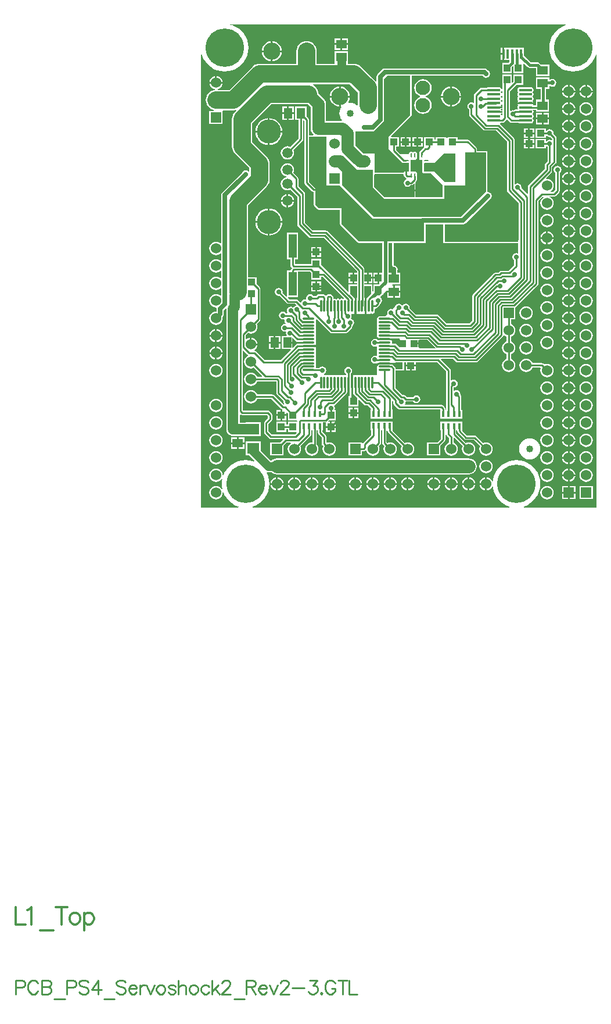
<source format=gtl>
%FSAX24Y24*%
%MOIN*%
G70*
G01*
G75*
G04 Layer_Physical_Order=1*
G04 Layer_Color=255*
G04:AMPARAMS|DCode=10|XSize=9.4mil|YSize=27.6mil|CornerRadius=2.4mil|HoleSize=0mil|Usage=FLASHONLY|Rotation=90.000|XOffset=0mil|YOffset=0mil|HoleType=Round|Shape=RoundedRectangle|*
%AMROUNDEDRECTD10*
21,1,0.0094,0.0228,0,0,90.0*
21,1,0.0047,0.0276,0,0,90.0*
1,1,0.0047,0.0114,0.0024*
1,1,0.0047,0.0114,-0.0024*
1,1,0.0047,-0.0114,-0.0024*
1,1,0.0047,-0.0114,0.0024*
%
%ADD10ROUNDEDRECTD10*%
%ADD11R,0.0661X0.0661*%
G04:AMPARAMS|DCode=12|XSize=9.4mil|YSize=27.6mil|CornerRadius=2.4mil|HoleSize=0mil|Usage=FLASHONLY|Rotation=180.000|XOffset=0mil|YOffset=0mil|HoleType=Round|Shape=RoundedRectangle|*
%AMROUNDEDRECTD12*
21,1,0.0094,0.0228,0,0,180.0*
21,1,0.0047,0.0276,0,0,180.0*
1,1,0.0047,-0.0024,0.0114*
1,1,0.0047,0.0024,0.0114*
1,1,0.0047,0.0024,-0.0114*
1,1,0.0047,-0.0024,-0.0114*
%
%ADD12ROUNDEDRECTD12*%
%ADD13R,0.0591X0.0512*%
%ADD14R,0.1100X0.0680*%
%ADD15R,0.0394X0.0433*%
%ADD16R,0.0433X0.0394*%
%ADD17R,0.0390X0.0430*%
%ADD18R,0.0591X0.1575*%
%ADD19R,0.0709X0.0630*%
%ADD20O,0.0118X0.0709*%
%ADD21O,0.0709X0.0118*%
%ADD22R,0.0472X0.0866*%
%ADD23R,0.1378X0.0866*%
%ADD24R,0.0472X0.1378*%
%ADD25R,0.0177X0.0354*%
%ADD26R,0.0430X0.0390*%
%ADD27C,0.0400*%
%ADD28R,0.0512X0.0591*%
%ADD29O,0.0768X0.0157*%
%ADD30R,0.0157X0.0532*%
%ADD31R,0.0748X0.0748*%
%ADD32R,0.0630X0.0551*%
%ADD33R,0.0709X0.0748*%
%ADD34C,0.0090*%
%ADD35C,0.0110*%
%ADD36C,0.0150*%
%ADD37C,0.0250*%
%ADD38C,0.0600*%
%ADD39C,0.0500*%
%ADD40C,0.0750*%
%ADD41C,0.1000*%
%ADD42C,0.0700*%
%ADD43C,0.0100*%
%ADD44C,0.0200*%
%ADD45C,0.0120*%
%ADD46R,0.0667X0.0672*%
%ADD47R,0.0840X0.0730*%
%ADD48R,0.1290X0.0830*%
%ADD49R,0.1050X0.2350*%
%ADD50R,0.1370X0.0930*%
%ADD51R,0.0600X0.0600*%
%ADD52C,0.0600*%
%ADD53C,0.0984*%
%ADD54C,0.0591*%
%ADD55C,0.1378*%
%ADD56C,0.2200*%
%ADD57C,0.0827*%
%ADD58C,0.0220*%
%ADD59C,0.0280*%
%ADD60C,0.0260*%
G36*
X054091Y081550D02*
X054078Y081547D01*
X053881Y081466D01*
X053698Y081354D01*
X053535Y081215D01*
X053396Y081052D01*
X053284Y080869D01*
X053203Y080672D01*
X053153Y080463D01*
X053136Y080250D01*
X053153Y080037D01*
X053203Y079828D01*
X053284Y079631D01*
X053396Y079448D01*
X053535Y079285D01*
X053698Y079146D01*
X053881Y079034D01*
X054078Y078953D01*
X054287Y078903D01*
X054500Y078886D01*
X054713Y078903D01*
X054922Y078953D01*
X055119Y079034D01*
X055302Y079146D01*
X055465Y079285D01*
X055604Y079448D01*
X055716Y079631D01*
X055797Y079828D01*
X055800Y079841D01*
X055850Y079835D01*
Y053900D01*
X051665D01*
X051659Y053950D01*
X051672Y053953D01*
X051869Y054034D01*
X052052Y054146D01*
X052215Y054285D01*
X052354Y054448D01*
X052466Y054631D01*
X052547Y054828D01*
X052597Y055037D01*
X052614Y055250D01*
X052597Y055463D01*
X052547Y055672D01*
X052466Y055869D01*
X052354Y056052D01*
X052215Y056215D01*
X052052Y056354D01*
X051869Y056466D01*
X051672Y056547D01*
X051463Y056597D01*
X051250Y056614D01*
X051037Y056597D01*
X050828Y056547D01*
X050631Y056466D01*
X050448Y056354D01*
X050285Y056215D01*
X050146Y056052D01*
X050034Y055869D01*
X049953Y055672D01*
X049903Y055463D01*
X049898Y055409D01*
X049849Y055401D01*
X049832Y055442D01*
X049771Y055521D01*
X049692Y055582D01*
X049599Y055620D01*
X049550Y055627D01*
Y055250D01*
Y054873D01*
X049599Y054880D01*
X049692Y054918D01*
X049771Y054979D01*
X049832Y055058D01*
X049849Y055099D01*
X049898Y055091D01*
X049903Y055037D01*
X049953Y054828D01*
X050034Y054631D01*
X050146Y054448D01*
X050285Y054285D01*
X050448Y054146D01*
X050631Y054034D01*
X050828Y053953D01*
X050841Y053950D01*
X050835Y053900D01*
X036115D01*
X036109Y053950D01*
X036122Y053953D01*
X036319Y054034D01*
X036502Y054146D01*
X036665Y054285D01*
X036804Y054448D01*
X036916Y054631D01*
X036997Y054828D01*
X037047Y055037D01*
X037064Y055250D01*
X037047Y055463D01*
X036997Y055672D01*
X036916Y055869D01*
X036908Y055882D01*
X036935Y055924D01*
X036988Y055917D01*
X037186D01*
X037271Y055853D01*
X037381Y055807D01*
X037500Y055791D01*
X048500D01*
X048619Y055807D01*
X048729Y055853D01*
X048825Y055925D01*
X048897Y056021D01*
X048943Y056131D01*
X048959Y056250D01*
X048943Y056369D01*
X048897Y056479D01*
X048825Y056575D01*
X048729Y056647D01*
X048619Y056693D01*
X048500Y056709D01*
X037500D01*
X037381Y056693D01*
X037271Y056647D01*
X037186Y056583D01*
X037126D01*
X036574Y057134D01*
Y057684D01*
X035706D01*
Y056894D01*
X035873D01*
X036199Y056569D01*
X036171Y056527D01*
X036122Y056547D01*
X035913Y056597D01*
X035700Y056614D01*
X035487Y056597D01*
X035278Y056547D01*
X035081Y056466D01*
X034898Y056354D01*
X034735Y056215D01*
X034596Y056052D01*
X034484Y055869D01*
X034433Y055744D01*
X034383Y055751D01*
X034370Y055849D01*
X034332Y055942D01*
X034271Y056021D01*
X034192Y056082D01*
X034099Y056120D01*
X034000Y056133D01*
X033901Y056120D01*
X033808Y056082D01*
X033729Y056021D01*
X033668Y055942D01*
X033630Y055849D01*
X033617Y055750D01*
X033630Y055651D01*
X033668Y055558D01*
X033729Y055479D01*
X033808Y055418D01*
X033901Y055380D01*
X034000Y055367D01*
X034099Y055380D01*
X034192Y055418D01*
X034271Y055479D01*
X034322Y055545D01*
X034367Y055524D01*
X034353Y055463D01*
X034336Y055250D01*
X034353Y055037D01*
X034367Y054976D01*
X034322Y054955D01*
X034271Y055021D01*
X034192Y055082D01*
X034099Y055120D01*
X034000Y055133D01*
X033901Y055120D01*
X033808Y055082D01*
X033729Y055021D01*
X033668Y054942D01*
X033630Y054849D01*
X033617Y054750D01*
X033630Y054651D01*
X033668Y054558D01*
X033729Y054479D01*
X033808Y054418D01*
X033901Y054380D01*
X034000Y054367D01*
X034099Y054380D01*
X034192Y054418D01*
X034271Y054479D01*
X034332Y054558D01*
X034370Y054651D01*
X034383Y054749D01*
X034433Y054756D01*
X034484Y054631D01*
X034596Y054448D01*
X034735Y054285D01*
X034898Y054146D01*
X035081Y054034D01*
X035278Y053953D01*
X035291Y053950D01*
X035285Y053900D01*
X033150D01*
Y079835D01*
X033200Y079841D01*
X033203Y079828D01*
X033284Y079631D01*
X033396Y079448D01*
X033535Y079285D01*
X033698Y079146D01*
X033881Y079034D01*
X034078Y078953D01*
X034287Y078903D01*
X034500Y078886D01*
X034713Y078903D01*
X034922Y078953D01*
X035119Y079034D01*
X035302Y079146D01*
X035465Y079285D01*
X035604Y079448D01*
X035716Y079631D01*
X035797Y079828D01*
X035847Y080037D01*
X035864Y080250D01*
X035847Y080463D01*
X035797Y080672D01*
X035716Y080869D01*
X035604Y081052D01*
X035465Y081215D01*
X035302Y081354D01*
X035119Y081466D01*
X034922Y081547D01*
X034713Y081597D01*
Y081597D01*
X034714Y081600D01*
X054085D01*
X054091Y081550D01*
D02*
G37*
%LPC*%
G36*
X054300Y065127D02*
Y064800D01*
X054627D01*
X054620Y064849D01*
X054582Y064942D01*
X054521Y065021D01*
X054442Y065082D01*
X054349Y065120D01*
X054300Y065127D01*
D02*
G37*
G36*
X053000Y065733D02*
X052901Y065720D01*
X052808Y065682D01*
X052729Y065621D01*
X052668Y065542D01*
X052630Y065449D01*
X052617Y065350D01*
X052630Y065251D01*
X052668Y065158D01*
X052729Y065079D01*
X052808Y065018D01*
X052901Y064980D01*
X053000Y064967D01*
X053099Y064980D01*
X053192Y065018D01*
X053271Y065079D01*
X053332Y065158D01*
X053370Y065251D01*
X053383Y065350D01*
X053370Y065449D01*
X053332Y065542D01*
X053271Y065621D01*
X053192Y065682D01*
X053099Y065720D01*
X053000Y065733D01*
D02*
G37*
G36*
X055250Y066133D02*
X055151Y066120D01*
X055058Y066082D01*
X054979Y066021D01*
X054918Y065942D01*
X054880Y065849D01*
X054867Y065750D01*
X054880Y065651D01*
X054918Y065558D01*
X054979Y065479D01*
X055058Y065418D01*
X055151Y065380D01*
X055250Y065367D01*
X055349Y065380D01*
X055442Y065418D01*
X055521Y065479D01*
X055582Y065558D01*
X055620Y065651D01*
X055633Y065750D01*
X055620Y065849D01*
X055582Y065942D01*
X055521Y066021D01*
X055442Y066082D01*
X055349Y066120D01*
X055250Y066133D01*
D02*
G37*
G36*
X054627Y064700D02*
X054300D01*
Y064373D01*
X054349Y064380D01*
X054442Y064418D01*
X054521Y064479D01*
X054582Y064558D01*
X054620Y064651D01*
X054627Y064700D01*
D02*
G37*
G36*
X054200D02*
X053873D01*
X053880Y064651D01*
X053918Y064558D01*
X053979Y064479D01*
X054058Y064418D01*
X054151Y064380D01*
X054200Y064373D01*
Y064700D01*
D02*
G37*
G36*
Y065127D02*
X054151Y065120D01*
X054058Y065082D01*
X053979Y065021D01*
X053918Y064942D01*
X053880Y064849D01*
X053873Y064800D01*
X054200D01*
Y065127D01*
D02*
G37*
G36*
X051800Y065433D02*
X051701Y065420D01*
X051608Y065382D01*
X051529Y065321D01*
X051468Y065242D01*
X051430Y065149D01*
X051417Y065050D01*
X051430Y064951D01*
X051468Y064858D01*
X051529Y064779D01*
X051608Y064718D01*
X051701Y064680D01*
X051800Y064667D01*
X051899Y064680D01*
X051992Y064718D01*
X052071Y064779D01*
X052132Y064858D01*
X052170Y064951D01*
X052183Y065050D01*
X052170Y065149D01*
X052132Y065242D01*
X052071Y065321D01*
X051992Y065382D01*
X051899Y065420D01*
X051800Y065433D01*
D02*
G37*
G36*
X054200Y065700D02*
X053873D01*
X053880Y065651D01*
X053918Y065558D01*
X053979Y065479D01*
X054058Y065418D01*
X054151Y065380D01*
X054200Y065373D01*
Y065700D01*
D02*
G37*
G36*
X049450Y055627D02*
X049401Y055620D01*
X049308Y055582D01*
X049229Y055521D01*
X049168Y055442D01*
X049130Y055349D01*
X049123Y055300D01*
X049450D01*
Y055627D01*
D02*
G37*
G36*
X053000Y056133D02*
X052901Y056120D01*
X052808Y056082D01*
X052729Y056021D01*
X052668Y055942D01*
X052630Y055849D01*
X052617Y055750D01*
X052630Y055651D01*
X052668Y055558D01*
X052729Y055479D01*
X052808Y055418D01*
X052901Y055380D01*
X053000Y055367D01*
X053099Y055380D01*
X053192Y055418D01*
X053271Y055479D01*
X053332Y055558D01*
X053370Y055651D01*
X053383Y055750D01*
X053370Y055849D01*
X053332Y055942D01*
X053271Y056021D01*
X053192Y056082D01*
X053099Y056120D01*
X053000Y056133D01*
D02*
G37*
G36*
X048450Y055627D02*
X048401Y055620D01*
X048308Y055582D01*
X048229Y055521D01*
X048168Y055442D01*
X048130Y055349D01*
X048123Y055300D01*
X048450D01*
Y055627D01*
D02*
G37*
G36*
X048550D02*
Y055300D01*
X048877D01*
X048870Y055349D01*
X048832Y055442D01*
X048771Y055521D01*
X048692Y055582D01*
X048599Y055620D01*
X048550Y055627D01*
D02*
G37*
G36*
X054200Y066127D02*
X054151Y066120D01*
X054058Y066082D01*
X053979Y066021D01*
X053918Y065942D01*
X053880Y065849D01*
X053873Y065800D01*
X054200D01*
Y066127D01*
D02*
G37*
G36*
X054627Y065700D02*
X054300D01*
Y065373D01*
X054349Y065380D01*
X054442Y065418D01*
X054521Y065479D01*
X054582Y065558D01*
X054620Y065651D01*
X054627Y065700D01*
D02*
G37*
G36*
X055250Y056133D02*
X055151Y056120D01*
X055058Y056082D01*
X054979Y056021D01*
X054918Y055942D01*
X054880Y055849D01*
X054867Y055750D01*
X054880Y055651D01*
X054918Y055558D01*
X054979Y055479D01*
X055058Y055418D01*
X055151Y055380D01*
X055250Y055367D01*
X055349Y055380D01*
X055442Y055418D01*
X055521Y055479D01*
X055582Y055558D01*
X055620Y055651D01*
X055633Y055750D01*
X055620Y055849D01*
X055582Y055942D01*
X055521Y056021D01*
X055442Y056082D01*
X055349Y056120D01*
X055250Y056133D01*
D02*
G37*
G36*
X054300Y066127D02*
Y065800D01*
X054627D01*
X054620Y065849D01*
X054582Y065942D01*
X054521Y066021D01*
X054442Y066082D01*
X054349Y066120D01*
X054300Y066127D01*
D02*
G37*
G36*
X055250Y065133D02*
X055151Y065120D01*
X055058Y065082D01*
X054979Y065021D01*
X054918Y064942D01*
X054880Y064849D01*
X054867Y064750D01*
X054880Y064651D01*
X054918Y064558D01*
X054979Y064479D01*
X055058Y064418D01*
X055151Y064380D01*
X055250Y064367D01*
X055349Y064380D01*
X055442Y064418D01*
X055521Y064479D01*
X055582Y064558D01*
X055620Y064651D01*
X055633Y064750D01*
X055620Y064849D01*
X055582Y064942D01*
X055521Y065021D01*
X055442Y065082D01*
X055349Y065120D01*
X055250Y065133D01*
D02*
G37*
G36*
X034377Y063700D02*
X034050D01*
Y063373D01*
X034099Y063380D01*
X034192Y063418D01*
X034271Y063479D01*
X034332Y063558D01*
X034370Y063651D01*
X034377Y063700D01*
D02*
G37*
G36*
X033950D02*
X033623D01*
X033630Y063651D01*
X033668Y063558D01*
X033729Y063479D01*
X033808Y063418D01*
X033901Y063380D01*
X033950Y063373D01*
Y063700D01*
D02*
G37*
G36*
X054627D02*
X054300D01*
Y063373D01*
X054349Y063380D01*
X054442Y063418D01*
X054521Y063479D01*
X054582Y063558D01*
X054620Y063651D01*
X054627Y063700D01*
D02*
G37*
G36*
X054200D02*
X053873D01*
X053880Y063651D01*
X053918Y063558D01*
X053979Y063479D01*
X054058Y063418D01*
X054151Y063380D01*
X054200Y063373D01*
Y063700D01*
D02*
G37*
G36*
X054300Y056127D02*
Y055800D01*
X054627D01*
X054620Y055849D01*
X054582Y055942D01*
X054521Y056021D01*
X054442Y056082D01*
X054349Y056120D01*
X054300Y056127D01*
D02*
G37*
G36*
X049500Y056633D02*
X049401Y056620D01*
X049308Y056582D01*
X049229Y056521D01*
X049168Y056442D01*
X049130Y056349D01*
X049117Y056250D01*
X049130Y056151D01*
X049168Y056058D01*
X049229Y055979D01*
X049308Y055918D01*
X049401Y055880D01*
X049500Y055867D01*
X049599Y055880D01*
X049692Y055918D01*
X049771Y055979D01*
X049832Y056058D01*
X049870Y056151D01*
X049883Y056250D01*
X049870Y056349D01*
X049832Y056442D01*
X049771Y056521D01*
X049692Y056582D01*
X049599Y056620D01*
X049500Y056633D01*
D02*
G37*
G36*
X055250Y064133D02*
X055151Y064120D01*
X055058Y064082D01*
X054979Y064021D01*
X054918Y063942D01*
X054880Y063849D01*
X054867Y063750D01*
X054880Y063651D01*
X054918Y063558D01*
X054979Y063479D01*
X055058Y063418D01*
X055151Y063380D01*
X055250Y063367D01*
X055349Y063380D01*
X055442Y063418D01*
X055521Y063479D01*
X055582Y063558D01*
X055620Y063651D01*
X055633Y063750D01*
X055620Y063849D01*
X055582Y063942D01*
X055521Y064021D01*
X055442Y064082D01*
X055349Y064120D01*
X055250Y064133D01*
D02*
G37*
G36*
X054200Y056127D02*
X054151Y056120D01*
X054058Y056082D01*
X053979Y056021D01*
X053918Y055942D01*
X053880Y055849D01*
X053873Y055800D01*
X054200D01*
Y056127D01*
D02*
G37*
G36*
Y064127D02*
X054151Y064120D01*
X054058Y064082D01*
X053979Y064021D01*
X053918Y063942D01*
X053880Y063849D01*
X053873Y063800D01*
X054200D01*
Y064127D01*
D02*
G37*
G36*
X034050D02*
Y063800D01*
X034377D01*
X034370Y063849D01*
X034332Y063942D01*
X034271Y064021D01*
X034192Y064082D01*
X034099Y064120D01*
X034050Y064127D01*
D02*
G37*
G36*
X053000Y064733D02*
X052901Y064720D01*
X052808Y064682D01*
X052729Y064621D01*
X052668Y064542D01*
X052630Y064449D01*
X052617Y064350D01*
X052630Y064251D01*
X052668Y064158D01*
X052729Y064079D01*
X052808Y064018D01*
X052901Y063980D01*
X053000Y063967D01*
X053099Y063980D01*
X053192Y064018D01*
X053271Y064079D01*
X053332Y064158D01*
X053370Y064251D01*
X053383Y064350D01*
X053370Y064449D01*
X053332Y064542D01*
X053271Y064621D01*
X053192Y064682D01*
X053099Y064720D01*
X053000Y064733D01*
D02*
G37*
G36*
X054300Y064127D02*
Y063800D01*
X054627D01*
X054620Y063849D01*
X054582Y063942D01*
X054521Y064021D01*
X054442Y064082D01*
X054349Y064120D01*
X054300Y064127D01*
D02*
G37*
G36*
X054200Y055700D02*
X053873D01*
X053880Y055651D01*
X053918Y055558D01*
X053979Y055479D01*
X054058Y055418D01*
X054151Y055380D01*
X054200Y055373D01*
Y055700D01*
D02*
G37*
G36*
X054627D02*
X054300D01*
Y055373D01*
X054349Y055380D01*
X054442Y055418D01*
X054521Y055479D01*
X054582Y055558D01*
X054620Y055651D01*
X054627Y055700D01*
D02*
G37*
G36*
X033950Y064127D02*
X033901Y064120D01*
X033808Y064082D01*
X033729Y064021D01*
X033668Y063942D01*
X033630Y063849D01*
X033623Y063800D01*
X033950D01*
Y064127D01*
D02*
G37*
G36*
X051800Y064433D02*
X051701Y064420D01*
X051608Y064382D01*
X051529Y064321D01*
X051468Y064242D01*
X051430Y064149D01*
X051417Y064050D01*
X051430Y063951D01*
X051468Y063858D01*
X051529Y063779D01*
X051608Y063718D01*
X051701Y063680D01*
X051800Y063667D01*
X051899Y063680D01*
X051992Y063718D01*
X052071Y063779D01*
X052132Y063858D01*
X052170Y063951D01*
X052183Y064050D01*
X052170Y064149D01*
X052132Y064242D01*
X052071Y064321D01*
X051992Y064382D01*
X051899Y064420D01*
X051800Y064433D01*
D02*
G37*
G36*
X054627Y067700D02*
X054300D01*
Y067373D01*
X054349Y067380D01*
X054442Y067418D01*
X054521Y067479D01*
X054582Y067558D01*
X054620Y067651D01*
X054627Y067700D01*
D02*
G37*
G36*
X054200D02*
X053873D01*
X053880Y067651D01*
X053918Y067558D01*
X053979Y067479D01*
X054058Y067418D01*
X054151Y067380D01*
X054200Y067373D01*
Y067700D01*
D02*
G37*
G36*
X054300Y068127D02*
Y067800D01*
X054627D01*
X054620Y067849D01*
X054582Y067942D01*
X054521Y068021D01*
X054442Y068082D01*
X054349Y068120D01*
X054300Y068127D01*
D02*
G37*
G36*
X054200D02*
X054151Y068120D01*
X054058Y068082D01*
X053979Y068021D01*
X053918Y067942D01*
X053880Y067849D01*
X053873Y067800D01*
X054200D01*
Y068127D01*
D02*
G37*
G36*
X041950Y055627D02*
X041901Y055620D01*
X041808Y055582D01*
X041729Y055521D01*
X041668Y055442D01*
X041630Y055349D01*
X041623Y055300D01*
X041950D01*
Y055627D01*
D02*
G37*
G36*
X042050D02*
Y055300D01*
X042377D01*
X042370Y055349D01*
X042332Y055442D01*
X042271Y055521D01*
X042192Y055582D01*
X042099Y055620D01*
X042050Y055627D01*
D02*
G37*
G36*
X055250Y068133D02*
X055151Y068120D01*
X055058Y068082D01*
X054979Y068021D01*
X054918Y067942D01*
X054880Y067849D01*
X054867Y067750D01*
X054880Y067651D01*
X054918Y067558D01*
X054979Y067479D01*
X055058Y067418D01*
X055151Y067380D01*
X055250Y067367D01*
X055349Y067380D01*
X055442Y067418D01*
X055521Y067479D01*
X055582Y067558D01*
X055620Y067651D01*
X055633Y067750D01*
X055620Y067849D01*
X055582Y067942D01*
X055521Y068021D01*
X055442Y068082D01*
X055349Y068120D01*
X055250Y068133D01*
D02*
G37*
G36*
X040550Y055627D02*
Y055300D01*
X040877D01*
X040870Y055349D01*
X040832Y055442D01*
X040771Y055521D01*
X040692Y055582D01*
X040599Y055620D01*
X040550Y055627D01*
D02*
G37*
G36*
X054200Y068700D02*
X053873D01*
X053880Y068651D01*
X053918Y068558D01*
X053979Y068479D01*
X054058Y068418D01*
X054151Y068380D01*
X054200Y068373D01*
Y068700D01*
D02*
G37*
G36*
X055250Y069133D02*
X055151Y069120D01*
X055058Y069082D01*
X054979Y069021D01*
X054918Y068942D01*
X054880Y068849D01*
X054867Y068750D01*
X054880Y068651D01*
X054918Y068558D01*
X054979Y068479D01*
X055058Y068418D01*
X055151Y068380D01*
X055250Y068367D01*
X055349Y068380D01*
X055442Y068418D01*
X055521Y068479D01*
X055582Y068558D01*
X055620Y068651D01*
X055633Y068750D01*
X055620Y068849D01*
X055582Y068942D01*
X055521Y069021D01*
X055442Y069082D01*
X055349Y069120D01*
X055250Y069133D01*
D02*
G37*
G36*
X038550Y055627D02*
Y055300D01*
X038877D01*
X038870Y055349D01*
X038832Y055442D01*
X038771Y055521D01*
X038692Y055582D01*
X038599Y055620D01*
X038550Y055627D01*
D02*
G37*
G36*
X054627Y068700D02*
X054300D01*
Y068373D01*
X054349Y068380D01*
X054442Y068418D01*
X054521Y068479D01*
X054582Y068558D01*
X054620Y068651D01*
X054627Y068700D01*
D02*
G37*
G36*
X040450Y055627D02*
X040401Y055620D01*
X040308Y055582D01*
X040229Y055521D01*
X040168Y055442D01*
X040130Y055349D01*
X040123Y055300D01*
X040450D01*
Y055627D01*
D02*
G37*
G36*
X053000Y068733D02*
X052901Y068720D01*
X052808Y068682D01*
X052729Y068621D01*
X052668Y068542D01*
X052630Y068449D01*
X052617Y068350D01*
X052630Y068251D01*
X052668Y068158D01*
X052729Y068079D01*
X052808Y068018D01*
X052901Y067980D01*
X053000Y067967D01*
X053099Y067980D01*
X053192Y068018D01*
X053271Y068079D01*
X053332Y068158D01*
X053370Y068251D01*
X053383Y068350D01*
X053370Y068449D01*
X053332Y068542D01*
X053271Y068621D01*
X053192Y068682D01*
X053099Y068720D01*
X053000Y068733D01*
D02*
G37*
G36*
X039450Y055627D02*
X039401Y055620D01*
X039308Y055582D01*
X039229Y055521D01*
X039168Y055442D01*
X039130Y055349D01*
X039123Y055300D01*
X039450D01*
Y055627D01*
D02*
G37*
G36*
X039550D02*
Y055300D01*
X039877D01*
X039870Y055349D01*
X039832Y055442D01*
X039771Y055521D01*
X039692Y055582D01*
X039599Y055620D01*
X039550Y055627D01*
D02*
G37*
G36*
X042950D02*
X042901Y055620D01*
X042808Y055582D01*
X042729Y055521D01*
X042668Y055442D01*
X042630Y055349D01*
X042623Y055300D01*
X042950D01*
Y055627D01*
D02*
G37*
G36*
X055250Y067133D02*
X055151Y067120D01*
X055058Y067082D01*
X054979Y067021D01*
X054918Y066942D01*
X054880Y066849D01*
X054867Y066750D01*
X054880Y066651D01*
X054918Y066558D01*
X054979Y066479D01*
X055058Y066418D01*
X055151Y066380D01*
X055250Y066367D01*
X055349Y066380D01*
X055442Y066418D01*
X055521Y066479D01*
X055582Y066558D01*
X055620Y066651D01*
X055633Y066750D01*
X055620Y066849D01*
X055582Y066942D01*
X055521Y067021D01*
X055442Y067082D01*
X055349Y067120D01*
X055250Y067133D01*
D02*
G37*
G36*
X046450Y055627D02*
X046401Y055620D01*
X046308Y055582D01*
X046229Y055521D01*
X046168Y055442D01*
X046130Y055349D01*
X046123Y055300D01*
X046450D01*
Y055627D01*
D02*
G37*
G36*
X054627Y066700D02*
X054300D01*
Y066373D01*
X054349Y066380D01*
X054442Y066418D01*
X054521Y066479D01*
X054582Y066558D01*
X054620Y066651D01*
X054627Y066700D01*
D02*
G37*
G36*
X054200D02*
X053873D01*
X053880Y066651D01*
X053918Y066558D01*
X053979Y066479D01*
X054058Y066418D01*
X054151Y066380D01*
X054200Y066373D01*
Y066700D01*
D02*
G37*
G36*
X053000Y066733D02*
X052901Y066720D01*
X052808Y066682D01*
X052729Y066621D01*
X052668Y066542D01*
X052630Y066449D01*
X052617Y066350D01*
X052630Y066251D01*
X052668Y066158D01*
X052729Y066079D01*
X052808Y066018D01*
X052901Y065980D01*
X053000Y065967D01*
X053099Y065980D01*
X053192Y066018D01*
X053271Y066079D01*
X053332Y066158D01*
X053370Y066251D01*
X053383Y066350D01*
X053370Y066449D01*
X053332Y066542D01*
X053271Y066621D01*
X053192Y066682D01*
X053099Y066720D01*
X053000Y066733D01*
D02*
G37*
G36*
X047550Y055627D02*
Y055300D01*
X047877D01*
X047870Y055349D01*
X047832Y055442D01*
X047771Y055521D01*
X047692Y055582D01*
X047599Y055620D01*
X047550Y055627D01*
D02*
G37*
G36*
X046550D02*
Y055300D01*
X046877D01*
X046870Y055349D01*
X046832Y055442D01*
X046771Y055521D01*
X046692Y055582D01*
X046599Y055620D01*
X046550Y055627D01*
D02*
G37*
G36*
X047450D02*
X047401Y055620D01*
X047308Y055582D01*
X047229Y055521D01*
X047168Y055442D01*
X047130Y055349D01*
X047123Y055300D01*
X047450D01*
Y055627D01*
D02*
G37*
G36*
X054200Y067127D02*
X054151Y067120D01*
X054058Y067082D01*
X053979Y067021D01*
X053918Y066942D01*
X053880Y066849D01*
X053873Y066800D01*
X054200D01*
Y067127D01*
D02*
G37*
G36*
X043050Y055627D02*
Y055300D01*
X043377D01*
X043370Y055349D01*
X043332Y055442D01*
X043271Y055521D01*
X043192Y055582D01*
X043099Y055620D01*
X043050Y055627D01*
D02*
G37*
G36*
X053000Y067733D02*
X052901Y067720D01*
X052808Y067682D01*
X052729Y067621D01*
X052668Y067542D01*
X052630Y067449D01*
X052617Y067350D01*
X052630Y067251D01*
X052668Y067158D01*
X052729Y067079D01*
X052808Y067018D01*
X052901Y066980D01*
X053000Y066967D01*
X053099Y066980D01*
X053192Y067018D01*
X053271Y067079D01*
X053332Y067158D01*
X053370Y067251D01*
X053383Y067350D01*
X053370Y067449D01*
X053332Y067542D01*
X053271Y067621D01*
X053192Y067682D01*
X053099Y067720D01*
X053000Y067733D01*
D02*
G37*
G36*
X054300Y067127D02*
Y066800D01*
X054627D01*
X054620Y066849D01*
X054582Y066942D01*
X054521Y067021D01*
X054442Y067082D01*
X054349Y067120D01*
X054300Y067127D01*
D02*
G37*
G36*
X044950Y055627D02*
X044901Y055620D01*
X044808Y055582D01*
X044729Y055521D01*
X044668Y055442D01*
X044630Y055349D01*
X044623Y055300D01*
X044950D01*
Y055627D01*
D02*
G37*
G36*
X045050D02*
Y055300D01*
X045377D01*
X045370Y055349D01*
X045332Y055442D01*
X045271Y055521D01*
X045192Y055582D01*
X045099Y055620D01*
X045050Y055627D01*
D02*
G37*
G36*
X043950D02*
X043901Y055620D01*
X043808Y055582D01*
X043729Y055521D01*
X043668Y055442D01*
X043630Y055349D01*
X043623Y055300D01*
X043950D01*
Y055627D01*
D02*
G37*
G36*
X044050D02*
Y055300D01*
X044377D01*
X044370Y055349D01*
X044332Y055442D01*
X044271Y055521D01*
X044192Y055582D01*
X044099Y055620D01*
X044050Y055627D01*
D02*
G37*
G36*
X042167Y059255D02*
X041940D01*
Y059009D01*
X042167D01*
Y059255D01*
D02*
G37*
G36*
X041840D02*
X041613D01*
Y059009D01*
X041840D01*
Y059255D01*
D02*
G37*
G36*
Y059602D02*
X041613D01*
Y059355D01*
X041840D01*
Y059602D01*
D02*
G37*
G36*
X048141Y058823D02*
X046859D01*
Y058308D01*
X046900D01*
Y057830D01*
X046700Y057630D01*
X046120D01*
Y056870D01*
X046880D01*
Y057450D01*
X047118Y057687D01*
X047145Y057729D01*
X047155Y057778D01*
X047155Y057778D01*
X047155Y057778D01*
Y057778D01*
Y058308D01*
X047215D01*
Y058093D01*
X047225Y058044D01*
X047252Y058002D01*
X047373Y057882D01*
Y057609D01*
X047308Y057582D01*
X047229Y057521D01*
X047168Y057442D01*
X047130Y057349D01*
X047117Y057250D01*
X047130Y057151D01*
X047168Y057058D01*
X047229Y056979D01*
X047308Y056918D01*
X047401Y056880D01*
X047500Y056867D01*
X047599Y056880D01*
X047692Y056918D01*
X047771Y056979D01*
X047832Y057058D01*
X047870Y057151D01*
X047883Y057250D01*
X047870Y057349D01*
X047832Y057442D01*
X047771Y057521D01*
X047692Y057582D01*
X047627Y057609D01*
Y057877D01*
X047674Y057896D01*
X048156Y057413D01*
X048130Y057349D01*
X048117Y057250D01*
X048130Y057151D01*
X048168Y057058D01*
X048229Y056979D01*
X048308Y056918D01*
X048401Y056880D01*
X048500Y056867D01*
X048599Y056880D01*
X048692Y056918D01*
X048771Y056979D01*
X048832Y057058D01*
X048870Y057151D01*
X048883Y057250D01*
X048870Y057349D01*
X048832Y057442D01*
X048771Y057521D01*
X048692Y057582D01*
X048599Y057620D01*
X048500Y057633D01*
X048401Y057620D01*
X048337Y057594D01*
X047785Y058145D01*
Y058308D01*
X047845D01*
Y058278D01*
X047855Y058229D01*
X047882Y058187D01*
X048260Y057810D01*
X048260D01*
X048260Y057810D01*
X048260Y057810D01*
Y057810D01*
X048301Y057782D01*
X048350Y057773D01*
X048797D01*
X049156Y057413D01*
X049130Y057349D01*
X049117Y057250D01*
X049130Y057151D01*
X049168Y057058D01*
X049229Y056979D01*
X049308Y056918D01*
X049401Y056880D01*
X049500Y056867D01*
X049599Y056880D01*
X049692Y056918D01*
X049771Y056979D01*
X049832Y057058D01*
X049870Y057151D01*
X049883Y057250D01*
X049870Y057349D01*
X049832Y057442D01*
X049771Y057521D01*
X049692Y057582D01*
X049599Y057620D01*
X049500Y057633D01*
X049401Y057620D01*
X049337Y057594D01*
X048940Y057990D01*
X048899Y058018D01*
X048850Y058027D01*
X048403D01*
X048135Y058295D01*
X048141Y058308D01*
X048141D01*
X048141Y058308D01*
Y058823D01*
D02*
G37*
G36*
X054300Y059127D02*
Y058800D01*
X054627D01*
X054620Y058849D01*
X054582Y058942D01*
X054521Y059021D01*
X054442Y059082D01*
X054349Y059120D01*
X054300Y059127D01*
D02*
G37*
G36*
X054200D02*
X054151Y059120D01*
X054058Y059082D01*
X053979Y059021D01*
X053918Y058942D01*
X053880Y058849D01*
X053873Y058800D01*
X054200D01*
Y059127D01*
D02*
G37*
G36*
X035200Y057526D02*
X034875D01*
Y057240D01*
X035200D01*
Y057526D01*
D02*
G37*
G36*
X035625D02*
X035300D01*
Y057240D01*
X035625D01*
Y057526D01*
D02*
G37*
G36*
X054627Y059700D02*
X054300D01*
Y059373D01*
X054349Y059380D01*
X054442Y059418D01*
X054521Y059479D01*
X054582Y059558D01*
X054620Y059651D01*
X054627Y059700D01*
D02*
G37*
G36*
X054200D02*
X053873D01*
X053880Y059651D01*
X053918Y059558D01*
X053979Y059479D01*
X054058Y059418D01*
X054151Y059380D01*
X054200Y059373D01*
Y059700D01*
D02*
G37*
G36*
X054300Y060127D02*
Y059800D01*
X054627D01*
X054620Y059849D01*
X054582Y059942D01*
X054521Y060021D01*
X054442Y060082D01*
X054349Y060120D01*
X054300Y060127D01*
D02*
G37*
G36*
X054200D02*
X054151Y060120D01*
X054058Y060082D01*
X053979Y060021D01*
X053918Y059942D01*
X053880Y059849D01*
X053873Y059800D01*
X054200D01*
Y060127D01*
D02*
G37*
G36*
X034000Y060133D02*
X033901Y060120D01*
X033808Y060082D01*
X033729Y060021D01*
X033668Y059942D01*
X033630Y059849D01*
X033617Y059750D01*
X033630Y059651D01*
X033668Y059558D01*
X033729Y059479D01*
X033808Y059418D01*
X033901Y059380D01*
X034000Y059367D01*
X034099Y059380D01*
X034192Y059418D01*
X034271Y059479D01*
X034332Y059558D01*
X034370Y059651D01*
X034383Y059750D01*
X034370Y059849D01*
X034332Y059942D01*
X034271Y060021D01*
X034192Y060082D01*
X034099Y060120D01*
X034000Y060133D01*
D02*
G37*
G36*
X042167Y059602D02*
X041940D01*
Y059355D01*
X042167D01*
Y059602D01*
D02*
G37*
G36*
X055250Y060133D02*
X055151Y060120D01*
X055058Y060082D01*
X054979Y060021D01*
X054918Y059942D01*
X054880Y059849D01*
X054867Y059750D01*
X054880Y059651D01*
X054918Y059558D01*
X054979Y059479D01*
X055058Y059418D01*
X055151Y059380D01*
X055250Y059367D01*
X055349Y059380D01*
X055442Y059418D01*
X055521Y059479D01*
X055582Y059558D01*
X055620Y059651D01*
X055633Y059750D01*
X055620Y059849D01*
X055582Y059942D01*
X055521Y060021D01*
X055442Y060082D01*
X055349Y060120D01*
X055250Y060133D01*
D02*
G37*
G36*
X053000D02*
X052901Y060120D01*
X052808Y060082D01*
X052729Y060021D01*
X052668Y059942D01*
X052630Y059849D01*
X052617Y059750D01*
X052630Y059651D01*
X052668Y059558D01*
X052729Y059479D01*
X052808Y059418D01*
X052901Y059380D01*
X053000Y059367D01*
X053099Y059380D01*
X053192Y059418D01*
X053271Y059479D01*
X053332Y059558D01*
X053370Y059651D01*
X053383Y059750D01*
X053370Y059849D01*
X053332Y059942D01*
X053271Y060021D01*
X053192Y060082D01*
X053099Y060120D01*
X053000Y060133D01*
D02*
G37*
G36*
X040867Y058802D02*
X040640D01*
Y058555D01*
X040867D01*
Y058802D01*
D02*
G37*
G36*
X035200Y057912D02*
X034875D01*
Y057626D01*
X035200D01*
Y057912D01*
D02*
G37*
G36*
X054627Y057700D02*
X054300D01*
Y057373D01*
X054349Y057380D01*
X054442Y057418D01*
X054521Y057479D01*
X054582Y057558D01*
X054620Y057651D01*
X054627Y057700D01*
D02*
G37*
G36*
X054200Y058127D02*
X054151Y058120D01*
X054058Y058082D01*
X053979Y058021D01*
X053918Y057942D01*
X053880Y057849D01*
X053873Y057800D01*
X054200D01*
Y058127D01*
D02*
G37*
G36*
X035625Y057912D02*
X035300D01*
Y057626D01*
X035625D01*
Y057912D01*
D02*
G37*
G36*
X053000Y058133D02*
X052901Y058120D01*
X052808Y058082D01*
X052729Y058021D01*
X052668Y057942D01*
X052630Y057849D01*
X052617Y057750D01*
X052630Y057651D01*
X052668Y057558D01*
X052729Y057479D01*
X052808Y057418D01*
X052901Y057380D01*
X053000Y057367D01*
X053099Y057380D01*
X053192Y057418D01*
X053271Y057479D01*
X053332Y057558D01*
X053370Y057651D01*
X053383Y057750D01*
X053370Y057849D01*
X053332Y057942D01*
X053271Y058021D01*
X053192Y058082D01*
X053099Y058120D01*
X053000Y058133D01*
D02*
G37*
G36*
X034000D02*
X033901Y058120D01*
X033808Y058082D01*
X033729Y058021D01*
X033668Y057942D01*
X033630Y057849D01*
X033617Y057750D01*
X033630Y057651D01*
X033668Y057558D01*
X033729Y057479D01*
X033808Y057418D01*
X033901Y057380D01*
X034000Y057367D01*
X034099Y057380D01*
X034192Y057418D01*
X034271Y057479D01*
X034332Y057558D01*
X034370Y057651D01*
X034383Y057750D01*
X034370Y057849D01*
X034332Y057942D01*
X034271Y058021D01*
X034192Y058082D01*
X034099Y058120D01*
X034000Y058133D01*
D02*
G37*
G36*
X054200Y057700D02*
X053873D01*
X053880Y057651D01*
X053918Y057558D01*
X053979Y057479D01*
X054058Y057418D01*
X054151Y057380D01*
X054200Y057373D01*
Y057700D01*
D02*
G37*
G36*
X055250Y058133D02*
X055151Y058120D01*
X055058Y058082D01*
X054979Y058021D01*
X054918Y057942D01*
X054880Y057849D01*
X054867Y057750D01*
X054880Y057651D01*
X054918Y057558D01*
X054979Y057479D01*
X055058Y057418D01*
X055151Y057380D01*
X055250Y057367D01*
X055349Y057380D01*
X055442Y057418D01*
X055521Y057479D01*
X055582Y057558D01*
X055620Y057651D01*
X055633Y057750D01*
X055620Y057849D01*
X055582Y057942D01*
X055521Y058021D01*
X055442Y058082D01*
X055349Y058120D01*
X055250Y058133D01*
D02*
G37*
G36*
Y059133D02*
X055151Y059120D01*
X055058Y059082D01*
X054979Y059021D01*
X054918Y058942D01*
X054880Y058849D01*
X054867Y058750D01*
X054880Y058651D01*
X054918Y058558D01*
X054979Y058479D01*
X055058Y058418D01*
X055151Y058380D01*
X055250Y058367D01*
X055349Y058380D01*
X055442Y058418D01*
X055521Y058479D01*
X055582Y058558D01*
X055620Y058651D01*
X055633Y058750D01*
X055620Y058849D01*
X055582Y058942D01*
X055521Y059021D01*
X055442Y059082D01*
X055349Y059120D01*
X055250Y059133D01*
D02*
G37*
G36*
X053000D02*
X052901Y059120D01*
X052808Y059082D01*
X052729Y059021D01*
X052668Y058942D01*
X052630Y058849D01*
X052617Y058750D01*
X052630Y058651D01*
X052668Y058558D01*
X052729Y058479D01*
X052808Y058418D01*
X052901Y058380D01*
X053000Y058367D01*
X053099Y058380D01*
X053192Y058418D01*
X053271Y058479D01*
X053332Y058558D01*
X053370Y058651D01*
X053383Y058750D01*
X053370Y058849D01*
X053332Y058942D01*
X053271Y059021D01*
X053192Y059082D01*
X053099Y059120D01*
X053000Y059133D01*
D02*
G37*
G36*
X054627Y058700D02*
X054300D01*
Y058373D01*
X054349Y058380D01*
X054442Y058418D01*
X054521Y058479D01*
X054582Y058558D01*
X054620Y058651D01*
X054627Y058700D01*
D02*
G37*
G36*
X054200D02*
X053873D01*
X053880Y058651D01*
X053918Y058558D01*
X053979Y058479D01*
X054058Y058418D01*
X054151Y058380D01*
X054200Y058373D01*
Y058700D01*
D02*
G37*
G36*
X040540Y058455D02*
X040313D01*
Y058209D01*
X040540D01*
Y058455D01*
D02*
G37*
G36*
X054300Y058127D02*
Y057800D01*
X054627D01*
X054620Y057849D01*
X054582Y057942D01*
X054521Y058021D01*
X054442Y058082D01*
X054349Y058120D01*
X054300Y058127D01*
D02*
G37*
G36*
X034000Y059133D02*
X033901Y059120D01*
X033808Y059082D01*
X033729Y059021D01*
X033668Y058942D01*
X033630Y058849D01*
X033617Y058750D01*
X033630Y058651D01*
X033668Y058558D01*
X033729Y058479D01*
X033808Y058418D01*
X033901Y058380D01*
X034000Y058367D01*
X034099Y058380D01*
X034192Y058418D01*
X034271Y058479D01*
X034332Y058558D01*
X034370Y058651D01*
X034383Y058750D01*
X034370Y058849D01*
X034332Y058942D01*
X034271Y059021D01*
X034192Y059082D01*
X034099Y059120D01*
X034000Y059133D01*
D02*
G37*
G36*
X040867Y058455D02*
X040640D01*
Y058209D01*
X040867D01*
Y058455D01*
D02*
G37*
G36*
X054200Y062700D02*
X053873D01*
X053880Y062651D01*
X053918Y062558D01*
X053979Y062479D01*
X054058Y062418D01*
X054151Y062380D01*
X054200Y062373D01*
Y062700D01*
D02*
G37*
G36*
X034377D02*
X034050D01*
Y062373D01*
X034099Y062380D01*
X034192Y062418D01*
X034271Y062479D01*
X034332Y062558D01*
X034370Y062651D01*
X034377Y062700D01*
D02*
G37*
G36*
X051800Y063433D02*
X051701Y063420D01*
X051608Y063382D01*
X051529Y063321D01*
X051468Y063242D01*
X051430Y063149D01*
X051417Y063050D01*
X051430Y062951D01*
X051468Y062858D01*
X051529Y062779D01*
X051608Y062718D01*
X051701Y062680D01*
X051800Y062667D01*
X051899Y062680D01*
X051992Y062718D01*
X052071Y062779D01*
X052132Y062858D01*
X052170Y062951D01*
X052183Y063050D01*
X052170Y063149D01*
X052132Y063242D01*
X052071Y063321D01*
X051992Y063382D01*
X051899Y063420D01*
X051800Y063433D01*
D02*
G37*
G36*
X054627Y062700D02*
X054300D01*
Y062373D01*
X054349Y062380D01*
X054442Y062418D01*
X054521Y062479D01*
X054582Y062558D01*
X054620Y062651D01*
X054627Y062700D01*
D02*
G37*
G36*
X054200Y056700D02*
X053873D01*
X053880Y056651D01*
X053918Y056558D01*
X053979Y056479D01*
X054058Y056418D01*
X054151Y056380D01*
X054200Y056373D01*
Y056700D01*
D02*
G37*
G36*
X054627D02*
X054300D01*
Y056373D01*
X054349Y056380D01*
X054442Y056418D01*
X054521Y056479D01*
X054582Y056558D01*
X054620Y056651D01*
X054627Y056700D01*
D02*
G37*
G36*
X033950Y062700D02*
X033623D01*
X033630Y062651D01*
X033668Y062558D01*
X033729Y062479D01*
X033808Y062418D01*
X033901Y062380D01*
X033950Y062373D01*
Y062700D01*
D02*
G37*
G36*
X055250Y063133D02*
X055151Y063120D01*
X055058Y063082D01*
X054979Y063021D01*
X054918Y062942D01*
X054880Y062849D01*
X054867Y062750D01*
X054880Y062651D01*
X054918Y062558D01*
X054979Y062479D01*
X055058Y062418D01*
X055151Y062380D01*
X055250Y062367D01*
X055349Y062380D01*
X055442Y062418D01*
X055521Y062479D01*
X055582Y062558D01*
X055620Y062651D01*
X055633Y062750D01*
X055620Y062849D01*
X055582Y062942D01*
X055521Y063021D01*
X055442Y063082D01*
X055349Y063120D01*
X055250Y063133D01*
D02*
G37*
G36*
Y057133D02*
X055151Y057120D01*
X055058Y057082D01*
X054979Y057021D01*
X054918Y056942D01*
X054880Y056849D01*
X054867Y056750D01*
X054880Y056651D01*
X054918Y056558D01*
X054979Y056479D01*
X055058Y056418D01*
X055151Y056380D01*
X055250Y056367D01*
X055349Y056380D01*
X055442Y056418D01*
X055521Y056479D01*
X055582Y056558D01*
X055620Y056651D01*
X055633Y056750D01*
X055620Y056849D01*
X055582Y056942D01*
X055521Y057021D01*
X055442Y057082D01*
X055349Y057120D01*
X055250Y057133D01*
D02*
G37*
G36*
X053000Y063733D02*
X052901Y063720D01*
X052808Y063682D01*
X052729Y063621D01*
X052668Y063542D01*
X052630Y063449D01*
X052617Y063350D01*
X052630Y063251D01*
X052668Y063158D01*
X052729Y063079D01*
X052808Y063018D01*
X052901Y062980D01*
X053000Y062967D01*
X053099Y062980D01*
X053192Y063018D01*
X053271Y063079D01*
X053332Y063158D01*
X053370Y063251D01*
X053383Y063350D01*
X053370Y063449D01*
X053332Y063542D01*
X053271Y063621D01*
X053192Y063682D01*
X053099Y063720D01*
X053000Y063733D01*
D02*
G37*
G36*
X034000Y057133D02*
X033901Y057120D01*
X033808Y057082D01*
X033729Y057021D01*
X033668Y056942D01*
X033630Y056849D01*
X033617Y056750D01*
X033630Y056651D01*
X033668Y056558D01*
X033729Y056479D01*
X033808Y056418D01*
X033901Y056380D01*
X034000Y056367D01*
X034099Y056380D01*
X034192Y056418D01*
X034271Y056479D01*
X034332Y056558D01*
X034370Y056651D01*
X034383Y056750D01*
X034370Y056849D01*
X034332Y056942D01*
X034271Y057021D01*
X034192Y057082D01*
X034099Y057120D01*
X034000Y057133D01*
D02*
G37*
G36*
X053000D02*
X052901Y057120D01*
X052808Y057082D01*
X052729Y057021D01*
X052668Y056942D01*
X052630Y056849D01*
X052617Y056750D01*
X052630Y056651D01*
X052668Y056558D01*
X052729Y056479D01*
X052808Y056418D01*
X052901Y056380D01*
X053000Y056367D01*
X053099Y056380D01*
X053192Y056418D01*
X053271Y056479D01*
X053332Y056558D01*
X053370Y056651D01*
X053383Y056750D01*
X053370Y056849D01*
X053332Y056942D01*
X053271Y057021D01*
X053192Y057082D01*
X053099Y057120D01*
X053000Y057133D01*
D02*
G37*
G36*
X034050Y063127D02*
Y062800D01*
X034377D01*
X034370Y062849D01*
X034332Y062942D01*
X034271Y063021D01*
X034192Y063082D01*
X034099Y063120D01*
X034050Y063127D01*
D02*
G37*
G36*
X033950D02*
X033901Y063120D01*
X033808Y063082D01*
X033729Y063021D01*
X033668Y062942D01*
X033630Y062849D01*
X033623Y062800D01*
X033950D01*
Y063127D01*
D02*
G37*
G36*
X054300D02*
Y062800D01*
X054627D01*
X054620Y062849D01*
X054582Y062942D01*
X054521Y063021D01*
X054442Y063082D01*
X054349Y063120D01*
X054300Y063127D01*
D02*
G37*
G36*
X054200D02*
X054151Y063120D01*
X054058Y063082D01*
X053979Y063021D01*
X053918Y062942D01*
X053880Y062849D01*
X053873Y062800D01*
X054200D01*
Y063127D01*
D02*
G37*
G36*
X054300Y062127D02*
Y061800D01*
X054627D01*
X054620Y061849D01*
X054582Y061942D01*
X054521Y062021D01*
X054442Y062082D01*
X054349Y062120D01*
X054300Y062127D01*
D02*
G37*
G36*
X054200Y061127D02*
X054151Y061120D01*
X054058Y061082D01*
X053979Y061021D01*
X053918Y060942D01*
X053880Y060849D01*
X053873Y060800D01*
X054200D01*
Y061127D01*
D02*
G37*
G36*
X054627Y060700D02*
X054300D01*
Y060373D01*
X054349Y060380D01*
X054442Y060418D01*
X054521Y060479D01*
X054582Y060558D01*
X054620Y060651D01*
X054627Y060700D01*
D02*
G37*
G36*
X034000Y062133D02*
X033901Y062120D01*
X033808Y062082D01*
X033729Y062021D01*
X033668Y061942D01*
X033630Y061849D01*
X033617Y061750D01*
X033630Y061651D01*
X033668Y061558D01*
X033729Y061479D01*
X033808Y061418D01*
X033901Y061380D01*
X034000Y061367D01*
X034099Y061380D01*
X034192Y061418D01*
X034271Y061479D01*
X034332Y061558D01*
X034370Y061651D01*
X034383Y061750D01*
X034370Y061849D01*
X034332Y061942D01*
X034271Y062021D01*
X034192Y062082D01*
X034099Y062120D01*
X034000Y062133D01*
D02*
G37*
G36*
X054300Y061127D02*
Y060800D01*
X054627D01*
X054620Y060849D01*
X054582Y060942D01*
X054521Y061021D01*
X054442Y061082D01*
X054349Y061120D01*
X054300Y061127D01*
D02*
G37*
G36*
X053000Y061133D02*
X052901Y061120D01*
X052808Y061082D01*
X052729Y061021D01*
X052668Y060942D01*
X052630Y060849D01*
X052617Y060750D01*
X052630Y060651D01*
X052668Y060558D01*
X052729Y060479D01*
X052808Y060418D01*
X052901Y060380D01*
X053000Y060367D01*
X053099Y060380D01*
X053192Y060418D01*
X053271Y060479D01*
X053332Y060558D01*
X053370Y060651D01*
X053383Y060750D01*
X053370Y060849D01*
X053332Y060942D01*
X053271Y061021D01*
X053192Y061082D01*
X053099Y061120D01*
X053000Y061133D01*
D02*
G37*
G36*
X044141Y058833D02*
X042859D01*
Y058318D01*
X042900D01*
Y058060D01*
X042440Y057600D01*
X042428Y057582D01*
X042380Y057597D01*
Y057630D01*
X041620D01*
Y056870D01*
X042380D01*
Y057123D01*
X042470D01*
X042519Y057132D01*
X042560Y057160D01*
X042560Y057160D01*
X042560Y057160D01*
X042581Y057180D01*
X042628Y057164D01*
X042630Y057151D01*
X042668Y057058D01*
X042729Y056979D01*
X042808Y056918D01*
X042901Y056880D01*
X043000Y056867D01*
X043099Y056880D01*
X043192Y056918D01*
X043271Y056979D01*
X043332Y057058D01*
X043370Y057151D01*
X043383Y057250D01*
X043370Y057349D01*
X043344Y057413D01*
X043433Y057502D01*
X043460Y057544D01*
X043470Y057593D01*
X043470Y057593D01*
X043470Y057593D01*
Y057593D01*
Y058318D01*
X043530D01*
Y057593D01*
X043540Y057544D01*
X043567Y057502D01*
X043656Y057413D01*
X043630Y057349D01*
X043617Y057250D01*
X043630Y057151D01*
X043668Y057058D01*
X043729Y056979D01*
X043808Y056918D01*
X043901Y056880D01*
X044000Y056867D01*
X044099Y056880D01*
X044192Y056918D01*
X044271Y056979D01*
X044332Y057058D01*
X044370Y057151D01*
X044383Y057250D01*
X044370Y057349D01*
X044332Y057442D01*
X044271Y057521D01*
X044192Y057582D01*
X044099Y057620D01*
X044000Y057633D01*
X043901Y057620D01*
X043837Y057594D01*
X043785Y057645D01*
Y058318D01*
X043804D01*
X043845Y058278D01*
X043845Y058278D01*
D01*
X043855Y058229D01*
X043882Y058187D01*
X044656Y057413D01*
X044630Y057349D01*
X044617Y057250D01*
X044630Y057151D01*
X044668Y057058D01*
X044729Y056979D01*
X044808Y056918D01*
X044901Y056880D01*
X045000Y056867D01*
X045099Y056880D01*
X045192Y056918D01*
X045271Y056979D01*
X045332Y057058D01*
X045370Y057151D01*
X045383Y057250D01*
X045370Y057349D01*
X045332Y057442D01*
X045271Y057521D01*
X045192Y057582D01*
X045099Y057620D01*
X045000Y057633D01*
X044901Y057620D01*
X044837Y057594D01*
X044133Y058298D01*
X044141Y058318D01*
X044141D01*
X044141Y058318D01*
Y058833D01*
D02*
G37*
G36*
X054200Y060700D02*
X053873D01*
X053880Y060651D01*
X053918Y060558D01*
X053979Y060479D01*
X054058Y060418D01*
X054151Y060380D01*
X054200Y060373D01*
Y060700D01*
D02*
G37*
G36*
X055250Y061133D02*
X055151Y061120D01*
X055058Y061082D01*
X054979Y061021D01*
X054918Y060942D01*
X054880Y060849D01*
X054867Y060750D01*
X054880Y060651D01*
X054918Y060558D01*
X054979Y060479D01*
X055058Y060418D01*
X055151Y060380D01*
X055250Y060367D01*
X055349Y060380D01*
X055442Y060418D01*
X055521Y060479D01*
X055582Y060558D01*
X055620Y060651D01*
X055633Y060750D01*
X055620Y060849D01*
X055582Y060942D01*
X055521Y061021D01*
X055442Y061082D01*
X055349Y061120D01*
X055250Y061133D01*
D02*
G37*
G36*
X054200Y057127D02*
X054151Y057120D01*
X054058Y057082D01*
X053979Y057021D01*
X053918Y056942D01*
X053880Y056849D01*
X053873Y056800D01*
X054200D01*
Y057127D01*
D02*
G37*
G36*
X054300D02*
Y056800D01*
X054627D01*
X054620Y056849D01*
X054582Y056942D01*
X054521Y057021D01*
X054442Y057082D01*
X054349Y057120D01*
X054300Y057127D01*
D02*
G37*
G36*
X054200Y062127D02*
X054151Y062120D01*
X054058Y062082D01*
X053979Y062021D01*
X053918Y061942D01*
X053880Y061849D01*
X053873Y061800D01*
X054200D01*
Y062127D01*
D02*
G37*
G36*
X052000Y057858D02*
X051881Y057846D01*
X051767Y057812D01*
X051662Y057755D01*
X051570Y057680D01*
X051495Y057588D01*
X051438Y057483D01*
X051404Y057369D01*
X051392Y057250D01*
X051404Y057131D01*
X051438Y057017D01*
X051495Y056912D01*
X051570Y056820D01*
X051662Y056745D01*
X051767Y056688D01*
X051881Y056654D01*
X052000Y056642D01*
X052119Y056654D01*
X052233Y056688D01*
X052338Y056745D01*
X052430Y056820D01*
X052505Y056912D01*
X052562Y057017D01*
X052596Y057131D01*
X052608Y057250D01*
X052596Y057369D01*
X052562Y057483D01*
X052505Y057588D01*
X052430Y057680D01*
X052338Y057755D01*
X052233Y057812D01*
X052119Y057846D01*
X052000Y057858D01*
D02*
G37*
G36*
X055250Y062133D02*
X055151Y062120D01*
X055058Y062082D01*
X054979Y062021D01*
X054918Y061942D01*
X054880Y061849D01*
X054867Y061750D01*
X054880Y061651D01*
X054918Y061558D01*
X054979Y061479D01*
X055058Y061418D01*
X055151Y061380D01*
X055250Y061367D01*
X055349Y061380D01*
X055442Y061418D01*
X055521Y061479D01*
X055582Y061558D01*
X055620Y061651D01*
X055633Y061750D01*
X055620Y061849D01*
X055582Y061942D01*
X055521Y062021D01*
X055442Y062082D01*
X055349Y062120D01*
X055250Y062133D01*
D02*
G37*
G36*
X051800Y062433D02*
X051701Y062420D01*
X051608Y062382D01*
X051529Y062321D01*
X051468Y062242D01*
X051430Y062149D01*
X051417Y062050D01*
X051430Y061951D01*
X051468Y061858D01*
X051529Y061779D01*
X051608Y061718D01*
X051701Y061680D01*
X051800Y061667D01*
X051899Y061680D01*
X051992Y061718D01*
X052071Y061779D01*
X052132Y061858D01*
X052159Y061923D01*
X052615D01*
X052643Y061881D01*
X052630Y061849D01*
X052617Y061750D01*
X052630Y061651D01*
X052668Y061558D01*
X052729Y061479D01*
X052808Y061418D01*
X052901Y061380D01*
X053000Y061367D01*
X053099Y061380D01*
X053192Y061418D01*
X053271Y061479D01*
X053332Y061558D01*
X053370Y061651D01*
X053383Y061750D01*
X053370Y061849D01*
X053332Y061942D01*
X053271Y062021D01*
X053192Y062082D01*
X053099Y062120D01*
X053000Y062133D01*
X052901Y062120D01*
X052837Y062094D01*
X052790Y062140D01*
X052749Y062168D01*
X052700Y062177D01*
X052159D01*
X052132Y062242D01*
X052071Y062321D01*
X051992Y062382D01*
X051899Y062420D01*
X051800Y062433D01*
D02*
G37*
G36*
X054627Y061700D02*
X054300D01*
Y061373D01*
X054349Y061380D01*
X054442Y061418D01*
X054521Y061479D01*
X054582Y061558D01*
X054620Y061651D01*
X054627Y061700D01*
D02*
G37*
G36*
X054200D02*
X053873D01*
X053880Y061651D01*
X053918Y061558D01*
X053979Y061479D01*
X054058Y061418D01*
X054151Y061380D01*
X054200Y061373D01*
Y061700D01*
D02*
G37*
G36*
X053115Y076136D02*
X052790D01*
Y075850D01*
X053115D01*
Y076136D01*
D02*
G37*
G36*
X052690D02*
X052365D01*
Y075850D01*
X052690D01*
Y076136D01*
D02*
G37*
G36*
X037450Y055200D02*
X037123D01*
X037130Y055151D01*
X037168Y055058D01*
X037229Y054979D01*
X037308Y054918D01*
X037401Y054880D01*
X037450Y054873D01*
Y055200D01*
D02*
G37*
G36*
X037877D02*
X037550D01*
Y054873D01*
X037599Y054880D01*
X037692Y054918D01*
X037771Y054979D01*
X037832Y055058D01*
X037870Y055151D01*
X037877Y055200D01*
D02*
G37*
G36*
X038450D02*
X038123D01*
X038130Y055151D01*
X038168Y055058D01*
X038229Y054979D01*
X038308Y054918D01*
X038401Y054880D01*
X038450Y054873D01*
Y055200D01*
D02*
G37*
G36*
X038877D02*
X038550D01*
Y054873D01*
X038599Y054880D01*
X038692Y054918D01*
X038771Y054979D01*
X038832Y055058D01*
X038870Y055151D01*
X038877Y055200D01*
D02*
G37*
G36*
X054300Y076127D02*
Y075800D01*
X054627D01*
X054620Y075849D01*
X054582Y075942D01*
X054521Y076021D01*
X054442Y076082D01*
X054349Y076120D01*
X054300Y076127D01*
D02*
G37*
G36*
X054200D02*
X054151Y076120D01*
X054058Y076082D01*
X053979Y076021D01*
X053918Y075942D01*
X053880Y075849D01*
X053873Y075800D01*
X054200D01*
Y076127D01*
D02*
G37*
G36*
X045875Y078440D02*
X045746Y078423D01*
X045626Y078373D01*
X045523Y078294D01*
X045444Y078191D01*
X045394Y078071D01*
X045377Y077942D01*
X045394Y077813D01*
X045444Y077693D01*
X045523Y077590D01*
X045626Y077511D01*
X045713Y077475D01*
Y077425D01*
X045626Y077389D01*
X045523Y077310D01*
X045444Y077207D01*
X045394Y077087D01*
X045377Y076958D01*
X045394Y076829D01*
X045444Y076709D01*
X045523Y076606D01*
X045626Y076527D01*
X045746Y076477D01*
X045875Y076460D01*
X046004Y076477D01*
X046124Y076527D01*
X046227Y076606D01*
X046306Y076709D01*
X046355Y076829D01*
X046372Y076958D01*
X046355Y077087D01*
X046306Y077207D01*
X046227Y077310D01*
X046124Y077389D01*
X046004Y077439D01*
Y077461D01*
X046124Y077511D01*
X046227Y077590D01*
X046306Y077693D01*
X046355Y077813D01*
X046372Y077942D01*
X046355Y078071D01*
X046306Y078191D01*
X046227Y078294D01*
X046124Y078373D01*
X046004Y078423D01*
X045875Y078440D01*
D02*
G37*
G36*
X054627Y076700D02*
X054300D01*
Y076373D01*
X054349Y076380D01*
X054442Y076418D01*
X054521Y076479D01*
X054582Y076558D01*
X054620Y076651D01*
X054627Y076700D01*
D02*
G37*
G36*
X054200Y055130D02*
X053870D01*
Y054800D01*
X054200D01*
Y055130D01*
D02*
G37*
G36*
X054630D02*
X054300D01*
Y054800D01*
X054630D01*
Y055130D01*
D02*
G37*
G36*
X053115Y076522D02*
X052790D01*
Y076236D01*
X053115D01*
Y076522D01*
D02*
G37*
G36*
X052690D02*
X052365D01*
Y076236D01*
X052690D01*
Y076522D01*
D02*
G37*
G36*
X054200Y076700D02*
X053873D01*
X053880Y076651D01*
X053918Y076558D01*
X053979Y076479D01*
X054058Y076418D01*
X054151Y076380D01*
X054200Y076373D01*
Y076700D01*
D02*
G37*
G36*
X055250Y077133D02*
X055151Y077120D01*
X055058Y077082D01*
X054979Y077021D01*
X054918Y076942D01*
X054880Y076849D01*
X054867Y076750D01*
X054880Y076651D01*
X054918Y076558D01*
X054979Y076479D01*
X055058Y076418D01*
X055151Y076380D01*
X055250Y076367D01*
X055349Y076380D01*
X055442Y076418D01*
X055521Y076479D01*
X055582Y076558D01*
X055620Y076651D01*
X055633Y076750D01*
X055620Y076849D01*
X055582Y076942D01*
X055521Y077021D01*
X055442Y077082D01*
X055349Y077120D01*
X055250Y077133D01*
D02*
G37*
G36*
X052260Y075625D02*
X052015D01*
Y075400D01*
X052260D01*
Y075625D01*
D02*
G37*
G36*
X044835Y075127D02*
X044588D01*
Y074900D01*
X044835D01*
Y075127D01*
D02*
G37*
G36*
X054300Y075127D02*
Y074800D01*
X054627D01*
X054620Y074849D01*
X054582Y074942D01*
X054521Y075021D01*
X054442Y075082D01*
X054349Y075120D01*
X054300Y075127D01*
D02*
G37*
G36*
X045515Y075125D02*
X045270D01*
Y074900D01*
X045515D01*
Y075125D01*
D02*
G37*
G36*
X045181Y075127D02*
X044935D01*
Y074900D01*
X045181D01*
Y075127D01*
D02*
G37*
G36*
X051915Y075025D02*
X051670D01*
Y074800D01*
X051915D01*
Y075025D01*
D02*
G37*
G36*
X039877Y055200D02*
X039550D01*
Y054873D01*
X039599Y054880D01*
X039692Y054918D01*
X039771Y054979D01*
X039832Y055058D01*
X039870Y055151D01*
X039877Y055200D01*
D02*
G37*
G36*
X054200Y075127D02*
X054151Y075120D01*
X054058Y075082D01*
X053979Y075021D01*
X053918Y074942D01*
X053880Y074849D01*
X053873Y074800D01*
X054200D01*
Y075127D01*
D02*
G37*
G36*
X052260Y075025D02*
X052015D01*
Y074800D01*
X052260D01*
Y075025D01*
D02*
G37*
G36*
X054200Y075700D02*
X053873D01*
X053880Y075651D01*
X053918Y075558D01*
X053979Y075479D01*
X054058Y075418D01*
X054151Y075380D01*
X054200Y075373D01*
Y075700D01*
D02*
G37*
G36*
X055250Y076133D02*
X055151Y076120D01*
X055058Y076082D01*
X054979Y076021D01*
X054918Y075942D01*
X054880Y075849D01*
X054867Y075750D01*
X054880Y075651D01*
X054918Y075558D01*
X054979Y075479D01*
X055058Y075418D01*
X055151Y075380D01*
X055250Y075367D01*
X055349Y075380D01*
X055442Y075418D01*
X055521Y075479D01*
X055582Y075558D01*
X055620Y075651D01*
X055633Y075750D01*
X055620Y075849D01*
X055582Y075942D01*
X055521Y076021D01*
X055442Y076082D01*
X055349Y076120D01*
X055250Y076133D01*
D02*
G37*
G36*
X051915Y075625D02*
X051670D01*
Y075400D01*
X051915D01*
Y075625D01*
D02*
G37*
G36*
X054627Y075700D02*
X054300D01*
Y075373D01*
X054349Y075380D01*
X054442Y075418D01*
X054521Y075479D01*
X054582Y075558D01*
X054620Y075651D01*
X054627Y075700D01*
D02*
G37*
G36*
X051915Y075300D02*
X051670D01*
Y075075D01*
X051915D01*
Y075300D01*
D02*
G37*
G36*
X045860Y075125D02*
X045615D01*
Y074900D01*
X045860D01*
Y075125D01*
D02*
G37*
G36*
X039450Y055200D02*
X039123D01*
X039130Y055151D01*
X039168Y055058D01*
X039229Y054979D01*
X039308Y054918D01*
X039401Y054880D01*
X039450Y054873D01*
Y055200D01*
D02*
G37*
G36*
X052260Y075300D02*
X052015D01*
Y075075D01*
X052260D01*
Y075300D01*
D02*
G37*
G36*
X051671Y080243D02*
X050538D01*
Y079897D01*
Y079551D01*
X050842D01*
Y079450D01*
X050771Y079380D01*
X050425D01*
Y078790D01*
X050975D01*
Y079136D01*
X051029Y079190D01*
X051075Y079171D01*
Y078790D01*
X051625D01*
Y079326D01*
X051671Y079345D01*
X051878Y079138D01*
X051930Y079104D01*
X051990Y079092D01*
X052375D01*
Y078628D01*
X053125D01*
Y079300D01*
X052638D01*
X052576Y079362D01*
X052524Y079396D01*
X052464Y079408D01*
X052055D01*
X051671Y079793D01*
Y080243D01*
D02*
G37*
G36*
X034050Y078627D02*
Y078300D01*
X034377D01*
X034370Y078349D01*
X034332Y078442D01*
X034271Y078521D01*
X034192Y078582D01*
X034099Y078620D01*
X034050Y078627D01*
D02*
G37*
G36*
X037770Y080000D02*
X037250D01*
Y079480D01*
X037349Y079493D01*
X037489Y079550D01*
X037608Y079642D01*
X037700Y079761D01*
X037757Y079901D01*
X037770Y080000D01*
D02*
G37*
G36*
X037150D02*
X036630D01*
X036643Y079901D01*
X036700Y079761D01*
X036792Y079642D01*
X036911Y079550D01*
X037051Y079493D01*
X037150Y079480D01*
Y080000D01*
D02*
G37*
G36*
X055300Y078127D02*
Y077800D01*
X055627D01*
X055620Y077849D01*
X055582Y077942D01*
X055521Y078021D01*
X055442Y078082D01*
X055349Y078120D01*
X055300Y078127D01*
D02*
G37*
G36*
X055200D02*
X055151Y078120D01*
X055058Y078082D01*
X054979Y078021D01*
X054918Y077942D01*
X054880Y077849D01*
X054873Y077800D01*
X055200D01*
Y078127D01*
D02*
G37*
G36*
X033950Y078627D02*
X033901Y078620D01*
X033808Y078582D01*
X033729Y078521D01*
X033668Y078442D01*
X033630Y078349D01*
X033623Y078300D01*
X033950D01*
Y078627D01*
D02*
G37*
G36*
X039200Y080633D02*
X039086Y080622D01*
X038977Y080588D01*
X038876Y080535D01*
X038788Y080462D01*
X038715Y080374D01*
X038662Y080273D01*
X038628Y080164D01*
X038617Y080050D01*
Y079333D01*
X036500D01*
X036386Y079322D01*
X036277Y079288D01*
X036245Y079271D01*
X036176Y079235D01*
X036088Y079162D01*
X034759Y077833D01*
X034114D01*
X034104Y077882D01*
X034192Y077918D01*
X034271Y077979D01*
X034332Y078058D01*
X034370Y078151D01*
X034377Y078200D01*
X033623D01*
X033630Y078151D01*
X033668Y078058D01*
X033729Y077979D01*
X033808Y077918D01*
X033901Y077880D01*
X033930Y077876D01*
X033930Y077826D01*
X033886Y077822D01*
X033777Y077788D01*
X033676Y077735D01*
X033588Y077662D01*
X033515Y077574D01*
X033462Y077473D01*
X033428Y077364D01*
X033417Y077250D01*
X033428Y077136D01*
X033462Y077027D01*
X033515Y076926D01*
X033588Y076838D01*
X033676Y076765D01*
X033777Y076712D01*
X033883Y076679D01*
X033875Y076630D01*
X033620D01*
Y075870D01*
X034380D01*
Y076630D01*
X034380D01*
Y076632D01*
X034415Y076667D01*
X035000D01*
X035114Y076678D01*
X035145Y076688D01*
X035171Y076645D01*
X035088Y076562D01*
X035015Y076474D01*
X034962Y076373D01*
X034955Y076352D01*
X034928Y076264D01*
X034917Y076150D01*
Y074600D01*
X034928Y074486D01*
X034955Y074398D01*
X034962Y074377D01*
X035015Y074276D01*
X035088Y074188D01*
X035917Y073359D01*
Y073157D01*
X035869Y073143D01*
X035859Y073159D01*
X035786Y073207D01*
X035700Y073224D01*
X035614Y073207D01*
X035541Y073159D01*
X035498Y073093D01*
X034357Y071953D01*
X034312Y071885D01*
X034296Y071805D01*
X034296Y071805D01*
Y069058D01*
X034251Y069036D01*
X034192Y069082D01*
X034099Y069120D01*
X034000Y069133D01*
X033901Y069120D01*
X033808Y069082D01*
X033729Y069021D01*
X033668Y068942D01*
X033630Y068849D01*
X033617Y068750D01*
X033630Y068651D01*
X033668Y068558D01*
X033729Y068479D01*
X033808Y068418D01*
X033901Y068380D01*
X034000Y068367D01*
X034099Y068380D01*
X034192Y068418D01*
X034251Y068464D01*
X034296Y068442D01*
Y068058D01*
X034251Y068036D01*
X034192Y068082D01*
X034099Y068120D01*
X034000Y068133D01*
X033901Y068120D01*
X033808Y068082D01*
X033729Y068021D01*
X033668Y067942D01*
X033630Y067849D01*
X033617Y067750D01*
X033630Y067651D01*
X033668Y067558D01*
X033729Y067479D01*
X033808Y067418D01*
X033901Y067380D01*
X034000Y067367D01*
X034099Y067380D01*
X034192Y067418D01*
X034251Y067464D01*
X034296Y067442D01*
Y067058D01*
X034251Y067036D01*
X034192Y067082D01*
X034099Y067120D01*
X034000Y067133D01*
X033901Y067120D01*
X033808Y067082D01*
X033729Y067021D01*
X033668Y066942D01*
X033630Y066849D01*
X033617Y066750D01*
X033630Y066651D01*
X033668Y066558D01*
X033729Y066479D01*
X033808Y066418D01*
X033901Y066380D01*
X034000Y066367D01*
X034099Y066380D01*
X034192Y066418D01*
X034251Y066464D01*
X034296Y066442D01*
Y066058D01*
X034251Y066036D01*
X034192Y066082D01*
X034099Y066120D01*
X034000Y066133D01*
X033901Y066120D01*
X033808Y066082D01*
X033729Y066021D01*
X033668Y065942D01*
X033630Y065849D01*
X033617Y065750D01*
X033630Y065651D01*
X033668Y065558D01*
X033729Y065479D01*
X033808Y065418D01*
X033901Y065380D01*
X034000Y065367D01*
X034012Y065368D01*
X034046Y065332D01*
X034036Y065281D01*
X034036Y065281D01*
Y065165D01*
X034000Y065133D01*
X033901Y065120D01*
X033808Y065082D01*
X033729Y065021D01*
X033668Y064942D01*
X033630Y064849D01*
X033617Y064750D01*
X033630Y064651D01*
X033668Y064558D01*
X033729Y064479D01*
X033808Y064418D01*
X033901Y064380D01*
X034000Y064367D01*
X034099Y064380D01*
X034192Y064418D01*
X034271Y064479D01*
X034332Y064558D01*
X034370Y064651D01*
X034383Y064750D01*
X034373Y064827D01*
X034393Y064847D01*
X034393Y064847D01*
X034438Y064915D01*
X034454Y064995D01*
Y065194D01*
X034551Y065291D01*
X034597Y065272D01*
Y058371D01*
X034610Y058272D01*
X034648Y058180D01*
X034709Y058100D01*
X034788Y058039D01*
X034875Y058003D01*
Y057988D01*
X034978D01*
X034980Y057988D01*
X036140D01*
X036203Y057996D01*
X036574D01*
Y058786D01*
X035706D01*
Y058754D01*
X035363D01*
Y059201D01*
X035407Y059225D01*
X035441Y059202D01*
X035490Y059193D01*
X036927D01*
X036973Y059147D01*
Y059003D01*
X036795Y058825D01*
X036767Y058784D01*
X036758Y058735D01*
Y058215D01*
X036758Y058215D01*
X036758D01*
X036767Y058166D01*
X036795Y058125D01*
X037060Y057860D01*
X037060D01*
X037060Y057860D01*
X037060Y057860D01*
Y057860D01*
X037101Y057832D01*
X037150Y057823D01*
X037827D01*
X037846Y057776D01*
X037700Y057630D01*
X037120D01*
Y056870D01*
X037880D01*
Y057450D01*
X038053Y057623D01*
X038284D01*
X038300Y057575D01*
X038229Y057521D01*
X038168Y057442D01*
X038130Y057349D01*
X038117Y057250D01*
X038130Y057151D01*
X038168Y057058D01*
X038229Y056979D01*
X038308Y056918D01*
X038401Y056880D01*
X038500Y056867D01*
X038599Y056880D01*
X038692Y056918D01*
X038771Y056979D01*
X038832Y057058D01*
X038870Y057151D01*
X038883Y057250D01*
X038870Y057349D01*
X038844Y057413D01*
X039433Y058002D01*
X039460Y058044D01*
X039470Y058093D01*
Y058308D01*
X039530D01*
Y057660D01*
X039500Y057633D01*
X039401Y057620D01*
X039308Y057582D01*
X039229Y057521D01*
X039168Y057442D01*
X039130Y057349D01*
X039117Y057250D01*
X039130Y057151D01*
X039168Y057058D01*
X039229Y056979D01*
X039308Y056918D01*
X039401Y056880D01*
X039500Y056867D01*
X039599Y056880D01*
X039692Y056918D01*
X039771Y056979D01*
X039832Y057058D01*
X039870Y057151D01*
X039883Y057250D01*
X039870Y057349D01*
X039832Y057442D01*
X039785Y057503D01*
Y058308D01*
X039845D01*
Y058188D01*
X039855Y058139D01*
X039882Y058097D01*
X040073Y057907D01*
Y057550D01*
X040073Y057550D01*
X040073D01*
X040082Y057501D01*
X040110Y057460D01*
X040156Y057413D01*
X040130Y057349D01*
X040117Y057250D01*
X040130Y057151D01*
X040168Y057058D01*
X040229Y056979D01*
X040308Y056918D01*
X040401Y056880D01*
X040500Y056867D01*
X040599Y056880D01*
X040692Y056918D01*
X040771Y056979D01*
X040832Y057058D01*
X040870Y057151D01*
X040883Y057250D01*
X040870Y057349D01*
X040832Y057442D01*
X040771Y057521D01*
X040692Y057582D01*
X040599Y057620D01*
X040500Y057633D01*
X040401Y057620D01*
X040369Y057607D01*
X040327Y057635D01*
Y057960D01*
X040318Y058009D01*
X040290Y058050D01*
X040100Y058240D01*
Y058308D01*
X040141D01*
Y058773D01*
X040313D01*
Y058555D01*
X040540D01*
Y058802D01*
X040463D01*
X040444Y058848D01*
X040474Y058878D01*
X040867D01*
Y059471D01*
X040830D01*
X040807Y059514D01*
X040824Y059600D01*
X040807Y059686D01*
X040779Y059729D01*
X040788Y059752D01*
X040830Y059780D01*
X041492Y060442D01*
X041519Y060483D01*
X041529Y060532D01*
Y060602D01*
X041568Y060634D01*
X041548Y060638D01*
Y061065D01*
X041648D01*
Y060638D01*
X041619Y060632D01*
X041658Y060600D01*
Y060271D01*
X041613D01*
Y059678D01*
X042167D01*
Y060047D01*
X042213Y060066D01*
X042499Y059780D01*
X042499D01*
X042499Y059780D01*
X042499Y059780D01*
Y059780D01*
X042540Y059752D01*
X042589Y059743D01*
X042707D01*
X042900Y059549D01*
Y059502D01*
X042859D01*
Y058987D01*
X044141D01*
Y059502D01*
X044100D01*
Y060014D01*
X044131Y060027D01*
X044173Y059999D01*
Y059890D01*
X044182Y059842D01*
X044210Y059800D01*
X044450Y059560D01*
X044491Y059532D01*
X044540Y059523D01*
X046859D01*
Y059492D01*
X046859D01*
Y058977D01*
X048141D01*
Y059492D01*
X048077D01*
Y060250D01*
X048068Y060299D01*
X048040Y060340D01*
X048017Y060363D01*
X048024Y060400D01*
X048007Y060486D01*
X047959Y060559D01*
X047886Y060607D01*
X047800Y060624D01*
X047714Y060607D01*
X047684Y060587D01*
X047640Y060611D01*
Y060767D01*
X047650Y060776D01*
X047736Y060793D01*
X047809Y060841D01*
X047857Y060914D01*
X047874Y061000D01*
X047857Y061086D01*
X047809Y061159D01*
X047736Y061207D01*
X047650Y061224D01*
X047564Y061207D01*
X047514Y061174D01*
X047470Y061197D01*
Y061757D01*
X047460Y061806D01*
X047433Y061848D01*
X046904Y062376D01*
X046923Y062423D01*
X047607D01*
X047780Y062250D01*
X047821Y062222D01*
X047870Y062213D01*
X048926D01*
X048974Y062222D01*
X049016Y062250D01*
X049016Y062250D01*
X049016Y062250D01*
X050460Y063694D01*
X050488Y063736D01*
X050490Y063749D01*
X050502Y063758D01*
X050538Y063772D01*
X050608Y063718D01*
X050673Y063691D01*
Y063409D01*
X050608Y063382D01*
X050529Y063321D01*
X050468Y063242D01*
X050430Y063149D01*
X050417Y063050D01*
X050430Y062951D01*
X050468Y062858D01*
X050529Y062779D01*
X050608Y062718D01*
X050673Y062691D01*
Y062409D01*
X050608Y062382D01*
X050529Y062321D01*
X050468Y062242D01*
X050430Y062149D01*
X050417Y062050D01*
X050430Y061951D01*
X050468Y061858D01*
X050529Y061779D01*
X050608Y061718D01*
X050701Y061680D01*
X050800Y061667D01*
X050899Y061680D01*
X050992Y061718D01*
X051071Y061779D01*
X051132Y061858D01*
X051170Y061951D01*
X051183Y062050D01*
X051170Y062149D01*
X051132Y062242D01*
X051071Y062321D01*
X050992Y062382D01*
X050927Y062409D01*
Y062691D01*
X050992Y062718D01*
X051071Y062779D01*
X051132Y062858D01*
X051170Y062951D01*
X051183Y063050D01*
X051170Y063149D01*
X051132Y063242D01*
X051071Y063321D01*
X050992Y063382D01*
X050927Y063409D01*
Y063691D01*
X050992Y063718D01*
X051071Y063779D01*
X051132Y063858D01*
X051170Y063951D01*
X051183Y064050D01*
X051170Y064149D01*
X051132Y064242D01*
X051071Y064321D01*
X050992Y064382D01*
X050927Y064409D01*
Y064670D01*
X051180D01*
Y065368D01*
X051206Y065385D01*
X051206Y065385D01*
X051206Y065385D01*
X052460Y066639D01*
X052460Y066639D01*
X052460Y066639D01*
X052488Y066681D01*
X052497Y066730D01*
Y071467D01*
X052742Y071712D01*
X052791Y071701D01*
X052800Y071675D01*
X052729Y071621D01*
X052668Y071542D01*
X052630Y071449D01*
X052617Y071350D01*
X052630Y071251D01*
X052668Y071158D01*
X052729Y071079D01*
X052808Y071018D01*
X052901Y070980D01*
X053000Y070967D01*
X053099Y070980D01*
X053192Y071018D01*
X053271Y071079D01*
X053332Y071158D01*
X053370Y071251D01*
X053383Y071350D01*
X053370Y071449D01*
X053332Y071542D01*
X053271Y071621D01*
X053192Y071682D01*
X053099Y071720D01*
Y071720D01*
X053099Y071723D01*
X053400D01*
X053449Y071732D01*
X053490Y071760D01*
X053490Y071760D01*
X053490Y071760D01*
X053690Y071960D01*
X053690Y071960D01*
X053690Y071960D01*
X053718Y072001D01*
X053727Y072050D01*
Y073071D01*
X053759Y073091D01*
X053807Y073164D01*
X053824Y073250D01*
X053807Y073336D01*
X053759Y073409D01*
X053686Y073457D01*
X053600Y073474D01*
X053514Y073457D01*
X053441Y073409D01*
X053393Y073336D01*
X053376Y073250D01*
X053393Y073164D01*
X053441Y073091D01*
X053473Y073071D01*
Y072103D01*
X053347Y071977D01*
X053216D01*
X053200Y072025D01*
X053271Y072079D01*
X053332Y072158D01*
X053370Y072251D01*
X053383Y072350D01*
X053370Y072449D01*
X053332Y072542D01*
X053271Y072621D01*
X053192Y072682D01*
X053099Y072720D01*
X053000Y072733D01*
X052966Y072729D01*
X052944Y072774D01*
X053250Y073079D01*
X053278Y073121D01*
X053287Y073170D01*
X053287Y073170D01*
X053287Y073170D01*
Y073170D01*
Y073407D01*
X053505Y073625D01*
X053533Y073666D01*
X053542Y073715D01*
Y075085D01*
X053533Y075134D01*
X053505Y075175D01*
X053367Y075313D01*
X053374Y075350D01*
X053357Y075436D01*
X053309Y075509D01*
X053236Y075557D01*
X053150Y075574D01*
X053064Y075557D01*
X052991Y075509D01*
X052977Y075488D01*
X052930Y075502D01*
Y075625D01*
X052340D01*
Y075075D01*
X052930D01*
Y075198D01*
X052977Y075212D01*
X052991Y075191D01*
X053064Y075143D01*
X053150Y075126D01*
X053187Y075133D01*
X053288Y075032D01*
Y074976D01*
X053243Y074952D01*
X053236Y074957D01*
X053150Y074974D01*
X053064Y074957D01*
X052991Y074909D01*
X052977Y074888D01*
X052930Y074902D01*
Y075025D01*
X052340D01*
Y074475D01*
X052930D01*
Y074598D01*
X052977Y074612D01*
X052991Y074591D01*
X053023Y074571D01*
Y073743D01*
X052900Y073621D01*
X052872Y073579D01*
X052863Y073530D01*
Y073293D01*
X051940Y072370D01*
X051912Y072329D01*
X051903Y072280D01*
Y071893D01*
X051856Y071874D01*
X051517Y072213D01*
X051524Y072250D01*
X051507Y072336D01*
X051459Y072409D01*
X051386Y072457D01*
X051300Y072474D01*
X051214Y072457D01*
X051172Y072429D01*
X051127Y072452D01*
Y075000D01*
X051118Y075049D01*
X051090Y075090D01*
X050290Y075890D01*
X050297Y075925D01*
X050302Y075925D01*
X050335Y075948D01*
X050445D01*
X050494Y075957D01*
X050535Y075985D01*
X050670Y076120D01*
X050676Y076129D01*
X050726Y076134D01*
X050875Y075985D01*
X050916Y075957D01*
X050965Y075948D01*
X051365D01*
X051398Y075925D01*
X051460Y075913D01*
X052070D01*
X052132Y075925D01*
X052185Y075961D01*
X052220Y076013D01*
X052232Y076075D01*
X052220Y076137D01*
X052185Y076189D01*
Y076211D01*
X052220Y076263D01*
X052232Y076325D01*
X052220Y076387D01*
X052185Y076439D01*
Y076461D01*
X052220Y076513D01*
X052232Y076575D01*
X052220Y076637D01*
X052185Y076689D01*
X052187Y076698D01*
X052365D01*
Y076598D01*
X053115D01*
Y077270D01*
X052938D01*
Y077880D01*
X053125D01*
Y078046D01*
X053169Y078069D01*
X053224Y078033D01*
X053310Y078016D01*
X053396Y078033D01*
X053469Y078081D01*
X053517Y078154D01*
X053534Y078240D01*
X053517Y078326D01*
X053469Y078399D01*
X053396Y078447D01*
X053310Y078464D01*
X053224Y078447D01*
X053169Y078411D01*
X053125Y078434D01*
Y078552D01*
X052375D01*
Y077880D01*
X052622D01*
Y077270D01*
X052365D01*
Y076952D01*
X052233D01*
X052209Y076997D01*
X052220Y077013D01*
X052222Y077025D01*
X051308D01*
X051311Y077013D01*
X051346Y076961D01*
Y076939D01*
X051311Y076887D01*
X051298Y076825D01*
X051311Y076763D01*
X051322Y076747D01*
X051298Y076702D01*
X051175D01*
X051126Y076693D01*
X051087Y076667D01*
X051050Y076674D01*
X050964Y076657D01*
X050922Y076629D01*
X050877Y076652D01*
Y077763D01*
X051235Y078120D01*
X051625D01*
Y078710D01*
X051075D01*
Y078321D01*
X051021Y078267D01*
X050975Y078286D01*
Y078710D01*
X050425D01*
Y078120D01*
X050453D01*
Y076284D01*
X050410Y076258D01*
X050390Y076268D01*
X050402Y076325D01*
X050389Y076387D01*
X050354Y076439D01*
Y076461D01*
X050389Y076513D01*
X050392Y076525D01*
X049935D01*
Y076625D01*
X050392D01*
X050389Y076637D01*
X050354Y076689D01*
Y076711D01*
X050389Y076763D01*
X050392Y076775D01*
X049935D01*
Y076875D01*
X050392D01*
X050389Y076887D01*
X050354Y076939D01*
Y076961D01*
X050389Y077013D01*
X050402Y077075D01*
X050389Y077137D01*
X050354Y077189D01*
Y077211D01*
X050389Y077263D01*
X050402Y077325D01*
X050389Y077387D01*
X050354Y077439D01*
Y077461D01*
X050389Y077513D01*
X050402Y077575D01*
X050389Y077637D01*
X050354Y077689D01*
Y077711D01*
X050389Y077763D01*
X050402Y077825D01*
X050389Y077887D01*
X050354Y077939D01*
X050302Y077975D01*
X050240Y077987D01*
X049630D01*
X049568Y077975D01*
X049535Y077952D01*
X049225D01*
X049176Y077943D01*
X049135Y077915D01*
X048840Y077620D01*
X048812Y077579D01*
X048803Y077530D01*
Y077116D01*
X048758Y077092D01*
X048736Y077107D01*
X048650Y077124D01*
X048564Y077107D01*
X048491Y077059D01*
X048443Y076986D01*
X048426Y076900D01*
X048443Y076814D01*
X048491Y076741D01*
X048523Y076721D01*
Y076410D01*
X048523Y076410D01*
X048523D01*
X048532Y076361D01*
X048560Y076319D01*
X049339Y075540D01*
X049339D01*
X049339Y075540D01*
X049339Y075540D01*
Y075540D01*
X049381Y075512D01*
X049430Y075503D01*
X050077D01*
X050703Y074877D01*
Y072080D01*
X050703Y072080D01*
X050703D01*
X050712Y072031D01*
X050740Y071989D01*
X051383Y071347D01*
Y069295D01*
X051350Y069132D01*
X047122D01*
Y070126D01*
X048185D01*
X048185Y070126D01*
X048265Y070142D01*
X048333Y070187D01*
X049693Y071548D01*
X049759Y071591D01*
X049807Y071664D01*
X049824Y071750D01*
X049807Y071836D01*
X049759Y071909D01*
X049686Y071957D01*
X049600Y071974D01*
X049580Y071994D01*
X049582Y072000D01*
X049582Y072000D01*
Y074250D01*
X049575Y074281D01*
X049558Y074308D01*
X049531Y074325D01*
X049500Y074332D01*
X048986D01*
Y074441D01*
X048976Y074490D01*
X048949Y074531D01*
X048540Y074940D01*
X048499Y074968D01*
X048450Y074977D01*
X047880D01*
Y075125D01*
X047290D01*
Y075100D01*
X047210D01*
Y075125D01*
X046620D01*
Y074977D01*
X046530D01*
Y075125D01*
X045940D01*
Y074575D01*
X045940D01*
X045940Y074542D01*
X045915Y074525D01*
X045705Y074315D01*
X045678Y074274D01*
X045668Y074225D01*
Y074218D01*
X045660Y074210D01*
Y073856D01*
X045686Y073830D01*
X045827D01*
Y073170D01*
X045830D01*
Y073130D01*
X045910Y073050D01*
X046330D01*
X047020Y072360D01*
X047018Y072350D01*
Y071682D01*
X046680D01*
Y072020D01*
X045420D01*
Y071682D01*
X043684D01*
X043082Y072284D01*
Y072926D01*
X043096Y073000D01*
X043100Y073018D01*
X044727Y073019D01*
X044762Y072983D01*
Y072960D01*
X044772Y072911D01*
X044800Y072870D01*
X044870Y072800D01*
X044911Y072772D01*
X044950Y072764D01*
Y072714D01*
X044914Y072707D01*
X044841Y072659D01*
X044793Y072586D01*
X044776Y072500D01*
X044793Y072414D01*
X044841Y072341D01*
X044914Y072293D01*
X045000Y072276D01*
X045086Y072293D01*
X045159Y072341D01*
X045179Y072373D01*
X045220D01*
X045269Y072382D01*
X045310Y072410D01*
X045374Y072474D01*
X045420Y072454D01*
Y072120D01*
X046000D01*
Y072490D01*
X045456D01*
X045436Y072536D01*
X045492Y072591D01*
X045519Y072633D01*
X045529Y072682D01*
Y072806D01*
X045531Y072815D01*
Y073043D01*
X045523Y073084D01*
X045500Y073118D01*
Y073120D01*
X045450Y073170D01*
Y073830D01*
X045530Y073910D01*
Y073952D01*
X045531Y073957D01*
Y074185D01*
X045523Y074225D01*
X045500Y074260D01*
X045466Y074283D01*
X045425Y074291D01*
X045378D01*
X045338Y074283D01*
X045303Y074260D01*
X045303D01*
X045269Y074283D01*
D01*
X045269Y074283D01*
X045269Y074283D01*
X045228Y074291D01*
X045181D01*
X045141Y074283D01*
X045106Y074260D01*
X045083Y074225D01*
X045075Y074185D01*
Y074150D01*
X044580D01*
X044343Y074387D01*
Y074573D01*
X044512D01*
Y075127D01*
X044058D01*
X044038Y075173D01*
X045208Y076342D01*
X045225Y076369D01*
X045232Y076400D01*
X045232Y076400D01*
Y078646D01*
X049305D01*
X049341Y078591D01*
X049414Y078543D01*
X049500Y078526D01*
X049586Y078543D01*
X049659Y078591D01*
X049707Y078664D01*
X049724Y078750D01*
X049707Y078836D01*
X049659Y078909D01*
X049593Y078952D01*
X049543Y079003D01*
X049475Y079048D01*
X049395Y079064D01*
X049395Y079064D01*
X043695D01*
X043615Y079048D01*
X043547Y079003D01*
X043277Y078733D01*
X043232Y078665D01*
X043216Y078585D01*
X043216Y078585D01*
Y078332D01*
X043169Y078315D01*
X043137Y078354D01*
X042329Y079162D01*
X042241Y079235D01*
X042140Y079288D01*
X042120Y079295D01*
X042031Y079322D01*
X041917Y079333D01*
X041565D01*
Y079370D01*
X041565D01*
Y080042D01*
X040815D01*
Y079370D01*
X040815D01*
Y079368D01*
X040779Y079333D01*
X039783D01*
Y080050D01*
X039772Y080164D01*
X039738Y080273D01*
X039685Y080374D01*
X039612Y080462D01*
X039524Y080535D01*
X039423Y080588D01*
X039314Y080622D01*
X039200Y080633D01*
D02*
G37*
G36*
X041565Y080404D02*
X041240D01*
Y080118D01*
X041565D01*
Y080404D01*
D02*
G37*
G36*
X041140D02*
X040815D01*
Y080118D01*
X041140D01*
Y080404D01*
D02*
G37*
G36*
X041565Y080790D02*
X041240D01*
Y080504D01*
X041565D01*
Y080790D01*
D02*
G37*
G36*
X041140D02*
X040815D01*
Y080504D01*
X041140D01*
Y080790D01*
D02*
G37*
G36*
X050438Y080243D02*
X050329D01*
Y079947D01*
X050438D01*
Y080243D01*
D02*
G37*
G36*
Y079847D02*
X050329D01*
Y079551D01*
X050438D01*
Y079847D01*
D02*
G37*
G36*
X037250Y080620D02*
Y080100D01*
X037770D01*
X037757Y080199D01*
X037700Y080339D01*
X037608Y080458D01*
X037489Y080550D01*
X037349Y080607D01*
X037250Y080620D01*
D02*
G37*
G36*
X037150D02*
X037051Y080607D01*
X036911Y080550D01*
X036792Y080458D01*
X036700Y080339D01*
X036643Y080199D01*
X036630Y080100D01*
X037150D01*
Y080620D01*
D02*
G37*
G36*
X054300Y078127D02*
Y077800D01*
X054627D01*
X054620Y077849D01*
X054582Y077942D01*
X054521Y078021D01*
X054442Y078082D01*
X054349Y078120D01*
X054300Y078127D01*
D02*
G37*
G36*
X054630Y054700D02*
X054300D01*
Y054370D01*
X054630D01*
Y054700D01*
D02*
G37*
G36*
X048059Y077400D02*
X047539D01*
Y076880D01*
X047638Y076893D01*
X047778Y076950D01*
X047897Y077042D01*
X047989Y077161D01*
X048046Y077301D01*
X048059Y077400D01*
D02*
G37*
G36*
X054200Y077700D02*
X053873D01*
X053880Y077651D01*
X053918Y077558D01*
X053979Y077479D01*
X054058Y077418D01*
X054151Y077380D01*
X054200Y077373D01*
Y077700D01*
D02*
G37*
G36*
X052070Y077987D02*
X051460D01*
X051398Y077975D01*
X051346Y077939D01*
X051311Y077887D01*
X051298Y077825D01*
X051311Y077763D01*
X051346Y077711D01*
Y077689D01*
X051311Y077637D01*
X051298Y077575D01*
X051311Y077513D01*
X051346Y077461D01*
Y077439D01*
X051311Y077387D01*
X051298Y077325D01*
X051311Y077263D01*
X051346Y077211D01*
Y077189D01*
X051311Y077137D01*
X051308Y077125D01*
X052222D01*
X052220Y077137D01*
X052185Y077189D01*
Y077211D01*
X052220Y077263D01*
X052232Y077325D01*
X052220Y077387D01*
X052185Y077439D01*
Y077461D01*
X052220Y077513D01*
X052232Y077575D01*
X052220Y077637D01*
X052185Y077689D01*
Y077711D01*
X052220Y077763D01*
X052232Y077825D01*
X052220Y077887D01*
X052185Y077939D01*
X052132Y077975D01*
X052070Y077987D01*
D02*
G37*
G36*
X054300Y077127D02*
Y076800D01*
X054627D01*
X054620Y076849D01*
X054582Y076942D01*
X054521Y077021D01*
X054442Y077082D01*
X054349Y077120D01*
X054300Y077127D01*
D02*
G37*
G36*
X054200D02*
X054151Y077120D01*
X054058Y077082D01*
X053979Y077021D01*
X053918Y076942D01*
X053880Y076849D01*
X053873Y076800D01*
X054200D01*
Y077127D01*
D02*
G37*
G36*
X047439Y077400D02*
X046919D01*
X046932Y077301D01*
X046989Y077161D01*
X047081Y077042D01*
X047200Y076950D01*
X047340Y076893D01*
X047439Y076880D01*
Y077400D01*
D02*
G37*
G36*
X055630Y055130D02*
X054870D01*
Y054370D01*
X055630D01*
Y055130D01*
D02*
G37*
G36*
X047439Y078020D02*
X047340Y078007D01*
X047200Y077950D01*
X047081Y077858D01*
X046989Y077739D01*
X046932Y077599D01*
X046919Y077500D01*
X047439D01*
Y078020D01*
D02*
G37*
G36*
X053000Y055133D02*
X052901Y055120D01*
X052808Y055082D01*
X052729Y055021D01*
X052668Y054942D01*
X052630Y054849D01*
X052617Y054750D01*
X052630Y054651D01*
X052668Y054558D01*
X052729Y054479D01*
X052808Y054418D01*
X052901Y054380D01*
X053000Y054367D01*
X053099Y054380D01*
X053192Y054418D01*
X053271Y054479D01*
X053332Y054558D01*
X053370Y054651D01*
X053383Y054750D01*
X053370Y054849D01*
X053332Y054942D01*
X053271Y055021D01*
X053192Y055082D01*
X053099Y055120D01*
X053000Y055133D01*
D02*
G37*
G36*
X054200Y078127D02*
X054151Y078120D01*
X054058Y078082D01*
X053979Y078021D01*
X053918Y077942D01*
X053880Y077849D01*
X053873Y077800D01*
X054200D01*
Y078127D01*
D02*
G37*
G36*
X047539Y078020D02*
Y077500D01*
X048059D01*
X048046Y077599D01*
X047989Y077739D01*
X047897Y077858D01*
X047778Y077950D01*
X047638Y078007D01*
X047539Y078020D01*
D02*
G37*
G36*
X055200Y077700D02*
X054873D01*
X054880Y077651D01*
X054918Y077558D01*
X054979Y077479D01*
X055058Y077418D01*
X055151Y077380D01*
X055200Y077373D01*
Y077700D01*
D02*
G37*
G36*
X054627D02*
X054300D01*
Y077373D01*
X054349Y077380D01*
X054442Y077418D01*
X054521Y077479D01*
X054582Y077558D01*
X054620Y077651D01*
X054627Y077700D01*
D02*
G37*
G36*
X054200Y054700D02*
X053870D01*
Y054370D01*
X054200D01*
Y054700D01*
D02*
G37*
G36*
X055627Y077700D02*
X055300D01*
Y077373D01*
X055349Y077380D01*
X055442Y077418D01*
X055521Y077479D01*
X055582Y077558D01*
X055620Y077651D01*
X055627Y077700D01*
D02*
G37*
G36*
X055250Y071133D02*
X055151Y071120D01*
X055058Y071082D01*
X054979Y071021D01*
X054918Y070942D01*
X054880Y070849D01*
X054867Y070750D01*
X054880Y070651D01*
X054918Y070558D01*
X054979Y070479D01*
X055058Y070418D01*
X055151Y070380D01*
X055250Y070367D01*
X055349Y070380D01*
X055442Y070418D01*
X055521Y070479D01*
X055582Y070558D01*
X055620Y070651D01*
X055633Y070750D01*
X055620Y070849D01*
X055582Y070942D01*
X055521Y071021D01*
X055442Y071082D01*
X055349Y071120D01*
X055250Y071133D01*
D02*
G37*
G36*
X046450Y055200D02*
X046123D01*
X046130Y055151D01*
X046168Y055058D01*
X046229Y054979D01*
X046308Y054918D01*
X046401Y054880D01*
X046450Y054873D01*
Y055200D01*
D02*
G37*
G36*
X054627Y070700D02*
X054300D01*
Y070373D01*
X054349Y070380D01*
X054442Y070418D01*
X054521Y070479D01*
X054582Y070558D01*
X054620Y070651D01*
X054627Y070700D01*
D02*
G37*
G36*
X054200D02*
X053873D01*
X053880Y070651D01*
X053918Y070558D01*
X053979Y070479D01*
X054058Y070418D01*
X054151Y070380D01*
X054200Y070373D01*
Y070700D01*
D02*
G37*
G36*
X047877Y055200D02*
X047550D01*
Y054873D01*
X047599Y054880D01*
X047692Y054918D01*
X047771Y054979D01*
X047832Y055058D01*
X047870Y055151D01*
X047877Y055200D01*
D02*
G37*
G36*
X053000Y070733D02*
X052901Y070720D01*
X052808Y070682D01*
X052729Y070621D01*
X052668Y070542D01*
X052630Y070449D01*
X052617Y070350D01*
X052630Y070251D01*
X052668Y070158D01*
X052729Y070079D01*
X052808Y070018D01*
X052901Y069980D01*
X053000Y069967D01*
X053099Y069980D01*
X053192Y070018D01*
X053271Y070079D01*
X053332Y070158D01*
X053370Y070251D01*
X053383Y070350D01*
X053370Y070449D01*
X053332Y070542D01*
X053271Y070621D01*
X053192Y070682D01*
X053099Y070720D01*
X053000Y070733D01*
D02*
G37*
G36*
X046877Y055200D02*
X046550D01*
Y054873D01*
X046599Y054880D01*
X046692Y054918D01*
X046771Y054979D01*
X046832Y055058D01*
X046870Y055151D01*
X046877Y055200D01*
D02*
G37*
G36*
X047450D02*
X047123D01*
X047130Y055151D01*
X047168Y055058D01*
X047229Y054979D01*
X047308Y054918D01*
X047401Y054880D01*
X047450Y054873D01*
Y055200D01*
D02*
G37*
G36*
X043950D02*
X043623D01*
X043630Y055151D01*
X043668Y055058D01*
X043729Y054979D01*
X043808Y054918D01*
X043901Y054880D01*
X043950Y054873D01*
Y055200D01*
D02*
G37*
G36*
X044377D02*
X044050D01*
Y054873D01*
X044099Y054880D01*
X044192Y054918D01*
X044271Y054979D01*
X044332Y055058D01*
X044370Y055151D01*
X044377Y055200D01*
D02*
G37*
G36*
X054200Y071700D02*
X053873D01*
X053880Y071651D01*
X053918Y071558D01*
X053979Y071479D01*
X054058Y071418D01*
X054151Y071380D01*
X054200Y071373D01*
Y071700D01*
D02*
G37*
G36*
X055250Y072133D02*
X055151Y072120D01*
X055058Y072082D01*
X054979Y072021D01*
X054918Y071942D01*
X054880Y071849D01*
X054867Y071750D01*
X054880Y071651D01*
X054918Y071558D01*
X054979Y071479D01*
X055058Y071418D01*
X055151Y071380D01*
X055250Y071367D01*
X055349Y071380D01*
X055442Y071418D01*
X055521Y071479D01*
X055582Y071558D01*
X055620Y071651D01*
X055633Y071750D01*
X055620Y071849D01*
X055582Y071942D01*
X055521Y072021D01*
X055442Y072082D01*
X055349Y072120D01*
X055250Y072133D01*
D02*
G37*
G36*
X044950Y055200D02*
X044623D01*
X044630Y055151D01*
X044668Y055058D01*
X044729Y054979D01*
X044808Y054918D01*
X044901Y054880D01*
X044950Y054873D01*
Y055200D01*
D02*
G37*
G36*
X045377D02*
X045050D01*
Y054873D01*
X045099Y054880D01*
X045192Y054918D01*
X045271Y054979D01*
X045332Y055058D01*
X045370Y055151D01*
X045377Y055200D01*
D02*
G37*
G36*
X054300Y071127D02*
Y070800D01*
X054627D01*
X054620Y070849D01*
X054582Y070942D01*
X054521Y071021D01*
X054442Y071082D01*
X054349Y071120D01*
X054300Y071127D01*
D02*
G37*
G36*
X054200D02*
X054151Y071120D01*
X054058Y071082D01*
X053979Y071021D01*
X053918Y070942D01*
X053880Y070849D01*
X053873Y070800D01*
X054200D01*
Y071127D01*
D02*
G37*
G36*
X054300Y070127D02*
Y069800D01*
X054627D01*
X054620Y069849D01*
X054582Y069942D01*
X054521Y070021D01*
X054442Y070082D01*
X054349Y070120D01*
X054300Y070127D01*
D02*
G37*
G36*
X052950Y069300D02*
X052623D01*
X052630Y069251D01*
X052668Y069158D01*
X052729Y069079D01*
X052808Y069018D01*
X052901Y068980D01*
X052950Y068973D01*
Y069300D01*
D02*
G37*
G36*
X054300Y069127D02*
Y068800D01*
X054627D01*
X054620Y068849D01*
X054582Y068942D01*
X054521Y069021D01*
X054442Y069082D01*
X054349Y069120D01*
X054300Y069127D01*
D02*
G37*
G36*
X049450Y055200D02*
X049123D01*
X049130Y055151D01*
X049168Y055058D01*
X049229Y054979D01*
X049308Y054918D01*
X049401Y054880D01*
X049450Y054873D01*
Y055200D01*
D02*
G37*
G36*
X053377Y069300D02*
X053050D01*
Y068973D01*
X053099Y068980D01*
X053192Y069018D01*
X053271Y069079D01*
X053332Y069158D01*
X053370Y069251D01*
X053377Y069300D01*
D02*
G37*
G36*
X037550Y055627D02*
Y055300D01*
X037877D01*
X037870Y055349D01*
X037832Y055442D01*
X037771Y055521D01*
X037692Y055582D01*
X037599Y055620D01*
X037550Y055627D01*
D02*
G37*
G36*
X038450D02*
X038401Y055620D01*
X038308Y055582D01*
X038229Y055521D01*
X038168Y055442D01*
X038130Y055349D01*
X038123Y055300D01*
X038450D01*
Y055627D01*
D02*
G37*
G36*
X054200Y069127D02*
X054151Y069120D01*
X054058Y069082D01*
X053979Y069021D01*
X053918Y068942D01*
X053880Y068849D01*
X053873Y068800D01*
X054200D01*
Y069127D01*
D02*
G37*
G36*
X037450Y055627D02*
X037401Y055620D01*
X037308Y055582D01*
X037229Y055521D01*
X037168Y055442D01*
X037130Y055349D01*
X037123Y055300D01*
X037450D01*
Y055627D01*
D02*
G37*
G36*
X048877Y055200D02*
X048550D01*
Y054873D01*
X048599Y054880D01*
X048692Y054918D01*
X048771Y054979D01*
X048832Y055058D01*
X048870Y055151D01*
X048877Y055200D01*
D02*
G37*
G36*
X053050Y069727D02*
Y069400D01*
X053377D01*
X053370Y069449D01*
X053332Y069542D01*
X053271Y069621D01*
X053192Y069682D01*
X053099Y069720D01*
X053050Y069727D01*
D02*
G37*
G36*
X054200Y070127D02*
X054151Y070120D01*
X054058Y070082D01*
X053979Y070021D01*
X053918Y069942D01*
X053880Y069849D01*
X053873Y069800D01*
X054200D01*
Y070127D01*
D02*
G37*
G36*
X048450Y055200D02*
X048123D01*
X048130Y055151D01*
X048168Y055058D01*
X048229Y054979D01*
X048308Y054918D01*
X048401Y054880D01*
X048450Y054873D01*
Y055200D01*
D02*
G37*
G36*
X054200Y069700D02*
X053873D01*
X053880Y069651D01*
X053918Y069558D01*
X053979Y069479D01*
X054058Y069418D01*
X054151Y069380D01*
X054200Y069373D01*
Y069700D01*
D02*
G37*
G36*
X055250Y070133D02*
X055151Y070120D01*
X055058Y070082D01*
X054979Y070021D01*
X054918Y069942D01*
X054880Y069849D01*
X054867Y069750D01*
X054880Y069651D01*
X054918Y069558D01*
X054979Y069479D01*
X055058Y069418D01*
X055151Y069380D01*
X055250Y069367D01*
X055349Y069380D01*
X055442Y069418D01*
X055521Y069479D01*
X055582Y069558D01*
X055620Y069651D01*
X055633Y069750D01*
X055620Y069849D01*
X055582Y069942D01*
X055521Y070021D01*
X055442Y070082D01*
X055349Y070120D01*
X055250Y070133D01*
D02*
G37*
G36*
X052950Y069727D02*
X052901Y069720D01*
X052808Y069682D01*
X052729Y069621D01*
X052668Y069542D01*
X052630Y069449D01*
X052623Y069400D01*
X052950D01*
Y069727D01*
D02*
G37*
G36*
X054627Y069700D02*
X054300D01*
Y069373D01*
X054349Y069380D01*
X054442Y069418D01*
X054521Y069479D01*
X054582Y069558D01*
X054620Y069651D01*
X054627Y069700D01*
D02*
G37*
G36*
X054300Y074127D02*
Y073800D01*
X054627D01*
X054620Y073849D01*
X054582Y073942D01*
X054521Y074021D01*
X054442Y074082D01*
X054349Y074120D01*
X054300Y074127D01*
D02*
G37*
G36*
X054200D02*
X054151Y074120D01*
X054058Y074082D01*
X053979Y074021D01*
X053918Y073942D01*
X053880Y073849D01*
X053873Y073800D01*
X054200D01*
Y074127D01*
D02*
G37*
G36*
Y074700D02*
X053873D01*
X053880Y074651D01*
X053918Y074558D01*
X053979Y074479D01*
X054058Y074418D01*
X054151Y074380D01*
X054200Y074373D01*
Y074700D01*
D02*
G37*
G36*
X055250Y075133D02*
X055151Y075120D01*
X055058Y075082D01*
X054979Y075021D01*
X054918Y074942D01*
X054880Y074849D01*
X054867Y074750D01*
X054880Y074651D01*
X054918Y074558D01*
X054979Y074479D01*
X055058Y074418D01*
X055151Y074380D01*
X055250Y074367D01*
X055349Y074380D01*
X055442Y074418D01*
X055521Y074479D01*
X055582Y074558D01*
X055620Y074651D01*
X055633Y074750D01*
X055620Y074849D01*
X055582Y074942D01*
X055521Y075021D01*
X055442Y075082D01*
X055349Y075120D01*
X055250Y075133D01*
D02*
G37*
G36*
Y074133D02*
X055151Y074120D01*
X055058Y074082D01*
X054979Y074021D01*
X054918Y073942D01*
X054880Y073849D01*
X054867Y073750D01*
X054880Y073651D01*
X054918Y073558D01*
X054979Y073479D01*
X055058Y073418D01*
X055151Y073380D01*
X055250Y073367D01*
X055349Y073380D01*
X055442Y073418D01*
X055521Y073479D01*
X055582Y073558D01*
X055620Y073651D01*
X055633Y073750D01*
X055620Y073849D01*
X055582Y073942D01*
X055521Y074021D01*
X055442Y074082D01*
X055349Y074120D01*
X055250Y074133D01*
D02*
G37*
G36*
X040877Y055200D02*
X040550D01*
Y054873D01*
X040599Y054880D01*
X040692Y054918D01*
X040771Y054979D01*
X040832Y055058D01*
X040870Y055151D01*
X040877Y055200D01*
D02*
G37*
G36*
X054627Y073700D02*
X054300D01*
Y073373D01*
X054349Y073380D01*
X054442Y073418D01*
X054521Y073479D01*
X054582Y073558D01*
X054620Y073651D01*
X054627Y073700D01*
D02*
G37*
G36*
X054200D02*
X053873D01*
X053880Y073651D01*
X053918Y073558D01*
X053979Y073479D01*
X054058Y073418D01*
X054151Y073380D01*
X054200Y073373D01*
Y073700D01*
D02*
G37*
G36*
X045515Y074800D02*
X045270D01*
Y074575D01*
X045515D01*
Y074800D01*
D02*
G37*
G36*
X045181D02*
X044935D01*
Y074573D01*
X045181D01*
Y074800D01*
D02*
G37*
G36*
X040450Y055200D02*
X040123D01*
X040130Y055151D01*
X040168Y055058D01*
X040229Y054979D01*
X040308Y054918D01*
X040401Y054880D01*
X040450Y054873D01*
Y055200D01*
D02*
G37*
G36*
X045860Y074800D02*
X045615D01*
Y074575D01*
X045860D01*
Y074800D01*
D02*
G37*
G36*
X051915Y074700D02*
X051670D01*
Y074475D01*
X051915D01*
Y074700D01*
D02*
G37*
G36*
X054627D02*
X054300D01*
Y074373D01*
X054349Y074380D01*
X054442Y074418D01*
X054521Y074479D01*
X054582Y074558D01*
X054620Y074651D01*
X054627Y074700D01*
D02*
G37*
G36*
X044835Y074800D02*
X044588D01*
Y074573D01*
X044835D01*
Y074800D01*
D02*
G37*
G36*
X052260Y074700D02*
X052015D01*
Y074475D01*
X052260D01*
Y074700D01*
D02*
G37*
G36*
X054300Y073127D02*
Y072800D01*
X054627D01*
X054620Y072849D01*
X054582Y072942D01*
X054521Y073021D01*
X054442Y073082D01*
X054349Y073120D01*
X054300Y073127D01*
D02*
G37*
G36*
Y072127D02*
Y071800D01*
X054627D01*
X054620Y071849D01*
X054582Y071942D01*
X054521Y072021D01*
X054442Y072082D01*
X054349Y072120D01*
X054300Y072127D01*
D02*
G37*
G36*
X054200D02*
X054151Y072120D01*
X054058Y072082D01*
X053979Y072021D01*
X053918Y071942D01*
X053880Y071849D01*
X053873Y071800D01*
X054200D01*
Y072127D01*
D02*
G37*
G36*
X043700Y072576D02*
X043375D01*
Y072290D01*
X043700D01*
Y072576D01*
D02*
G37*
G36*
X046680Y072490D02*
X046100D01*
Y072120D01*
X046680D01*
Y072490D01*
D02*
G37*
G36*
X043377Y055200D02*
X043050D01*
Y054873D01*
X043099Y054880D01*
X043192Y054918D01*
X043271Y054979D01*
X043332Y055058D01*
X043370Y055151D01*
X043377Y055200D01*
D02*
G37*
G36*
X054627Y071700D02*
X054300D01*
Y071373D01*
X054349Y071380D01*
X054442Y071418D01*
X054521Y071479D01*
X054582Y071558D01*
X054620Y071651D01*
X054627Y071700D01*
D02*
G37*
G36*
X042377Y055200D02*
X042050D01*
Y054873D01*
X042099Y054880D01*
X042192Y054918D01*
X042271Y054979D01*
X042332Y055058D01*
X042370Y055151D01*
X042377Y055200D01*
D02*
G37*
G36*
X042950D02*
X042623D01*
X042630Y055151D01*
X042668Y055058D01*
X042729Y054979D01*
X042808Y054918D01*
X042901Y054880D01*
X042950Y054873D01*
Y055200D01*
D02*
G37*
G36*
X043700Y072962D02*
X043375D01*
Y072676D01*
X043700D01*
Y072962D01*
D02*
G37*
G36*
X041950Y055200D02*
X041623D01*
X041630Y055151D01*
X041668Y055058D01*
X041729Y054979D01*
X041808Y054918D01*
X041901Y054880D01*
X041950Y054873D01*
Y055200D01*
D02*
G37*
G36*
X054200Y073127D02*
X054151Y073120D01*
X054058Y073082D01*
X053979Y073021D01*
X053918Y072942D01*
X053880Y072849D01*
X053873Y072800D01*
X054200D01*
Y073127D01*
D02*
G37*
G36*
X044125Y072962D02*
X043800D01*
Y072676D01*
X044125D01*
Y072962D01*
D02*
G37*
G36*
X055250Y073133D02*
X055151Y073120D01*
X055058Y073082D01*
X054979Y073021D01*
X054918Y072942D01*
X054880Y072849D01*
X054867Y072750D01*
X054880Y072651D01*
X054918Y072558D01*
X054979Y072479D01*
X055058Y072418D01*
X055151Y072380D01*
X055250Y072367D01*
X055349Y072380D01*
X055442Y072418D01*
X055521Y072479D01*
X055582Y072558D01*
X055620Y072651D01*
X055633Y072750D01*
X055620Y072849D01*
X055582Y072942D01*
X055521Y073021D01*
X055442Y073082D01*
X055349Y073120D01*
X055250Y073133D01*
D02*
G37*
G36*
X044125Y072576D02*
X043800D01*
Y072290D01*
X044125D01*
Y072576D01*
D02*
G37*
G36*
X054627Y072700D02*
X054300D01*
Y072373D01*
X054349Y072380D01*
X054442Y072418D01*
X054521Y072479D01*
X054582Y072558D01*
X054620Y072651D01*
X054627Y072700D01*
D02*
G37*
G36*
X054200D02*
X053873D01*
X053880Y072651D01*
X053918Y072558D01*
X053979Y072479D01*
X054058Y072418D01*
X054151Y072380D01*
X054200Y072373D01*
Y072700D01*
D02*
G37*
%LPD*%
G36*
X042090Y065930D02*
X042030Y065870D01*
X041960D01*
X041690Y066140D01*
Y066180D01*
X042090D01*
Y065930D01*
D02*
G37*
G36*
X042900Y066150D02*
X042660Y065910D01*
X042530D01*
X042520Y065920D01*
Y066190D01*
X042900D01*
Y066150D01*
D02*
G37*
G36*
X039436Y076850D02*
Y075610D01*
X039451Y075498D01*
X039494Y075393D01*
X039563Y075303D01*
X039595Y075279D01*
X039579Y075232D01*
X039350D01*
X039327Y075250D01*
Y076120D01*
X039318Y076169D01*
X039290Y076210D01*
X039210Y076290D01*
Y076875D01*
X038538D01*
Y076125D01*
X038747D01*
Y075055D01*
X038260Y074568D01*
X038198Y074594D01*
X038100Y074606D01*
X038002Y074594D01*
X037911Y074556D01*
X037832Y074496D01*
X037772Y074417D01*
X037734Y074326D01*
X037721Y074228D01*
X037734Y074130D01*
X037772Y074039D01*
X037832Y073960D01*
X037911Y073900D01*
X038002Y073862D01*
X038100Y073849D01*
X038198Y073862D01*
X038289Y073900D01*
X038368Y073960D01*
X038428Y074039D01*
X038466Y074130D01*
X038479Y074228D01*
X038466Y074326D01*
X038440Y074388D01*
X038964Y074912D01*
X038992Y074953D01*
X039001Y075002D01*
X039001Y075002D01*
X039001Y075002D01*
Y075002D01*
Y076073D01*
X039031Y076085D01*
X039073Y076057D01*
Y072520D01*
X039073Y072520D01*
X039073D01*
X039082Y072471D01*
X039110Y072430D01*
X039520Y072020D01*
X039520D01*
X039520Y072020D01*
X039520Y072020D01*
Y072020D01*
X039561Y071992D01*
X039610Y071983D01*
X039618D01*
Y071250D01*
X039618Y071250D01*
X039625Y071219D01*
X039642Y071192D01*
X039642Y071192D01*
X039842Y070992D01*
X039869Y070975D01*
X039900Y070968D01*
X039900Y070968D01*
X041118D01*
Y070150D01*
X041118Y070150D01*
X041125Y070119D01*
X041142Y070092D01*
X041142Y070092D01*
X042142Y069092D01*
X042169Y069075D01*
X042200Y069068D01*
X042200Y069068D01*
X042875D01*
Y069068D01*
X043542D01*
Y068992D01*
X043300D01*
Y068656D01*
Y068320D01*
X043542D01*
Y067351D01*
X043370D01*
Y067055D01*
Y066758D01*
X043368D01*
X043382Y066723D01*
X043354Y066682D01*
X043043D01*
Y066319D01*
X043002Y066291D01*
X042987Y066297D01*
Y066682D01*
X042516D01*
Y066758D01*
X042660D01*
Y067055D01*
Y067351D01*
X042516D01*
Y067562D01*
X042506Y067611D01*
X042478Y067652D01*
X040390Y069740D01*
X040349Y069768D01*
X040300Y069777D01*
X039553D01*
X039097Y070233D01*
Y071880D01*
X039088Y071929D01*
X039060Y071970D01*
X038727Y072303D01*
Y072744D01*
X038718Y072792D01*
X038690Y072834D01*
X038440Y073084D01*
X038466Y073146D01*
X038479Y073244D01*
X038466Y073342D01*
X038428Y073433D01*
X038368Y073511D01*
X038289Y073572D01*
X038198Y073609D01*
X038100Y073622D01*
X038002Y073609D01*
X037911Y073572D01*
X037832Y073511D01*
X037772Y073433D01*
X037734Y073342D01*
X037721Y073244D01*
X037734Y073146D01*
X037772Y073054D01*
X037832Y072976D01*
X037911Y072916D01*
X038002Y072878D01*
X038025Y072875D01*
Y072825D01*
X038002Y072822D01*
X037911Y072784D01*
X037832Y072724D01*
X037772Y072646D01*
X037734Y072554D01*
X037721Y072456D01*
X037734Y072358D01*
X037772Y072267D01*
X037832Y072189D01*
X037911Y072129D01*
X038002Y072091D01*
X038100Y072078D01*
X038198Y072091D01*
X038260Y072116D01*
X038673Y071704D01*
Y070110D01*
X038673Y070110D01*
X038673D01*
X038682Y070061D01*
X038710Y070019D01*
X039339Y069390D01*
X039381Y069362D01*
X039430Y069353D01*
X040177D01*
X042091Y067439D01*
Y067351D01*
X041940D01*
Y067055D01*
Y066758D01*
X042091D01*
Y066682D01*
X041929D01*
X041900Y066688D01*
X041871Y066682D01*
X041613D01*
Y066282D01*
X041567Y066263D01*
X040027Y067803D01*
Y068162D01*
X039473D01*
Y067837D01*
X038527D01*
Y068114D01*
X038716D01*
Y069652D01*
X038084D01*
Y068114D01*
X038273D01*
Y067780D01*
X038273Y067780D01*
X038273D01*
X038282Y067731D01*
X038310Y067690D01*
X038375Y067625D01*
X038310Y067560D01*
X038282Y067519D01*
X038276Y067486D01*
X038084D01*
Y066012D01*
X038038Y065993D01*
X037817Y066213D01*
X037824Y066250D01*
X037807Y066336D01*
X037759Y066409D01*
X037686Y066457D01*
X037600Y066474D01*
X037514Y066457D01*
X037441Y066409D01*
X037393Y066336D01*
X037376Y066250D01*
X037393Y066164D01*
X037441Y066091D01*
X037514Y066043D01*
X037600Y066026D01*
X037637Y066033D01*
X038060Y065610D01*
X038060D01*
X038060Y065610D01*
X038060Y065610D01*
Y065610D01*
X038101Y065582D01*
X038150Y065573D01*
X038547D01*
X038609Y065511D01*
X038594Y065463D01*
X038564Y065457D01*
X038491Y065409D01*
X038470Y065377D01*
X038421Y065367D01*
X038376Y065397D01*
X038290Y065414D01*
X038204Y065397D01*
X038131Y065349D01*
X038083Y065276D01*
X038066Y065190D01*
X038083Y065104D01*
X038105Y065072D01*
X038081Y065027D01*
X038021D01*
X038004Y065054D01*
X037931Y065102D01*
X037845Y065119D01*
X037759Y065102D01*
X037687Y065054D01*
X037638Y064981D01*
X037621Y064895D01*
X037638Y064809D01*
X037687Y064737D01*
X037759Y064688D01*
X037845Y064671D01*
X037909Y064683D01*
X037944Y064648D01*
X037936Y064611D01*
X037954Y064525D01*
X037995Y064462D01*
X037968Y064421D01*
X037950Y064424D01*
X037864Y064407D01*
X037791Y064359D01*
X037743Y064286D01*
X037726Y064200D01*
X037743Y064114D01*
X037791Y064041D01*
X037864Y063993D01*
X037950Y063976D01*
X037992Y063984D01*
X038027Y063949D01*
X038016Y063890D01*
X038033Y063804D01*
X038056Y063769D01*
X038032Y063725D01*
X037778D01*
Y062975D01*
X038272D01*
X038292Y062929D01*
X037710Y062347D01*
X036793D01*
X036300Y062840D01*
X036259Y062868D01*
X036210Y062877D01*
X036210Y062932D01*
X036271Y062979D01*
X036332Y063058D01*
X036370Y063151D01*
X036377Y063200D01*
X036000D01*
Y063250D01*
X035950D01*
Y063627D01*
X035901Y063620D01*
X035808Y063582D01*
X035747Y063535D01*
X035702Y063557D01*
Y063772D01*
X035837Y063906D01*
X035901Y063880D01*
X036000Y063867D01*
X036099Y063880D01*
X036192Y063918D01*
X036271Y063979D01*
X036332Y064058D01*
X036370Y064151D01*
X036383Y064250D01*
X036370Y064349D01*
X036344Y064413D01*
X036515Y064585D01*
X036543Y064626D01*
X036552Y064675D01*
X036552Y064675D01*
X036552Y064675D01*
Y064675D01*
Y066430D01*
X036543Y066478D01*
X036515Y066520D01*
X036325Y066710D01*
Y067100D01*
X035843D01*
Y071219D01*
X036912Y072288D01*
X036985Y072376D01*
X037038Y072477D01*
X037055Y072532D01*
X037072Y072586D01*
X037083Y072700D01*
Y073600D01*
X037072Y073714D01*
X037038Y073823D01*
X036985Y073924D01*
X036912Y074012D01*
X036083Y074841D01*
Y075909D01*
X037191Y077017D01*
X039269D01*
X039436Y076850D01*
D02*
G37*
G36*
X044510Y063110D02*
X044500D01*
X044340Y063270D01*
Y063280D01*
X044120D01*
Y063430D01*
X044060Y063490D01*
Y063500D01*
X044510D01*
Y063110D01*
D02*
G37*
G36*
X039473Y067331D02*
Y066938D01*
X040027D01*
Y067107D01*
X040122D01*
X041332Y065897D01*
X041329Y065866D01*
X041284Y065845D01*
X041259Y065861D01*
X041205Y065872D01*
X041150Y065861D01*
X041106Y065832D01*
X041062Y065861D01*
X041008Y065872D01*
X040954Y065861D01*
X040909Y065832D01*
X040865Y065861D01*
X040811Y065872D01*
X040780Y065866D01*
X040742Y065898D01*
Y065936D01*
X040732Y065985D01*
X040704Y066026D01*
X040640Y066090D01*
X040599Y066118D01*
X040550Y066127D01*
X040450D01*
X040401Y066118D01*
X040360Y066090D01*
X040327Y066057D01*
X040278Y066053D01*
X040240Y066090D01*
X040199Y066118D01*
X040150Y066127D01*
X039900D01*
X039851Y066118D01*
X039810Y066090D01*
X039747Y066027D01*
X039579D01*
X039559Y066059D01*
X039486Y066107D01*
X039400Y066124D01*
X039314Y066107D01*
X039241Y066059D01*
X039193Y065986D01*
X039176Y065900D01*
X039186Y065850D01*
X039150Y065814D01*
X039100Y065824D01*
X039014Y065807D01*
X038941Y065759D01*
X038893Y065686D01*
X038887Y065656D01*
X038839Y065641D01*
X038690Y065790D01*
X038649Y065818D01*
X038600Y065827D01*
X038203D01*
X038128Y065902D01*
X038147Y065948D01*
X038716D01*
Y067413D01*
X039392D01*
X039473Y067331D01*
D02*
G37*
G36*
X043510Y066170D02*
X043390Y066050D01*
X043250D01*
X043150Y065950D01*
X042830Y065850D01*
X043180Y066200D01*
X043510D01*
Y066170D01*
D02*
G37*
G36*
X044118Y069050D02*
Y067773D01*
X044119Y067769D01*
X044119Y067765D01*
X044122Y067753D01*
X044125Y067741D01*
X044127Y067738D01*
X044128Y067734D01*
X044136Y067725D01*
X044142Y067715D01*
X044146Y067713D01*
X044148Y067709D01*
X044158Y067701D01*
X044162Y067699D01*
X044165Y067696D01*
X044176Y067692D01*
X044186Y067686D01*
X044190Y067686D01*
X044194Y067684D01*
X044264Y067670D01*
X044310Y067640D01*
X044340Y067594D01*
X044351Y067540D01*
X044339Y067479D01*
Y067471D01*
X044337Y067463D01*
Y067350D01*
X044260D01*
Y067014D01*
X044160D01*
Y067350D01*
X043909D01*
Y069068D01*
X044103D01*
X044118Y069050D01*
D02*
G37*
G36*
X047040Y069050D02*
X051350D01*
Y068492D01*
X051311Y068460D01*
X051240Y068474D01*
X051154Y068457D01*
X051081Y068409D01*
X051033Y068336D01*
X051016Y068250D01*
X051033Y068164D01*
X051081Y068091D01*
X051113Y068071D01*
Y067783D01*
X050792Y067462D01*
X050370D01*
X050321Y067453D01*
X050280Y067425D01*
X050222Y067367D01*
X050049D01*
X050001Y067358D01*
X049959Y067330D01*
X048750Y066121D01*
X048722Y066079D01*
X048713Y066031D01*
Y064605D01*
X048555Y064447D01*
X047233D01*
X046770Y064910D01*
X046729Y064938D01*
X046680Y064947D01*
X045483D01*
X045112Y065319D01*
X045119Y065355D01*
X045102Y065441D01*
X045053Y065514D01*
X044981Y065563D01*
X044895Y065580D01*
X044809Y065563D01*
X044736Y065514D01*
X044719Y065488D01*
X044669D01*
X044649Y065519D01*
X044576Y065567D01*
X044490Y065584D01*
X044404Y065567D01*
X044331Y065519D01*
X044283Y065446D01*
X044280Y065430D01*
X044112Y065262D01*
X044050Y065274D01*
X043964Y065257D01*
X043891Y065209D01*
X043843Y065136D01*
X043826Y065050D01*
X043838Y064988D01*
X043718Y064868D01*
X043390D01*
X043336Y064857D01*
X043290Y064827D01*
X043259Y064781D01*
X043253Y064753D01*
X043250Y064750D01*
Y064737D01*
X043248Y064726D01*
X043250Y064716D01*
Y064540D01*
X043248Y064530D01*
X043250Y064519D01*
Y064343D01*
X043248Y064333D01*
X043250Y064323D01*
Y064146D01*
X043248Y064136D01*
X043250Y064126D01*
Y063949D01*
X043248Y063939D01*
X043250Y063929D01*
Y063752D01*
X043248Y063742D01*
X043250Y063732D01*
Y063571D01*
X043206Y063547D01*
X043120Y063564D01*
X043034Y063547D01*
X042961Y063499D01*
X042913Y063426D01*
X042896Y063340D01*
X042913Y063254D01*
X042961Y063181D01*
X043034Y063133D01*
X043120Y063116D01*
X043206Y063133D01*
X043250Y063109D01*
Y062965D01*
X043248Y062955D01*
X043250Y062945D01*
Y062768D01*
X043248Y062758D01*
X043250Y062748D01*
Y062601D01*
X043206Y062577D01*
X043120Y062594D01*
X043034Y062577D01*
X042961Y062529D01*
X042913Y062456D01*
X042896Y062370D01*
X042913Y062284D01*
X042961Y062211D01*
X043034Y062163D01*
X043120Y062146D01*
X043206Y062163D01*
X043250Y062139D01*
Y061981D01*
X043248Y061970D01*
X043250Y061960D01*
Y061784D01*
X043248Y061774D01*
X043250Y061763D01*
Y061500D01*
X042987D01*
X042976Y061502D01*
X042966Y061500D01*
X042790D01*
X042780Y061502D01*
X042769Y061500D01*
X042593D01*
X042583Y061502D01*
X042573Y061500D01*
X042396D01*
X042386Y061502D01*
X042376Y061500D01*
X042199D01*
X042189Y061502D01*
X042179Y061500D01*
X042002D01*
X041992Y061502D01*
X041982Y061500D01*
X041806D01*
X041845Y061492D01*
Y061065D01*
X041745D01*
Y061492D01*
X041785Y061500D01*
X041736D01*
Y061563D01*
X041749Y061571D01*
X041797Y061644D01*
X041814Y061730D01*
X041797Y061816D01*
X041749Y061889D01*
X041676Y061937D01*
X041590Y061954D01*
X041504Y061937D01*
X041431Y061889D01*
X041383Y061816D01*
X041366Y061730D01*
X041383Y061644D01*
X041431Y061571D01*
X041461Y061552D01*
Y061500D01*
X041412D01*
X041402Y061502D01*
X041391Y061500D01*
X041215D01*
X041205Y061502D01*
X041195Y061500D01*
X041018D01*
X041008Y061502D01*
X040998Y061500D01*
X040821D01*
X040811Y061502D01*
X040801Y061500D01*
X040624D01*
X040614Y061502D01*
X040604Y061500D01*
X040427D01*
X040417Y061502D01*
X040407Y061500D01*
X040231D01*
X040220Y061502D01*
X040210Y061500D01*
X040208D01*
X040193Y061548D01*
X040259Y061591D01*
X040307Y061664D01*
X040324Y061750D01*
X040307Y061836D01*
X040259Y061909D01*
X040186Y061957D01*
X040100Y061974D01*
X040014Y061957D01*
X039941Y061909D01*
X039936Y061901D01*
X039750D01*
Y061960D01*
X039752Y061970D01*
X039750Y061981D01*
Y062157D01*
X039752Y062167D01*
X039750Y062177D01*
Y062354D01*
X039752Y062364D01*
X039750Y062374D01*
Y062551D01*
X039752Y062561D01*
X039750Y062571D01*
Y062748D01*
X039752Y062758D01*
X039750Y062768D01*
Y062945D01*
X039752Y062955D01*
X039750Y062965D01*
Y063141D01*
X039742Y063102D01*
X039315D01*
Y063202D01*
X039742D01*
X039750Y063162D01*
Y063338D01*
X039752Y063348D01*
X039750Y063359D01*
Y063535D01*
X039752Y063545D01*
X039750Y063555D01*
Y063732D01*
X039752Y063742D01*
X039750Y063752D01*
Y063929D01*
X039752Y063939D01*
X039750Y063949D01*
Y064126D01*
X039752Y064136D01*
X039750Y064146D01*
Y064323D01*
X039752Y064333D01*
X039750Y064343D01*
Y064519D01*
X039752Y064530D01*
X039750Y064540D01*
Y064660D01*
X039796Y064679D01*
X040555Y063920D01*
X040596Y063892D01*
X040645Y063883D01*
X041435D01*
X041484Y063892D01*
X041525Y063920D01*
X041790Y064185D01*
X041818Y064226D01*
X041827Y064275D01*
Y064311D01*
X041859Y064331D01*
X041907Y064404D01*
X041924Y064490D01*
X041907Y064576D01*
X041859Y064649D01*
X041786Y064697D01*
X041768Y064701D01*
X041749Y064747D01*
X041767Y064774D01*
X041784Y064860D01*
X041767Y064946D01*
X041761Y064956D01*
X041772Y064978D01*
X041787Y065000D01*
X041795Y064998D01*
X041805Y065000D01*
X041982D01*
X041942Y065008D01*
Y065435D01*
X042042D01*
Y065008D01*
X042002Y065000D01*
X042179D01*
X042189Y064998D01*
X042199Y065000D01*
X042376D01*
X042386Y064998D01*
X042396Y065000D01*
X042572D01*
X042533Y065008D01*
Y065435D01*
X042633D01*
Y065008D01*
X042593Y065000D01*
X042769D01*
X042780Y064998D01*
X042790Y065000D01*
X042850D01*
X042884Y065034D01*
X042922Y065009D01*
X042976Y064998D01*
X043031Y065009D01*
X043077Y065040D01*
X043107Y065086D01*
X043118Y065140D01*
Y065268D01*
X043176Y065326D01*
X043209Y065332D01*
X043250Y065360D01*
X043390Y065500D01*
X043418Y065541D01*
X043421Y065559D01*
X043424Y065574D01*
X043437Y065587D01*
X043459Y065601D01*
X043507Y065674D01*
X043524Y065760D01*
X043507Y065846D01*
X043459Y065919D01*
X043450Y065924D01*
Y065995D01*
X043544Y066089D01*
X043597D01*
Y066147D01*
X043789Y066339D01*
X043835Y066319D01*
Y066316D01*
X044160D01*
Y066602D01*
X044117D01*
X044098Y066648D01*
X044128Y066678D01*
X044585D01*
Y067350D01*
X044419D01*
Y067463D01*
X044434Y067540D01*
X044417Y067626D01*
X044369Y067699D01*
X044296Y067747D01*
X044210Y067764D01*
X044200Y067773D01*
Y069050D01*
X046050D01*
Y070126D01*
X047040D01*
Y069050D01*
D02*
G37*
G36*
X040350Y072350D02*
X041100D01*
X043000Y070450D01*
X045950D01*
Y069150D01*
X042200D01*
X041200Y070150D01*
Y071050D01*
X039900D01*
X039700Y071250D01*
Y072200D01*
X039350Y072550D01*
Y075150D01*
X040350D01*
Y072350D01*
D02*
G37*
G36*
X045150Y076400D02*
X043900Y075150D01*
Y074450D01*
X044690Y073660D01*
X045070D01*
X045071Y073156D01*
X044803D01*
X044748Y073100D01*
X043100Y073100D01*
Y074200D01*
X042460D01*
X042000Y074660D01*
Y075450D01*
X043050D01*
X043640Y076040D01*
Y078460D01*
X043830Y078650D01*
X045150D01*
Y076400D01*
D02*
G37*
G36*
X047750Y072550D02*
X047150D01*
X046540Y073160D01*
X045957D01*
X045933Y073183D01*
Y073620D01*
X045957Y073644D01*
X046544D01*
X047100Y074200D01*
X047750D01*
Y072550D01*
D02*
G37*
G36*
X049500Y072000D02*
X048040Y070540D01*
X043080D01*
X041250Y072370D01*
Y073250D01*
X043000D01*
Y072250D01*
X043650Y071600D01*
X047100D01*
Y072350D01*
X048300D01*
Y074250D01*
X049500D01*
Y072000D01*
D02*
G37*
G36*
X038670Y063350D02*
Y063310D01*
X038420Y063060D01*
X038360D01*
Y063640D01*
X038380D01*
X038670Y063350D01*
D02*
G37*
G36*
X035809Y062660D02*
X035837Y062641D01*
X035832Y062592D01*
X035808Y062582D01*
X035729Y062521D01*
X035668Y062442D01*
X035630Y062349D01*
X035617Y062250D01*
X035630Y062151D01*
X035668Y062058D01*
X035729Y061979D01*
X035808Y061918D01*
X035901Y061880D01*
X036000Y061867D01*
X036099Y061880D01*
X036163Y061906D01*
X036646Y061424D01*
X036627Y061377D01*
X036359D01*
X036332Y061442D01*
X036271Y061521D01*
X036192Y061582D01*
X036099Y061620D01*
X036000Y061633D01*
X035901Y061620D01*
X035808Y061582D01*
X035729Y061521D01*
X035668Y061442D01*
X035630Y061349D01*
X035617Y061250D01*
X035630Y061151D01*
X035668Y061058D01*
X035729Y060979D01*
X035808Y060918D01*
X035901Y060880D01*
X036000Y060867D01*
X036099Y060880D01*
X036192Y060918D01*
X036271Y060979D01*
X036332Y061058D01*
X036359Y061123D01*
X037457D01*
X037458Y061122D01*
Y060465D01*
X037458Y060465D01*
X037458D01*
X037467Y060416D01*
X037495Y060375D01*
X037883Y059987D01*
X037876Y059950D01*
X037893Y059864D01*
X037925Y059816D01*
X037918Y059804D01*
X037869Y059796D01*
X037325Y060340D01*
X037283Y060368D01*
X037235Y060377D01*
X036359D01*
X036332Y060442D01*
X036271Y060521D01*
X036192Y060582D01*
X036099Y060620D01*
X036000Y060633D01*
X035901Y060620D01*
X035808Y060582D01*
X035729Y060521D01*
X035668Y060442D01*
X035630Y060349D01*
X035617Y060250D01*
X035630Y060151D01*
X035668Y060058D01*
X035729Y059979D01*
X035808Y059918D01*
X035901Y059880D01*
X036000Y059867D01*
X036099Y059880D01*
X036192Y059918D01*
X036271Y059979D01*
X036332Y060058D01*
X036359Y060123D01*
X037182D01*
X037750Y059555D01*
X037790Y059527D01*
X037776Y059480D01*
X037800D01*
Y059235D01*
X038025D01*
Y059329D01*
X038071Y059349D01*
X038125Y059295D01*
Y058890D01*
X038643D01*
X038671Y058856D01*
X038650Y058810D01*
X038125D01*
Y058643D01*
X038025D01*
Y058810D01*
X037475D01*
Y058220D01*
X038025D01*
Y058388D01*
X038125D01*
Y058220D01*
X038605D01*
X038624Y058174D01*
X038527Y058077D01*
X037203D01*
X037012Y058268D01*
Y058682D01*
X037190Y058860D01*
X037218Y058901D01*
X037227Y058950D01*
X037227Y058950D01*
X037227Y058950D01*
Y058950D01*
Y059200D01*
X037218Y059249D01*
X037190Y059290D01*
X037070Y059410D01*
X037029Y059438D01*
X036980Y059447D01*
X035543D01*
X035532Y059458D01*
Y062871D01*
X035579Y062890D01*
X035809Y062660D01*
D02*
G37*
G36*
X042080Y060200D02*
Y060180D01*
X041820D01*
Y060440D01*
X041840D01*
X042080Y060200D01*
D02*
G37*
G36*
X044320Y061900D02*
X044310D01*
X044100Y062110D01*
Y062140D01*
X044320D01*
Y061900D01*
D02*
G37*
G36*
X047215Y061705D02*
Y059492D01*
X047155D01*
Y059562D01*
X047145Y059611D01*
X047118Y059653D01*
X047030Y059740D01*
X046989Y059768D01*
X046940Y059778D01*
X044852D01*
X044829Y059822D01*
X044857Y059864D01*
X044874Y059950D01*
X044897Y059973D01*
X044900Y059973D01*
X045321D01*
X045341Y059941D01*
X045414Y059893D01*
X045500Y059876D01*
X045586Y059893D01*
X045659Y059941D01*
X045707Y060014D01*
X045724Y060100D01*
X045707Y060186D01*
X045659Y060259D01*
X045586Y060307D01*
X045500Y060324D01*
X045414Y060307D01*
X045341Y060259D01*
X045321Y060227D01*
X044953D01*
X044875Y060305D01*
X044834Y060333D01*
X044785Y060342D01*
X044688D01*
X044297Y060733D01*
Y061753D01*
X044812D01*
Y062233D01*
X044888D01*
Y062080D01*
X045481D01*
Y062233D01*
X046687D01*
X047215Y061705D01*
D02*
G37*
G36*
X046589Y063040D02*
X046586Y063027D01*
X045681D01*
Y063030D01*
X045670D01*
X045590Y063110D01*
Y063250D01*
X045385D01*
Y063350D01*
X045590D01*
Y063500D01*
X045681D01*
Y063503D01*
X046127D01*
X046589Y063040D01*
D02*
G37*
G36*
X042142Y077701D02*
Y076960D01*
X042137Y076957D01*
X042081Y076952D01*
X042028Y076995D01*
X041923Y077052D01*
X041809Y077086D01*
X041690Y077098D01*
X041614Y077090D01*
X041590Y077134D01*
X041611Y077161D01*
X041668Y077301D01*
X041681Y077400D01*
X041161D01*
Y076880D01*
X041168Y076880D01*
X041192Y076837D01*
X041185Y076828D01*
X041128Y076723D01*
X041094Y076609D01*
X041082Y076490D01*
X041094Y076371D01*
X041128Y076257D01*
X041185Y076152D01*
X041224Y076105D01*
X041203Y076059D01*
X040339Y076044D01*
X040304Y076079D01*
Y077030D01*
X040289Y077142D01*
X040246Y077247D01*
X040177Y077337D01*
X039879Y077634D01*
X039872Y077714D01*
X039838Y077823D01*
X039785Y077924D01*
X039712Y078012D01*
X039624Y078085D01*
X039523Y078138D01*
X039527Y078167D01*
X041676D01*
X042142Y077701D01*
D02*
G37*
%LPC*%
G36*
X037083Y071031D02*
Y070313D01*
X037801D01*
X037791Y070414D01*
X037747Y070559D01*
X037676Y070693D01*
X037579Y070810D01*
X037462Y070906D01*
X037329Y070977D01*
X037184Y071021D01*
X037083Y071031D01*
D02*
G37*
G36*
X040300Y070900D02*
X039720D01*
Y070530D01*
X040300D01*
Y070900D01*
D02*
G37*
G36*
X040980D02*
X040400D01*
Y070530D01*
X040980D01*
Y070900D01*
D02*
G37*
G36*
X038050Y071422D02*
X037728D01*
X037734Y071374D01*
X037772Y071283D01*
X037832Y071204D01*
X037911Y071144D01*
X038002Y071106D01*
X038050Y071100D01*
Y071422D01*
D02*
G37*
G36*
X037801Y070213D02*
X037083D01*
Y069496D01*
X037184Y069506D01*
X037329Y069550D01*
X037462Y069621D01*
X037579Y069717D01*
X037676Y069834D01*
X037747Y069968D01*
X037791Y070113D01*
X037801Y070213D01*
D02*
G37*
G36*
X036983D02*
X036265D01*
X036275Y070113D01*
X036319Y069968D01*
X036391Y069834D01*
X036487Y069717D01*
X036604Y069621D01*
X036737Y069550D01*
X036882Y069506D01*
X036983Y069496D01*
Y070213D01*
D02*
G37*
G36*
X041161Y078020D02*
Y077500D01*
X041681D01*
X041668Y077599D01*
X041611Y077739D01*
X041519Y077858D01*
X041400Y077950D01*
X041260Y078007D01*
X041161Y078020D01*
D02*
G37*
G36*
X041061D02*
X040962Y078007D01*
X040822Y077950D01*
X040703Y077858D01*
X040611Y077739D01*
X040554Y077599D01*
X040541Y077500D01*
X041061D01*
Y078020D01*
D02*
G37*
G36*
X036983Y071031D02*
X036882Y071021D01*
X036737Y070977D01*
X036604Y070906D01*
X036487Y070810D01*
X036391Y070693D01*
X036319Y070559D01*
X036275Y070414D01*
X036265Y070313D01*
X036983D01*
Y071031D01*
D02*
G37*
G36*
X040980Y070430D02*
X040400D01*
Y070060D01*
X040980D01*
Y070430D01*
D02*
G37*
G36*
X040300D02*
X039720D01*
Y070060D01*
X040300D01*
Y070430D01*
D02*
G37*
G36*
X038462Y076450D02*
X038176D01*
Y076125D01*
X038462D01*
Y076450D01*
D02*
G37*
G36*
X038076Y076875D02*
X037790D01*
Y076550D01*
X038076D01*
Y076875D01*
D02*
G37*
G36*
X038462D02*
X038176D01*
Y076550D01*
X038462D01*
Y076875D01*
D02*
G37*
G36*
X038076Y076450D02*
X037790D01*
Y076125D01*
X038076D01*
Y076450D01*
D02*
G37*
G36*
X037083Y076204D02*
Y075487D01*
X037801D01*
X037791Y075587D01*
X037747Y075732D01*
X037676Y075866D01*
X037579Y075983D01*
X037462Y076079D01*
X037329Y076150D01*
X037184Y076194D01*
X037083Y076204D01*
D02*
G37*
G36*
X036983D02*
X036882Y076194D01*
X036737Y076150D01*
X036604Y076079D01*
X036487Y075983D01*
X036391Y075866D01*
X036319Y075732D01*
X036275Y075587D01*
X036265Y075487D01*
X036983D01*
Y076204D01*
D02*
G37*
G36*
X038150Y071844D02*
Y071522D01*
X038472D01*
X038466Y071570D01*
X038428Y071661D01*
X038368Y071740D01*
X038289Y071800D01*
X038198Y071838D01*
X038150Y071844D01*
D02*
G37*
G36*
X038050D02*
X038002Y071838D01*
X037911Y071800D01*
X037832Y071740D01*
X037772Y071661D01*
X037734Y071570D01*
X037728Y071522D01*
X038050D01*
Y071844D01*
D02*
G37*
G36*
X038472Y071422D02*
X038150D01*
Y071100D01*
X038198Y071106D01*
X038289Y071144D01*
X038368Y071204D01*
X038428Y071283D01*
X038466Y071374D01*
X038472Y071422D01*
D02*
G37*
G36*
X037801Y075387D02*
X037083D01*
Y074669D01*
X037184Y074679D01*
X037329Y074723D01*
X037462Y074794D01*
X037579Y074890D01*
X037676Y075007D01*
X037747Y075141D01*
X037791Y075286D01*
X037801Y075387D01*
D02*
G37*
G36*
X036983D02*
X036265D01*
X036275Y075286D01*
X036319Y075141D01*
X036391Y075007D01*
X036487Y074890D01*
X036604Y074794D01*
X036737Y074723D01*
X036882Y074679D01*
X036983Y074669D01*
Y075387D01*
D02*
G37*
G36*
X041061Y077400D02*
X040541D01*
X040554Y077301D01*
X040611Y077161D01*
X040703Y077042D01*
X040822Y076950D01*
X040962Y076893D01*
X041061Y076880D01*
Y077400D01*
D02*
G37*
G36*
X037702Y063725D02*
X037416D01*
Y063400D01*
X037702D01*
Y063725D01*
D02*
G37*
G36*
X037316D02*
X037030D01*
Y063400D01*
X037316D01*
Y063725D01*
D02*
G37*
G36*
X036050Y063627D02*
Y063300D01*
X036377D01*
X036370Y063349D01*
X036332Y063442D01*
X036271Y063521D01*
X036192Y063582D01*
X036099Y063620D01*
X036050Y063627D01*
D02*
G37*
G36*
X044160Y066216D02*
X043835D01*
Y065930D01*
X044160D01*
Y066216D01*
D02*
G37*
G36*
X040027Y066515D02*
X039800D01*
Y066269D01*
X040027D01*
Y066515D01*
D02*
G37*
G36*
X039700D02*
X039473D01*
Y066269D01*
X039700D01*
Y066515D01*
D02*
G37*
G36*
X044585Y066216D02*
X044260D01*
Y065930D01*
X044585D01*
Y066216D01*
D02*
G37*
G36*
X037700Y059480D02*
X037475D01*
Y059235D01*
X037700D01*
Y059480D01*
D02*
G37*
G36*
X038025Y059135D02*
X037800D01*
Y058890D01*
X038025D01*
Y059135D01*
D02*
G37*
G36*
X037700D02*
X037475D01*
Y058890D01*
X037700D01*
Y059135D01*
D02*
G37*
G36*
X045135Y061980D02*
X044888D01*
Y061753D01*
X045135D01*
Y061980D01*
D02*
G37*
G36*
X037702Y063300D02*
X037416D01*
Y062975D01*
X037702D01*
Y063300D01*
D02*
G37*
G36*
X037316D02*
X037030D01*
Y062975D01*
X037316D01*
Y063300D01*
D02*
G37*
G36*
X045481Y061980D02*
X045235D01*
Y061753D01*
X045481D01*
Y061980D01*
D02*
G37*
G36*
X044585Y066602D02*
X044260D01*
Y066316D01*
X044585D01*
Y066602D01*
D02*
G37*
G36*
X040027Y068485D02*
X039800D01*
Y068238D01*
X040027D01*
Y068485D01*
D02*
G37*
G36*
X039700D02*
X039473D01*
Y068238D01*
X039700D01*
Y068485D01*
D02*
G37*
G36*
X043270Y067351D02*
X043043D01*
Y067105D01*
X043270D01*
Y067351D01*
D02*
G37*
G36*
X043200Y068606D02*
X042875D01*
Y068320D01*
X043200D01*
Y068606D01*
D02*
G37*
G36*
Y068992D02*
X042875D01*
Y068706D01*
X043200D01*
Y068992D01*
D02*
G37*
G36*
X040027Y068831D02*
X039800D01*
Y068585D01*
X040027D01*
Y068831D01*
D02*
G37*
G36*
X039700D02*
X039473D01*
Y068585D01*
X039700D01*
Y068831D01*
D02*
G37*
G36*
X041840Y067005D02*
X041613D01*
Y066758D01*
X041840D01*
Y067005D01*
D02*
G37*
G36*
X040027Y066862D02*
X039800D01*
Y066615D01*
X040027D01*
Y066862D01*
D02*
G37*
G36*
X039700D02*
X039473D01*
Y066615D01*
X039700D01*
Y066862D01*
D02*
G37*
G36*
X042987Y067005D02*
X042760D01*
Y066758D01*
X042987D01*
Y067005D01*
D02*
G37*
G36*
Y067351D02*
X042760D01*
Y067105D01*
X042987D01*
Y067351D01*
D02*
G37*
G36*
X041840D02*
X041613D01*
Y067105D01*
X041840D01*
Y067351D01*
D02*
G37*
G36*
X043270Y067005D02*
X043043D01*
Y066758D01*
X043270D01*
Y067005D01*
D02*
G37*
%LPD*%
D10*
X046071Y073205D02*
D03*
Y073402D02*
D03*
Y073598D02*
D03*
Y073795D02*
D03*
X044929Y073205D02*
D03*
Y073402D02*
D03*
Y073598D02*
D03*
Y073795D02*
D03*
D11*
X045500Y073500D02*
D03*
D12*
X045205Y074071D02*
D03*
X045402D02*
D03*
X045598D02*
D03*
X045795D02*
D03*
Y072929D02*
D03*
X045598D02*
D03*
X045402D02*
D03*
X045205D02*
D03*
D13*
X035250Y058324D02*
D03*
Y057576D02*
D03*
X052740Y076934D02*
D03*
Y076186D02*
D03*
X041190Y079706D02*
D03*
Y080454D02*
D03*
X043750Y072626D02*
D03*
Y073374D02*
D03*
X044210Y067014D02*
D03*
Y066266D02*
D03*
X043250Y068656D02*
D03*
Y069404D02*
D03*
X052750Y078964D02*
D03*
Y078216D02*
D03*
D14*
X046050Y072070D02*
D03*
Y070930D02*
D03*
X040350Y070480D02*
D03*
Y071620D02*
D03*
D15*
X041890Y067055D02*
D03*
Y066385D02*
D03*
X042710Y067055D02*
D03*
Y066385D02*
D03*
X041890Y059305D02*
D03*
Y059975D02*
D03*
X040590Y058505D02*
D03*
Y059175D02*
D03*
X039750Y068535D02*
D03*
Y067865D02*
D03*
Y066565D02*
D03*
Y067235D02*
D03*
X043320Y067055D02*
D03*
Y066385D02*
D03*
D16*
X045185Y062030D02*
D03*
X044515D02*
D03*
X045385Y063300D02*
D03*
X044715D02*
D03*
X044885Y074850D02*
D03*
X044215D02*
D03*
D17*
X037750Y059185D02*
D03*
Y058515D02*
D03*
X051350Y079085D02*
D03*
Y078415D02*
D03*
X050700Y079085D02*
D03*
Y078415D02*
D03*
X038400Y058515D02*
D03*
Y059185D02*
D03*
X036050Y066805D02*
D03*
Y066135D02*
D03*
D18*
X047441Y073400D02*
D03*
X048859D02*
D03*
D19*
X036140Y057289D02*
D03*
Y058391D02*
D03*
D20*
X040024Y061065D02*
D03*
X040220D02*
D03*
X040417D02*
D03*
X040614D02*
D03*
X040811D02*
D03*
X041008D02*
D03*
X041205D02*
D03*
X041402D02*
D03*
X041598D02*
D03*
X041795D02*
D03*
X041992D02*
D03*
X042189D02*
D03*
X042386D02*
D03*
X042583D02*
D03*
X042780D02*
D03*
X042976D02*
D03*
Y065435D02*
D03*
X042780D02*
D03*
X042583D02*
D03*
X042386D02*
D03*
X042189D02*
D03*
X041992D02*
D03*
X041795D02*
D03*
X041598D02*
D03*
X041402D02*
D03*
X041205D02*
D03*
X041008D02*
D03*
X040811D02*
D03*
X040614D02*
D03*
X040417D02*
D03*
X040220D02*
D03*
X040024D02*
D03*
D21*
X043685Y061774D02*
D03*
Y061970D02*
D03*
Y062167D02*
D03*
Y062364D02*
D03*
Y062561D02*
D03*
Y062758D02*
D03*
Y062955D02*
D03*
Y063152D02*
D03*
Y063348D02*
D03*
Y063545D02*
D03*
Y063742D02*
D03*
Y063939D02*
D03*
Y064136D02*
D03*
Y064333D02*
D03*
Y064530D02*
D03*
Y064726D02*
D03*
X039315D02*
D03*
Y064530D02*
D03*
Y064333D02*
D03*
Y064136D02*
D03*
Y063939D02*
D03*
Y063742D02*
D03*
Y063545D02*
D03*
Y063348D02*
D03*
Y063152D02*
D03*
Y062955D02*
D03*
Y062758D02*
D03*
Y062561D02*
D03*
Y062364D02*
D03*
Y062167D02*
D03*
Y061970D02*
D03*
Y061774D02*
D03*
D22*
X047406Y069620D02*
D03*
X046500D02*
D03*
X045594D02*
D03*
D23*
X046500Y067180D02*
D03*
D24*
X038400Y068883D02*
D03*
Y066717D02*
D03*
D25*
X047972Y059235D02*
D03*
Y058565D02*
D03*
X047657Y059235D02*
D03*
Y058565D02*
D03*
X047343Y059235D02*
D03*
Y058565D02*
D03*
X047028D02*
D03*
Y059235D02*
D03*
X039972D02*
D03*
Y058565D02*
D03*
X039657Y059235D02*
D03*
Y058565D02*
D03*
X039343Y059235D02*
D03*
Y058565D02*
D03*
X039028D02*
D03*
Y059235D02*
D03*
X043028Y059245D02*
D03*
Y058575D02*
D03*
X043343D02*
D03*
Y059245D02*
D03*
X043657Y058575D02*
D03*
Y059245D02*
D03*
X043972Y058575D02*
D03*
Y059245D02*
D03*
D26*
X052635Y075350D02*
D03*
X051965D02*
D03*
X052635Y074750D02*
D03*
X051965D02*
D03*
X047585Y074850D02*
D03*
X046915D02*
D03*
X046235D02*
D03*
X045565D02*
D03*
D27*
X041690Y076490D02*
D03*
X052000Y057250D02*
D03*
D28*
X037366Y063350D02*
D03*
X038114D02*
D03*
X038126Y076500D02*
D03*
X038874D02*
D03*
D29*
X049935Y077825D02*
D03*
Y077575D02*
D03*
Y077325D02*
D03*
Y077075D02*
D03*
Y076825D02*
D03*
Y076575D02*
D03*
Y076325D02*
D03*
Y076075D02*
D03*
X051765Y077825D02*
D03*
Y077575D02*
D03*
Y077325D02*
D03*
Y077075D02*
D03*
Y076825D02*
D03*
Y076575D02*
D03*
Y076325D02*
D03*
Y076075D02*
D03*
D30*
X050488Y079897D02*
D03*
X050744D02*
D03*
X051000D02*
D03*
X051256D02*
D03*
X051512D02*
D03*
D31*
X050528Y080950D02*
D03*
X051472D02*
D03*
D32*
X052260Y079985D02*
D03*
X049740D02*
D03*
D33*
X049504Y080950D02*
D03*
X052496D02*
D03*
D34*
X038194Y063270D02*
X038272Y063348D01*
X038174Y063250D02*
X038194Y063270D01*
X049935Y077065D02*
X050075D01*
X049465D02*
X049935D01*
X043120Y062364D02*
X043685D01*
X041600Y061730D02*
Y061750D01*
Y061702D02*
Y061730D01*
X039972Y059250D02*
X040180D01*
X039100Y065050D02*
X039105Y065045D01*
X039315Y064835D01*
X038300Y065200D02*
X038600Y064900D01*
X038290Y065200D02*
X038300D01*
X039580Y061520D02*
X039675Y061425D01*
X039700Y061400D01*
X050300Y066580D02*
X050365D01*
X050300Y066570D02*
X050365D01*
X050111Y066580D02*
X050300D01*
X044700Y065050D02*
X044800Y064950D01*
X052740Y076825D02*
X052750D01*
X051915D02*
X052740D01*
X048145Y062955D02*
X048150Y062960D01*
X048140Y062950D02*
X048145Y062955D01*
X047650Y059235D02*
Y059650D01*
X047950Y059235D02*
Y060250D01*
X039990Y059660D02*
Y059940D01*
Y059640D02*
Y059660D01*
X039970Y059620D02*
X039990Y059640D01*
X040590Y059110D02*
X040600D01*
X040525D02*
X040590D01*
X044890Y072960D02*
Y073205D01*
X044960Y072890D02*
X045205D01*
X046740Y062360D02*
X047343Y061757D01*
X044300Y062360D02*
X046740D01*
X047870Y062340D02*
X048926D01*
X047660Y062550D02*
X047870Y062340D01*
X044350Y062550D02*
X047660D01*
X047950Y062510D02*
X048855D01*
X047730Y062730D02*
X047950Y062510D01*
X044420Y062730D02*
X047730D01*
X047825Y062900D02*
X048045Y062680D01*
X044500Y062900D02*
X047825D01*
X048045Y062680D02*
X048785D01*
X046180Y063630D02*
X046680Y063130D01*
X047960D01*
X048140Y062950D01*
X046750Y063300D02*
X048320D01*
X046250Y063800D02*
X046750Y063300D01*
X046828Y063470D02*
X048960D01*
X046328Y063970D02*
X046828Y063470D01*
X046898Y063640D02*
X048889D01*
X046398Y064140D02*
X046898Y063640D01*
X046969Y063810D02*
X048819D01*
X046469Y064310D02*
X046969Y063810D01*
X047039Y063980D02*
X048748D01*
X046539Y064480D02*
X047039Y063980D01*
X047110Y064150D02*
X048678D01*
X046610Y064650D02*
X047110Y064150D01*
X047180Y064320D02*
X048608D01*
X046680Y064820D02*
X047180Y064320D01*
X050370Y063784D02*
Y065397D01*
X050030Y063925D02*
Y065538D01*
X048785Y062680D02*
X050030Y063925D01*
X050200Y063855D02*
Y065467D01*
X048855Y062510D02*
X050200Y063855D01*
X048926Y062340D02*
X050370Y063784D01*
X048840Y064552D02*
Y066031D01*
X048608Y064320D02*
X048840Y064552D01*
X049010Y064482D02*
Y065960D01*
X048678Y064150D02*
X049010Y064482D01*
X049180Y064412D02*
Y065890D01*
X048748Y063980D02*
X049180Y064412D01*
X049350Y064341D02*
Y065819D01*
X048819Y063810D02*
X049350Y064341D01*
X049520Y064271D02*
Y065749D01*
X048889Y063640D02*
X049520Y064271D01*
X049690Y064200D02*
Y065678D01*
X048960Y063470D02*
X049690Y064200D01*
X049860Y064130D02*
Y065608D01*
X048680Y062950D02*
X049860Y064130D01*
X051240Y067730D02*
Y068250D01*
X050845Y067335D02*
X051240Y067730D01*
X050370Y067335D02*
X050845D01*
X050440Y067165D02*
X051065D01*
X050275Y067240D02*
X050370Y067335D01*
X050049Y067240D02*
X050275D01*
X050345Y067070D02*
X050440Y067165D01*
X048320Y063300D02*
X048420Y063200D01*
X051065Y067165D02*
X051150Y067250D01*
X051510Y067095D02*
Y071400D01*
X051680Y067024D02*
Y071470D01*
X051850Y066954D02*
Y071700D01*
X052030Y066870D02*
Y072280D01*
X052200Y066800D02*
Y072210D01*
X052370Y066730D02*
Y071520D01*
X050740Y066325D02*
X051510Y067095D01*
X050811Y066155D02*
X051680Y067024D01*
X050881Y065985D02*
X051850Y066954D01*
X050975Y065815D02*
X052030Y066870D01*
X051045Y065645D02*
X052200Y066800D01*
X051115Y065475D02*
X052370Y066730D01*
X050120Y067070D02*
X050345D01*
X050190Y066900D02*
X050550D01*
X049180Y065890D02*
X050190Y066900D01*
X050830Y072080D02*
X051510Y071400D01*
X051000Y072150D02*
X051680Y071470D01*
X051300Y072250D02*
X051850Y071700D01*
X039785Y067865D02*
X041795Y065855D01*
X039750Y067865D02*
X039785D01*
X041700Y064275D02*
Y064490D01*
X040645Y064010D02*
X041435D01*
X041700Y064275D01*
X041050Y064560D02*
Y064705D01*
X041335Y064315D02*
Y064660D01*
X041205Y064791D02*
X041335Y064660D01*
X041205Y064791D02*
Y065435D01*
X041335Y064315D02*
X041350Y064300D01*
X040785Y064450D02*
Y064735D01*
Y064450D02*
X040810Y064425D01*
Y064280D02*
Y064425D01*
X040785Y064735D02*
X040811Y064761D01*
X038970Y065330D02*
X039325D01*
X040645Y064010D01*
X040811Y064761D02*
Y065435D01*
X040480Y064550D02*
Y064858D01*
X041010Y064745D02*
X041050Y064705D01*
X041010Y064745D02*
Y065433D01*
X040417Y064921D02*
Y065435D01*
Y064921D02*
X040480Y064858D01*
X035575Y063825D02*
X036000Y064250D01*
X035575Y063074D02*
Y063825D01*
X035405Y064655D02*
X036000Y065250D01*
X035575Y063074D02*
X035899Y062750D01*
X036000Y065250D02*
Y066085D01*
X044635Y060215D02*
X044785D01*
X044170Y060680D02*
X044635Y060215D01*
X044170Y060680D02*
Y061858D01*
X043685Y060915D02*
X044650Y059950D01*
X044300Y059890D02*
Y060060D01*
X043295Y061065D02*
X044300Y060060D01*
X043972Y059245D02*
Y060147D01*
X043569Y060550D02*
X043972Y060147D01*
X043657Y059245D02*
Y060173D01*
X043450Y060380D02*
X043657Y060173D01*
X044785Y060215D02*
X044900Y060100D01*
X038470Y067710D02*
X039595D01*
X038400Y067780D02*
X038470Y067710D01*
X038400Y067780D02*
Y068450D01*
X039595Y067710D02*
X039750Y067865D01*
X039445Y067540D02*
X039750Y067235D01*
X038470Y067540D02*
X039445D01*
X038400Y067470D02*
X038470Y067540D01*
X038400Y066717D02*
Y067470D01*
X037150Y057950D02*
X038580D01*
X036885Y058215D02*
X037150Y057950D01*
X036885Y058215D02*
Y058735D01*
X037500Y057250D02*
X038000Y057750D01*
X036885Y058735D02*
X037100Y058950D01*
X040600Y059185D02*
Y059600D01*
X041402Y060532D02*
Y061065D01*
X040470Y059870D02*
X040740D01*
X040614Y060706D02*
Y061065D01*
X040488Y060580D02*
X040614Y060706D01*
X039730Y060580D02*
X040488D01*
X040798Y060650D02*
Y061052D01*
X040558Y060410D02*
X040798Y060650D01*
X039810Y060410D02*
X040558D01*
X040798Y061052D02*
X040811Y061065D01*
X041008Y060619D02*
Y061065D01*
X040629Y060240D02*
X041008Y060619D01*
X039880Y060240D02*
X040629D01*
X041205Y060576D02*
Y061065D01*
X040669Y060040D02*
X041205Y060576D01*
X040090Y060040D02*
X040669D01*
X040740Y059870D02*
X041402Y060532D01*
X039990Y059940D02*
X040090Y060040D01*
X039270Y060120D02*
X039730Y060580D01*
X039450Y060050D02*
X039810Y060410D01*
X039657Y060017D02*
X039880Y060240D01*
X043343Y059245D02*
Y059527D01*
X043028Y059245D02*
Y059602D01*
X038324Y064200D02*
X038782Y063742D01*
X038161Y064604D02*
X038826Y063939D01*
X038869Y064136D02*
X039315D01*
X038430Y064575D02*
X038869Y064136D01*
X038600Y064645D02*
Y064900D01*
Y064645D02*
X038913Y064333D01*
X039315D01*
X038963Y064530D02*
X039315D01*
X038951Y064542D02*
X038963Y064530D01*
X038943Y064542D02*
X038951D01*
X038780Y064706D02*
X038943Y064542D01*
X038780Y064706D02*
Y065120D01*
X038450Y061550D02*
X038950Y061050D01*
X038666Y061584D02*
X038900Y061350D01*
X038980Y061520D02*
X039580D01*
X038836Y061664D02*
X038980Y061520D01*
X038900Y061350D02*
X039200D01*
X039100Y060450D02*
X039715Y061065D01*
X039100Y059900D02*
Y060450D01*
X039270Y059820D02*
Y060120D01*
X039028Y059578D02*
X039270Y059820D01*
X039450Y059750D02*
Y060050D01*
X039343Y059643D02*
X039450Y059750D01*
X039343Y059235D02*
Y059643D01*
X039657Y059235D02*
Y060017D01*
X040249Y059649D02*
X040470Y059870D01*
X040249Y059319D02*
Y059649D01*
X037955Y059645D02*
X038349Y059251D01*
X037840Y059645D02*
X037955D01*
X037235Y060250D02*
X037840Y059645D01*
X038400Y059200D02*
X039100Y059900D01*
X039200Y061350D02*
X039300Y061250D01*
X038225Y060225D02*
X038550Y059900D01*
X038125Y060225D02*
X038225D01*
X037600Y066250D02*
X038150Y065700D01*
X038600D01*
X038430Y064575D02*
Y064770D01*
X038300Y064900D02*
X038430Y064770D01*
X038650Y065250D02*
X038780Y065120D01*
X036425Y064675D02*
Y066430D01*
X036050Y066805D02*
X036425Y066430D01*
X036000Y064250D02*
X036425Y064675D01*
X038100Y073244D02*
X038600Y072744D01*
Y072250D02*
Y072744D01*
Y072250D02*
X038970Y071880D01*
Y070180D02*
Y071880D01*
X038800Y070110D02*
Y071756D01*
X038100Y072456D02*
X038800Y071756D01*
X038970Y070180D02*
X039500Y069650D01*
X038800Y070110D02*
X039430Y069480D01*
X040230D01*
X039500Y069650D02*
X040300D01*
X040230Y069480D02*
X042218Y067491D01*
X040300Y069650D02*
X042388Y067562D01*
X042218Y065879D02*
Y067491D01*
X042388Y065437D02*
Y067562D01*
X042386Y065435D02*
X042388Y065437D01*
X042189Y065850D02*
X042218Y065879D01*
X042189Y065435D02*
Y065850D01*
X040175Y067235D02*
X041598Y065811D01*
X039750Y067235D02*
X040175D01*
X041598Y065435D02*
Y065811D01*
X041795Y065435D02*
Y065855D01*
X038280Y061320D02*
Y062015D01*
X038450Y061550D02*
Y061945D01*
X038813Y062548D02*
X039302D01*
X039315Y062561D01*
X038782Y062758D02*
X039315D01*
X038726Y062942D02*
X039302D01*
X039315Y062955D01*
X038682Y063139D02*
X039302D01*
X039315Y063152D01*
X038272Y063348D02*
X039315D01*
X038655Y063545D02*
X039315D01*
X038300Y063900D02*
X038655Y063545D01*
X039302Y062155D02*
X039315Y062167D01*
X047028Y059235D02*
Y059562D01*
X046940Y059650D02*
X047028Y059562D01*
X044540Y059650D02*
X046940D01*
X044300Y059890D02*
X044540Y059650D01*
X041992Y060467D02*
Y061065D01*
X040315Y058900D02*
X040525Y059110D01*
X042530Y057310D02*
Y057510D01*
X043028Y058008D01*
X042270Y057250D02*
X042470D01*
X042530Y057310D01*
X043028Y058008D02*
Y058575D01*
X042760Y059870D02*
X043028Y059602D01*
X042589Y059870D02*
X042760D01*
X042660Y060040D02*
X042830D01*
X041992Y060467D02*
X042589Y059870D01*
X042189Y060511D02*
X042660Y060040D01*
X042730Y060210D02*
X043040D01*
X042386Y060554D02*
X042730Y060210D01*
X043040D02*
X043300Y059950D01*
X042830Y060040D02*
X043343Y059527D01*
X042820Y060380D02*
X043450D01*
X042583Y060617D02*
X042820Y060380D01*
X042890Y060550D02*
X043569D01*
X042780Y060660D02*
X042890Y060550D01*
X047800Y060400D02*
X047950Y060250D01*
X047513Y060863D02*
X047650Y061000D01*
X044248Y063152D02*
X044500Y062900D01*
X044195Y062955D02*
X044420Y062730D01*
X044142Y062758D02*
X044350Y062550D01*
X049690Y065678D02*
X050167Y066155D01*
X049520Y065749D02*
X050101Y066330D01*
X049350Y065819D02*
X050111Y066580D01*
X049010Y065960D02*
X050120Y067070D01*
X048840Y066031D02*
X050049Y067240D01*
X050370Y065397D02*
X050448Y065475D01*
X050200Y065467D02*
X050378Y065645D01*
X050030Y065538D02*
X050307Y065815D01*
X049860Y065608D02*
X050237Y065985D01*
X050378Y065645D02*
X051045D01*
X050307Y065815D02*
X050975D01*
X050237Y065985D02*
X050881D01*
X050167Y066155D02*
X050811D01*
X050190Y066325D02*
X050740D01*
X050185Y066330D02*
X050190Y066325D01*
X050101Y066330D02*
X050185D01*
X053400Y071850D02*
X053600Y072050D01*
X052700Y071850D02*
X053400D01*
X052370Y071520D02*
X052700Y071850D01*
X044099Y062561D02*
X044300Y062360D01*
X043685Y062561D02*
X044099D01*
X043685Y062758D02*
X044142D01*
X043685Y063152D02*
X044248D01*
X043685Y062955D02*
X044195D01*
X044900Y060100D02*
X045500D01*
X044755Y073795D02*
X044890D01*
X044215Y074335D02*
X044755Y073795D01*
X045402Y072682D02*
Y072890D01*
X045220Y072500D02*
X045402Y072682D01*
X045000Y072500D02*
X045220D01*
X048859Y073400D02*
Y074441D01*
X048450Y074850D02*
X048859Y074441D01*
X047585Y074850D02*
X048450D01*
X048859Y073300D02*
Y073400D01*
X038000Y057750D02*
X038730D01*
X039028Y058048D01*
X039343Y058093D02*
Y058415D01*
X038500Y057250D02*
X039343Y058093D01*
X047343D02*
Y058565D01*
X047657Y058093D02*
X048500Y057250D01*
X047657Y058093D02*
Y058565D01*
X048850Y057900D02*
X049500Y057250D01*
X048350Y057900D02*
X048850D01*
X047972Y058278D02*
X048350Y057900D01*
X052700Y062050D02*
X053000Y061750D01*
X039028Y058048D02*
Y058415D01*
X039900Y066000D02*
X040150D01*
X039800Y065900D02*
X039900Y066000D01*
X039400Y065900D02*
X039800D01*
X039100Y065600D02*
X039700D01*
X039850Y065450D01*
X040009D01*
X040150Y066000D02*
X040220Y065930D01*
Y065435D02*
Y065930D01*
X039750Y066565D02*
X039865Y066450D01*
X040250D01*
X040614Y065435D02*
Y065936D01*
X040550Y066000D02*
X040614Y065936D01*
X040450Y066000D02*
X040550D01*
X043685Y064726D02*
X044124D01*
X043685Y064530D02*
X044060D01*
X044050Y065040D02*
Y065050D01*
X040076Y061774D02*
X040100Y061750D01*
X039315Y061774D02*
X040076D01*
X041008Y065435D02*
X041010Y065433D01*
X040417Y065967D02*
X040450Y066000D01*
X040417Y065435D02*
Y065967D01*
X042976Y065435D02*
X042991Y065450D01*
X048650Y076410D02*
Y076900D01*
Y076410D02*
X049430Y075630D01*
X050075Y077065D02*
X050085Y077075D01*
X051500Y074750D02*
X051965D01*
Y075350D01*
X052635D02*
X053150D01*
X052635Y074750D02*
X053150D01*
X039315Y064726D02*
Y064835D01*
X040009Y065450D02*
X040024Y065435D01*
X037867Y064900D02*
X038300D01*
X038250Y063900D02*
X038300D01*
X039750Y068535D02*
Y069050D01*
X047972Y058278D02*
Y058565D01*
X039657Y057300D02*
Y058415D01*
X039715Y061065D02*
X040024D01*
X051800Y062050D02*
X052700D01*
X041598Y061700D02*
X041600Y061702D01*
X046235Y074850D02*
X046915D01*
X044890Y072960D02*
X044960Y072890D01*
X044215Y074335D02*
Y074850D01*
X037100Y058950D02*
Y059200D01*
X040200Y057550D02*
X040500Y057250D01*
X043000D02*
X043343Y057593D01*
Y058575D01*
X043657Y057593D02*
Y058575D01*
Y057593D02*
X043900Y057350D01*
X043972Y058278D02*
Y058575D01*
Y058278D02*
X045000Y057250D01*
X046550Y057300D02*
X047028Y057778D01*
Y058565D01*
X047500Y057300D02*
Y057935D01*
X047343Y058093D02*
X047500Y057935D01*
X043685Y060915D02*
Y061774D01*
X036000Y060250D02*
X037235D01*
X038280Y061320D02*
X038360Y061240D01*
X050365Y066570D02*
Y066580D01*
X050300Y066570D02*
Y066580D01*
Y066590D01*
X038580Y057950D02*
X038800Y058170D01*
X042386Y060554D02*
Y061065D01*
X042189Y060511D02*
Y061065D01*
X042780Y060660D02*
Y061065D01*
X042583Y060617D02*
Y061065D01*
X037950Y064200D02*
X038324D01*
X038240Y063890D02*
X038250Y063900D01*
X039100Y065050D02*
X039110D01*
X038161Y064604D02*
Y064611D01*
X038826Y063939D02*
X039315D01*
X038782Y063742D02*
X039315D01*
X038600Y065700D02*
X038970Y065330D01*
X042976Y061065D02*
X043295D01*
X038874Y076446D02*
X039200Y076120D01*
Y072520D02*
Y076120D01*
Y072520D02*
X039610Y072110D01*
X039970D01*
X038874Y075002D02*
Y076444D01*
X038100Y074228D02*
X038874Y075002D01*
X049200Y077320D02*
X049270D01*
X049275Y077325D01*
X048930Y077530D02*
X049225Y077825D01*
X048930Y076370D02*
X049500Y075800D01*
X048930Y076370D02*
Y077530D01*
X049300Y076900D02*
X049465Y077065D01*
X049220Y076900D02*
X049300D01*
X050085Y076075D02*
X050445D01*
X049935Y077325D02*
X050085D01*
X049275D02*
X049935D01*
X051765Y076075D02*
X051915D01*
X049935Y077825D02*
X050085D01*
X049225D02*
X049935D01*
X050965Y076075D02*
X051765D01*
X051050Y077075D02*
X051765D01*
X051175Y076325D02*
X051765D01*
X051175Y076575D02*
X051765D01*
X051050Y076450D02*
X051175Y076325D01*
X051050Y076450D02*
X051175Y076575D01*
X050750Y076290D02*
X050965Y076075D01*
X050750Y076290D02*
Y077815D01*
X051350Y078415D01*
X050445Y076075D02*
X050580Y076210D01*
Y078295D01*
X050700Y078415D01*
X037750Y058515D02*
X038400D01*
X039972Y058188D02*
Y058415D01*
Y058188D02*
X040200Y057960D01*
Y057550D02*
Y057960D01*
X050448Y065475D02*
X051115D01*
X039970Y059620D02*
Y059660D01*
X039700Y061400D02*
Y061450D01*
X039028Y059235D02*
Y059578D01*
X040180Y059250D02*
X040249Y059319D01*
X038860Y058900D02*
X040315D01*
X038800Y058170D02*
Y058840D01*
X038860Y058900D01*
X047343Y059235D02*
Y061757D01*
X047513Y059787D02*
Y060863D01*
Y059787D02*
X047650Y059650D01*
X050800Y062050D02*
Y063050D01*
Y064050D01*
Y065050D01*
X043685Y061970D02*
X044057D01*
X044170Y061858D01*
X044350Y064981D02*
Y065220D01*
X044490Y065360D01*
X044350Y064981D02*
X044581Y064750D01*
X044050Y065040D02*
X044540Y064550D01*
X044124Y064726D02*
X044500Y064350D01*
X044060Y064530D02*
X044440Y064150D01*
X045430Y064820D02*
X046680D01*
X044800Y064950D02*
X045060D01*
X045360Y064650D01*
X046610D01*
X044581Y064750D02*
X045019D01*
X045289Y064480D01*
X046539D01*
X045219Y064310D02*
X046469D01*
X044979Y064550D02*
X045219Y064310D01*
X044540Y064550D02*
X044979D01*
X044500Y064350D02*
X044938D01*
X045148Y064140D01*
X046398D01*
X044440Y064150D02*
X044898D01*
X045078Y063970D01*
X046328D01*
X043685Y063939D02*
X044869D01*
X045008Y063800D01*
X046250D01*
X043685Y063742D02*
X044825D01*
X044937Y063630D01*
X046180D01*
X044895Y065355D02*
X045430Y064820D01*
X043300Y065590D02*
Y065760D01*
X042991Y065450D02*
X043160D01*
X043300Y065590D01*
X053600Y072050D02*
Y073250D01*
X053150Y073690D02*
Y074750D01*
X053415Y073715D02*
Y075085D01*
X053150Y075350D02*
X053415Y075085D01*
X052030Y072280D02*
X052990Y073240D01*
Y073530D01*
X053150Y073690D01*
X052200Y072210D02*
X053160Y073170D01*
Y073460D01*
X053415Y073715D01*
X049500Y075800D02*
X050200D01*
X051000Y075000D01*
Y072150D02*
Y075000D01*
X049430Y075630D02*
X050130D01*
X050830Y074930D01*
Y072080D02*
Y074930D01*
X038836Y061664D02*
Y061850D01*
X038956Y061970D01*
X039315D01*
X038666Y061584D02*
Y061920D01*
X038900Y062155D01*
X039302D01*
X038450Y061945D02*
X038869Y062364D01*
X039315D01*
X038280Y062015D02*
X038813Y062548D01*
X037925Y062141D02*
X038726Y062942D01*
X038095Y062071D02*
X038782Y062758D01*
X035899Y062750D02*
X036210D01*
X036980Y059320D02*
X037100Y059200D01*
X035405Y059405D02*
Y064655D01*
Y059405D02*
X035490Y059320D01*
X036980D01*
X036210Y062750D02*
X036740Y062220D01*
X037763D01*
X038682Y063139D01*
X036000Y061250D02*
X037510D01*
X036000Y062250D02*
X036830Y061420D01*
X037580D01*
X038095Y061386D02*
Y062071D01*
Y061350D02*
X038110Y061365D01*
Y061371D01*
X038095Y061386D02*
X038110Y061371D01*
X037580Y061420D02*
X037755Y061245D01*
X037510Y061250D02*
X037585Y061175D01*
Y060465D02*
X038100Y059950D01*
X037585Y060465D02*
Y061175D01*
X037755Y060595D02*
Y061245D01*
Y060595D02*
X038125Y060225D01*
X037925Y060875D02*
X038300Y060500D01*
X037925Y060875D02*
Y062141D01*
X038095Y061105D02*
X038350Y060850D01*
X038095Y061105D02*
Y061350D01*
X046235Y074765D02*
Y074850D01*
Y074765D02*
X046240Y074759D01*
X046125Y074435D02*
X046240Y074550D01*
Y074759D01*
X045795Y074110D02*
Y074225D01*
X046005Y074435D01*
X046125D01*
D35*
X044433Y062167D02*
X044543Y062057D01*
X044615Y061985D01*
X042720Y066385D02*
Y066415D01*
Y066050D02*
Y066385D01*
X041992D02*
Y066458D01*
Y065435D02*
Y066385D01*
X041900Y066550D02*
X041977Y066473D01*
X041992Y066458D01*
X043120Y063348D02*
X043685D01*
X043110D02*
X043120D01*
X043320Y066350D02*
X043355D01*
X043300D02*
X043320D01*
X041795Y061505D02*
X041970Y061680D01*
X041795Y061065D02*
Y061505D01*
X043312Y063545D02*
X043685D01*
X043234Y063623D02*
X043312Y063545D01*
X043127Y063623D02*
X043234D01*
X043312Y062167D02*
X043685D01*
X043195Y062050D02*
X043312Y062167D01*
X042900Y062050D02*
X043195D01*
X043000Y063750D02*
X043127Y063623D01*
X041402Y065018D02*
X041560Y064860D01*
X041402Y065018D02*
Y065435D01*
X042780Y065830D02*
X043300Y066350D01*
X042780Y065435D02*
Y065830D01*
X042583Y065913D02*
X042720Y066050D01*
X042583Y065435D02*
Y065913D01*
X041598Y060368D02*
Y061065D01*
X041795Y060125D02*
Y061065D01*
X041992Y064658D02*
Y065435D01*
X044470Y063545D02*
X044715Y063300D01*
X043685Y063545D02*
X044470D01*
X043685Y062167D02*
X044433D01*
X039315Y063152D02*
X039998D01*
X042583Y064683D02*
Y065435D01*
X041598Y061065D02*
Y061700D01*
X042189Y065385D02*
Y065435D01*
D36*
X052643Y078964D02*
Y079071D01*
X052780Y078216D02*
Y078240D01*
Y076955D02*
Y078216D01*
X052464Y079250D02*
X052643Y079071D01*
X051990Y079250D02*
X052464D01*
X052780Y078240D02*
X053310D01*
X051000Y079385D02*
Y079897D01*
X050700Y079085D02*
X051000Y079385D01*
X051512Y079728D02*
X051990Y079250D01*
X051512Y079728D02*
Y079897D01*
X051256Y079179D02*
Y079897D01*
Y079179D02*
X051350Y079085D01*
D37*
X045320Y069600D02*
X045467Y069747D01*
X034505Y065541D02*
Y071805D01*
X034245Y065281D02*
X034505Y065541D01*
X045885Y070335D02*
X048185D01*
X045467Y069917D02*
X045885Y070335D01*
X045467Y069747D02*
Y069917D01*
X034505Y071805D02*
X035700Y073000D01*
X034245Y064995D02*
Y065281D01*
X034000Y064750D02*
X034245Y064995D01*
X049395Y078855D02*
X049500Y078750D01*
X042500Y075700D02*
X043000D01*
X043425Y078239D02*
X043430Y078234D01*
X043425Y078239D02*
Y078585D01*
X043000Y075700D02*
X043430Y076130D01*
Y078234D01*
X043425Y078585D02*
X043695Y078855D01*
X049395D01*
X048185Y070335D02*
X049600Y071750D01*
X044210Y067014D02*
Y067540D01*
D38*
X035250Y058371D02*
X036140D01*
X034980D02*
X035250D01*
X034980Y065300D02*
X035060Y065380D01*
Y066060D01*
X035260Y066260D01*
X034980Y058371D02*
Y065300D01*
D39*
X036064Y057174D02*
X036988Y056250D01*
X037500D01*
X041190Y078770D02*
Y079686D01*
D40*
X037500Y056250D02*
X038500D01*
X039500D02*
X040500D01*
X038500D02*
X039500D01*
X040500D02*
X042000D01*
X043000D01*
X044000D01*
X045000D01*
X046500D01*
X047500D01*
X048500D01*
D41*
X035260Y066260D02*
Y071460D01*
X036500Y078750D02*
X041917D01*
X036950Y077600D02*
X039300D01*
X035500Y076150D02*
X036950Y077600D01*
X035500Y074600D02*
Y076150D01*
Y074600D02*
X036500Y073600D01*
X035000Y077250D02*
X036500Y078750D01*
X034000Y077250D02*
X035000D01*
X036500Y072700D02*
Y073600D01*
X041917Y078750D02*
X042725Y077942D01*
X039200Y078950D02*
Y080050D01*
X042725Y076958D02*
Y077942D01*
X035260Y071460D02*
X036500Y072700D01*
D42*
X039300Y077600D02*
X039870Y077030D01*
Y075610D02*
Y077030D01*
Y075610D02*
X041254D01*
X041340Y075560D02*
X041550Y075350D01*
X041305Y075560D02*
X041340D01*
X041254Y075610D02*
X041305Y075560D01*
X042100Y072750D02*
X042500D01*
X040800Y073750D02*
X041100D01*
X042100Y072750D01*
X042264Y073750D02*
X042500D01*
X041550Y074464D02*
Y075350D01*
Y074464D02*
X042264Y073750D01*
D43*
X041390Y059305D02*
X041890D01*
X040590Y058505D02*
X041390Y059305D01*
X022500Y026381D02*
X022843D01*
X022957Y026419D01*
X022995Y026457D01*
X023033Y026533D01*
Y026647D01*
X022995Y026724D01*
X022957Y026762D01*
X022843Y026800D01*
X022500D01*
Y026000D01*
X023784Y026609D02*
X023745Y026686D01*
X023669Y026762D01*
X023593Y026800D01*
X023441D01*
X023365Y026762D01*
X023288Y026686D01*
X023250Y026609D01*
X023212Y026495D01*
Y026305D01*
X023250Y026190D01*
X023288Y026114D01*
X023365Y026038D01*
X023441Y026000D01*
X023593D01*
X023669Y026038D01*
X023745Y026114D01*
X023784Y026190D01*
X024008Y026800D02*
Y026000D01*
Y026800D02*
X024351D01*
X024465Y026762D01*
X024503Y026724D01*
X024541Y026647D01*
Y026571D01*
X024503Y026495D01*
X024465Y026457D01*
X024351Y026419D01*
X024008D02*
X024351D01*
X024465Y026381D01*
X024503Y026343D01*
X024541Y026267D01*
Y026152D01*
X024503Y026076D01*
X024465Y026038D01*
X024351Y026000D01*
X024008D01*
X024720Y025733D02*
X025330D01*
X025433Y026381D02*
X025775D01*
X025890Y026419D01*
X025928Y026457D01*
X025966Y026533D01*
Y026647D01*
X025928Y026724D01*
X025890Y026762D01*
X025775Y026800D01*
X025433D01*
Y026000D01*
X026678Y026686D02*
X026602Y026762D01*
X026488Y026800D01*
X026335D01*
X026221Y026762D01*
X026145Y026686D01*
Y026609D01*
X026183Y026533D01*
X026221Y026495D01*
X026297Y026457D01*
X026526Y026381D01*
X026602Y026343D01*
X026640Y026305D01*
X026678Y026229D01*
Y026114D01*
X026602Y026038D01*
X026488Y026000D01*
X026335D01*
X026221Y026038D01*
X026145Y026114D01*
X027238Y026800D02*
X026857Y026267D01*
X027428D01*
X027238Y026800D02*
Y026000D01*
X027569Y025733D02*
X028179D01*
X028815Y026686D02*
X028739Y026762D01*
X028624Y026800D01*
X028472D01*
X028358Y026762D01*
X028282Y026686D01*
Y026609D01*
X028320Y026533D01*
X028358Y026495D01*
X028434Y026457D01*
X028662Y026381D01*
X028739Y026343D01*
X028777Y026305D01*
X028815Y026229D01*
Y026114D01*
X028739Y026038D01*
X028624Y026000D01*
X028472D01*
X028358Y026038D01*
X028282Y026114D01*
X028994Y026305D02*
X029451D01*
Y026381D01*
X029413Y026457D01*
X029375Y026495D01*
X029299Y026533D01*
X029184D01*
X029108Y026495D01*
X029032Y026419D01*
X028994Y026305D01*
Y026229D01*
X029032Y026114D01*
X029108Y026038D01*
X029184Y026000D01*
X029299D01*
X029375Y026038D01*
X029451Y026114D01*
X029622Y026533D02*
Y026000D01*
Y026305D02*
X029660Y026419D01*
X029737Y026495D01*
X029813Y026533D01*
X029927D01*
X029999D02*
X030228Y026000D01*
X030456Y026533D02*
X030228Y026000D01*
X030776Y026533D02*
X030700Y026495D01*
X030624Y026419D01*
X030586Y026305D01*
Y026229D01*
X030624Y026114D01*
X030700Y026038D01*
X030776Y026000D01*
X030891D01*
X030967Y026038D01*
X031043Y026114D01*
X031081Y026229D01*
Y026305D01*
X031043Y026419D01*
X030967Y026495D01*
X030891Y026533D01*
X030776D01*
X031675Y026419D02*
X031637Y026495D01*
X031523Y026533D01*
X031409D01*
X031294Y026495D01*
X031256Y026419D01*
X031294Y026343D01*
X031370Y026305D01*
X031561Y026267D01*
X031637Y026229D01*
X031675Y026152D01*
Y026114D01*
X031637Y026038D01*
X031523Y026000D01*
X031409D01*
X031294Y026038D01*
X031256Y026114D01*
X031843Y026800D02*
Y026000D01*
Y026381D02*
X031957Y026495D01*
X032033Y026533D01*
X032147D01*
X032224Y026495D01*
X032262Y026381D01*
Y026000D01*
X032662Y026533D02*
X032585Y026495D01*
X032509Y026419D01*
X032471Y026305D01*
Y026229D01*
X032509Y026114D01*
X032585Y026038D01*
X032662Y026000D01*
X032776D01*
X032852Y026038D01*
X032928Y026114D01*
X032966Y026229D01*
Y026305D01*
X032928Y026419D01*
X032852Y026495D01*
X032776Y026533D01*
X032662D01*
X033599Y026419D02*
X033522Y026495D01*
X033446Y026533D01*
X033332D01*
X033256Y026495D01*
X033180Y026419D01*
X033142Y026305D01*
Y026229D01*
X033180Y026114D01*
X033256Y026038D01*
X033332Y026000D01*
X033446D01*
X033522Y026038D01*
X033599Y026114D01*
X033770Y026800D02*
Y026000D01*
X034151Y026533D02*
X033770Y026152D01*
X033922Y026305D02*
X034189Y026000D01*
X034353Y026609D02*
Y026647D01*
X034391Y026724D01*
X034429Y026762D01*
X034505Y026800D01*
X034657D01*
X034734Y026762D01*
X034772Y026724D01*
X034810Y026647D01*
Y026571D01*
X034772Y026495D01*
X034695Y026381D01*
X034315Y026000D01*
X034848D01*
X035027Y025733D02*
X035636D01*
X035739Y026800D02*
Y026000D01*
Y026800D02*
X036082D01*
X036196Y026762D01*
X036234Y026724D01*
X036272Y026647D01*
Y026571D01*
X036234Y026495D01*
X036196Y026457D01*
X036082Y026419D01*
X035739D01*
X036006D02*
X036272Y026000D01*
X036451Y026305D02*
X036908D01*
Y026381D01*
X036870Y026457D01*
X036832Y026495D01*
X036756Y026533D01*
X036642D01*
X036566Y026495D01*
X036489Y026419D01*
X036451Y026305D01*
Y026229D01*
X036489Y026114D01*
X036566Y026038D01*
X036642Y026000D01*
X036756D01*
X036832Y026038D01*
X036908Y026114D01*
X037080Y026533D02*
X037308Y026000D01*
X037537Y026533D02*
X037308Y026000D01*
X037704Y026609D02*
Y026647D01*
X037742Y026724D01*
X037781Y026762D01*
X037857Y026800D01*
X038009D01*
X038085Y026762D01*
X038123Y026724D01*
X038161Y026647D01*
Y026571D01*
X038123Y026495D01*
X038047Y026381D01*
X037666Y026000D01*
X038199D01*
X038379Y026343D02*
X039064D01*
X039376Y026800D02*
X039795D01*
X039567Y026495D01*
X039681D01*
X039757Y026457D01*
X039795Y026419D01*
X039833Y026305D01*
Y026229D01*
X039795Y026114D01*
X039719Y026038D01*
X039605Y026000D01*
X039491D01*
X039376Y026038D01*
X039338Y026076D01*
X039300Y026152D01*
X040051Y026076D02*
X040012Y026038D01*
X040051Y026000D01*
X040089Y026038D01*
X040051Y026076D01*
X040835Y026609D02*
X040797Y026686D01*
X040721Y026762D01*
X040645Y026800D01*
X040492D01*
X040416Y026762D01*
X040340Y026686D01*
X040302Y026609D01*
X040264Y026495D01*
Y026305D01*
X040302Y026190D01*
X040340Y026114D01*
X040416Y026038D01*
X040492Y026000D01*
X040645D01*
X040721Y026038D01*
X040797Y026114D01*
X040835Y026190D01*
Y026305D01*
X040645D02*
X040835D01*
X041285Y026800D02*
Y026000D01*
X041018Y026800D02*
X041551D01*
X041646D02*
Y026000D01*
X042103D01*
D44*
X039750Y073700D02*
X039800Y073750D01*
X043320Y066385D02*
X043725Y066791D01*
Y069600D01*
X045320D01*
D45*
X022500Y031000D02*
Y030000D01*
X023071D01*
X023181Y030809D02*
X023276Y030857D01*
X023419Y031000D01*
Y030000D01*
X023914Y029667D02*
X024676D01*
X025138Y031000D02*
Y030000D01*
X024804Y031000D02*
X025471D01*
X025828Y030667D02*
X025733Y030619D01*
X025637Y030524D01*
X025590Y030381D01*
Y030286D01*
X025637Y030143D01*
X025733Y030048D01*
X025828Y030000D01*
X025971D01*
X026066Y030048D01*
X026161Y030143D01*
X026209Y030286D01*
Y030381D01*
X026161Y030524D01*
X026066Y030619D01*
X025971Y030667D01*
X025828D01*
X026428D02*
Y029667D01*
Y030524D02*
X026523Y030619D01*
X026618Y030667D01*
X026761D01*
X026856Y030619D01*
X026951Y030524D01*
X026999Y030381D01*
Y030286D01*
X026951Y030143D01*
X026856Y030048D01*
X026761Y030000D01*
X026618D01*
X026523Y030048D01*
X026428Y030143D01*
D46*
X043208Y068656D02*
D03*
D47*
X043740Y072605D02*
D03*
D48*
X046055Y072095D02*
D03*
D49*
X044275Y077275D02*
D03*
D50*
X040365Y070475D02*
D03*
D51*
X036000Y065250D02*
D03*
X034000Y076250D02*
D03*
X040800Y072750D02*
D03*
X055250Y054750D02*
D03*
X054250D02*
D03*
X042500Y074750D02*
D03*
X050800Y065050D02*
D03*
X037500Y057250D02*
D03*
X042000D02*
D03*
X046500D02*
D03*
D52*
X036000Y064250D02*
D03*
Y063250D02*
D03*
Y062250D02*
D03*
Y061250D02*
D03*
Y060250D02*
D03*
X034000Y078250D02*
D03*
Y077250D02*
D03*
X040800Y074750D02*
D03*
Y073750D02*
D03*
X039800Y072750D02*
D03*
Y073750D02*
D03*
Y074750D02*
D03*
X055250Y077750D02*
D03*
Y073750D02*
D03*
Y072750D02*
D03*
Y071750D02*
D03*
Y070750D02*
D03*
Y069750D02*
D03*
Y068750D02*
D03*
Y067750D02*
D03*
Y066750D02*
D03*
Y065750D02*
D03*
Y064750D02*
D03*
Y063750D02*
D03*
Y062750D02*
D03*
Y061750D02*
D03*
Y060750D02*
D03*
Y059750D02*
D03*
Y058750D02*
D03*
Y057750D02*
D03*
Y056750D02*
D03*
Y055750D02*
D03*
Y074750D02*
D03*
Y075750D02*
D03*
Y076750D02*
D03*
X054250D02*
D03*
Y075750D02*
D03*
Y074750D02*
D03*
Y055750D02*
D03*
Y056750D02*
D03*
Y057750D02*
D03*
Y058750D02*
D03*
Y059750D02*
D03*
Y060750D02*
D03*
Y061750D02*
D03*
Y062750D02*
D03*
Y063750D02*
D03*
Y064750D02*
D03*
Y065750D02*
D03*
Y066750D02*
D03*
Y067750D02*
D03*
Y068750D02*
D03*
Y069750D02*
D03*
Y070750D02*
D03*
Y071750D02*
D03*
Y072750D02*
D03*
Y073750D02*
D03*
Y077750D02*
D03*
X053000Y072350D02*
D03*
X034000Y068750D02*
D03*
Y067750D02*
D03*
Y066750D02*
D03*
Y065750D02*
D03*
Y064750D02*
D03*
Y063750D02*
D03*
Y062750D02*
D03*
Y061750D02*
D03*
Y059750D02*
D03*
Y058750D02*
D03*
Y057750D02*
D03*
Y056750D02*
D03*
Y055750D02*
D03*
Y054750D02*
D03*
X053000D02*
D03*
Y055750D02*
D03*
Y056750D02*
D03*
Y057750D02*
D03*
Y058750D02*
D03*
Y059750D02*
D03*
Y060750D02*
D03*
Y061750D02*
D03*
Y063350D02*
D03*
Y064350D02*
D03*
Y065350D02*
D03*
Y066350D02*
D03*
Y067350D02*
D03*
Y068350D02*
D03*
Y069350D02*
D03*
Y070350D02*
D03*
Y071350D02*
D03*
X042500Y072750D02*
D03*
Y073750D02*
D03*
X051800Y064050D02*
D03*
Y065050D02*
D03*
X050800Y062050D02*
D03*
Y064050D02*
D03*
Y063050D02*
D03*
X051800D02*
D03*
Y062050D02*
D03*
X039500Y055250D02*
D03*
Y056250D02*
D03*
Y057250D02*
D03*
X040500D02*
D03*
Y056250D02*
D03*
Y055250D02*
D03*
X038500D02*
D03*
Y056250D02*
D03*
Y057250D02*
D03*
X037500Y056250D02*
D03*
Y055250D02*
D03*
X044000D02*
D03*
Y056250D02*
D03*
Y057250D02*
D03*
X045000D02*
D03*
Y056250D02*
D03*
Y055250D02*
D03*
X043000D02*
D03*
Y056250D02*
D03*
Y057250D02*
D03*
X042000Y056250D02*
D03*
Y055250D02*
D03*
X048500D02*
D03*
Y056250D02*
D03*
Y057250D02*
D03*
X049500D02*
D03*
Y056250D02*
D03*
Y055250D02*
D03*
X047500D02*
D03*
Y056250D02*
D03*
Y057250D02*
D03*
X046500Y056250D02*
D03*
Y055250D02*
D03*
D53*
X039200Y080050D02*
D03*
X037200D02*
D03*
X041111Y077450D02*
D03*
X047489D02*
D03*
D54*
X038100Y074228D02*
D03*
Y072456D02*
D03*
Y073244D02*
D03*
Y071472D02*
D03*
D55*
X037033Y075437D02*
D03*
Y070263D02*
D03*
D56*
X054500Y080250D02*
D03*
X034500D02*
D03*
X051250Y055250D02*
D03*
X035700D02*
D03*
D57*
X044300Y076958D02*
D03*
X045875D02*
D03*
X042725D02*
D03*
X045875Y077942D02*
D03*
X044300D02*
D03*
X042725D02*
D03*
D58*
X045681Y073319D02*
D03*
X045319D02*
D03*
X045500Y073500D02*
D03*
X045319Y073681D02*
D03*
X045681D02*
D03*
D59*
X048420Y063200D02*
D03*
X048680Y062950D02*
D03*
X051240Y068250D02*
D03*
X041400Y058560D02*
D03*
X041590Y061730D02*
D03*
X043120Y062370D02*
D03*
Y063340D02*
D03*
X041560Y064860D02*
D03*
X041050Y064560D02*
D03*
X040810Y064280D02*
D03*
X040480Y064550D02*
D03*
X041350Y064300D02*
D03*
X041700Y064490D02*
D03*
X033700Y074760D02*
D03*
Y071190D02*
D03*
X039360Y070500D02*
D03*
X042440Y068680D02*
D03*
X048150Y062950D02*
D03*
X040600Y059600D02*
D03*
X038240Y063890D02*
D03*
X038350Y060850D02*
D03*
X038950Y061050D02*
D03*
X038360Y061240D02*
D03*
X038310Y060490D02*
D03*
X039970Y059660D02*
D03*
X038100Y059950D02*
D03*
X039300Y061250D02*
D03*
X037600Y066250D02*
D03*
X038290Y065190D02*
D03*
X037845Y064895D02*
D03*
X038161Y064611D02*
D03*
X033700Y072950D02*
D03*
X034550Y057410D02*
D03*
X046590Y058520D02*
D03*
X048620Y058840D02*
D03*
X043300Y059950D02*
D03*
X047800Y060400D02*
D03*
X047070Y060200D02*
D03*
X048050Y061000D02*
D03*
X047650D02*
D03*
X044650Y059950D02*
D03*
X044530Y058520D02*
D03*
X045000Y072500D02*
D03*
X044850Y071300D02*
D03*
X049950Y068850D02*
D03*
X038550Y059900D02*
D03*
X049250Y070650D02*
D03*
X037000Y067750D02*
D03*
X036800Y059050D02*
D03*
X043020Y067520D02*
D03*
X045680Y062010D02*
D03*
X042500Y075700D02*
D03*
X039400Y065900D02*
D03*
X039100Y065600D02*
D03*
X045840Y063280D02*
D03*
X037150Y058550D02*
D03*
X045500Y060100D02*
D03*
X043300Y065760D02*
D03*
X048150Y069724D02*
D03*
X048650Y076900D02*
D03*
X049600Y071750D02*
D03*
X051500Y074750D02*
D03*
X051300Y072250D02*
D03*
X053150Y074750D02*
D03*
Y075350D02*
D03*
X042700Y058550D02*
D03*
X038650Y065250D02*
D03*
X037950Y064200D02*
D03*
X040250Y066450D02*
D03*
X039750Y069050D02*
D03*
X049500Y078750D02*
D03*
X045150Y071950D02*
D03*
X043750Y072000D02*
D03*
X044500Y072700D02*
D03*
X045250Y075350D02*
D03*
X044700Y074300D02*
D03*
X040800Y069720D02*
D03*
X051150Y067250D02*
D03*
X041000Y068250D02*
D03*
X039300Y071250D02*
D03*
X049300Y075050D02*
D03*
X050500Y073850D02*
D03*
X048650Y078000D02*
D03*
X048000Y079750D02*
D03*
X044000Y081000D02*
D03*
X040710D02*
D03*
X035700Y073000D02*
D03*
X050550Y066900D02*
D03*
X050300Y066590D02*
D03*
X039110Y065050D02*
D03*
X046300Y072750D02*
D03*
X049200Y077320D02*
D03*
X049220Y076900D02*
D03*
X051050Y076450D02*
D03*
Y077075D02*
D03*
X053310Y078240D02*
D03*
X040100Y061750D02*
D03*
X039700Y061450D02*
D03*
X044210Y067540D02*
D03*
X044050Y065050D02*
D03*
X044490Y065360D02*
D03*
X044895Y065355D02*
D03*
X044690Y065040D02*
D03*
X035250Y056960D02*
D03*
X041250Y057050D02*
D03*
X045750Y057060D02*
D03*
X050240Y056940D02*
D03*
X036820Y057320D02*
D03*
X050830Y069300D02*
D03*
X053600Y073250D02*
D03*
X052590Y074000D02*
D03*
X051820Y073310D02*
D03*
X050830Y075730D02*
D03*
X035540Y059050D02*
D03*
X035670Y059590D02*
D03*
D60*
X046500Y066950D02*
D03*
Y067400D02*
D03*
X047000D02*
D03*
X046050D02*
D03*
Y066950D02*
D03*
X047000D02*
D03*
M02*

</source>
